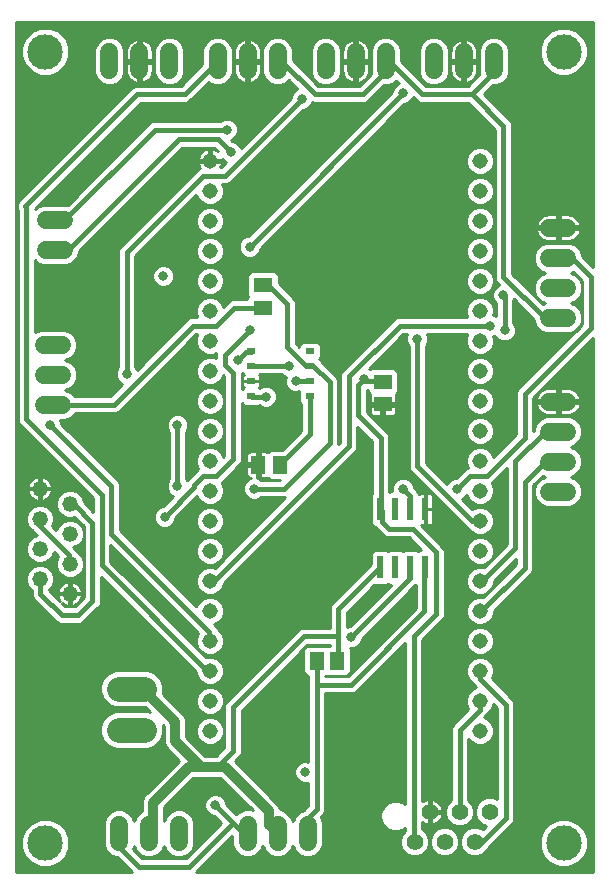
<source format=gbl>
G75*
%MOIN*%
%OFA0B0*%
%FSLAX24Y24*%
%IPPOS*%
%LPD*%
%AMOC8*
5,1,8,0,0,1.08239X$1,22.5*
%
%ADD10C,0.0515*%
%ADD11C,0.0520*%
%ADD12R,0.0300X0.0220*%
%ADD13R,0.0591X0.0512*%
%ADD14R,0.0512X0.0591*%
%ADD15R,0.0630X0.0512*%
%ADD16C,0.0594*%
%ADD17C,0.0600*%
%ADD18C,0.0840*%
%ADD19R,0.0220X0.0780*%
%ADD20C,0.0560*%
%ADD21C,0.0100*%
%ADD22C,0.0317*%
%ADD23C,0.0157*%
%ADD24C,0.0320*%
%ADD25C,0.0160*%
%ADD26C,0.1181*%
D10*
X007303Y007433D03*
X007303Y008433D03*
X007303Y009433D03*
X007303Y010433D03*
X007303Y011433D03*
X007303Y012433D03*
X007303Y013433D03*
X007303Y014433D03*
X007303Y015433D03*
X007303Y016433D03*
X007303Y017433D03*
X007303Y018433D03*
X007303Y019433D03*
X007303Y020433D03*
X007303Y021433D03*
X007303Y022433D03*
X007303Y023433D03*
X007303Y024433D03*
X007303Y025433D03*
X007303Y026433D03*
X016303Y026433D03*
X016303Y025433D03*
X016303Y024433D03*
X016303Y023433D03*
X016303Y022433D03*
X016303Y021433D03*
X016303Y020433D03*
X016303Y019433D03*
X016303Y018433D03*
X016303Y017433D03*
X016303Y016433D03*
X016303Y015433D03*
X016303Y014433D03*
X016303Y013433D03*
X016303Y012433D03*
X016303Y011433D03*
X016303Y010433D03*
X016303Y009433D03*
X016303Y008433D03*
X016303Y007433D03*
D11*
X002633Y012002D03*
X002633Y013002D03*
X002633Y014002D03*
X002633Y015002D03*
X001633Y014502D03*
X001633Y013502D03*
X001633Y012502D03*
X001633Y015502D03*
D12*
X008690Y018583D03*
X008690Y019083D03*
X008690Y019583D03*
X008690Y020083D03*
X010645Y020083D03*
X010645Y019583D03*
X010645Y019083D03*
X010645Y018583D03*
D13*
X013070Y018315D03*
X013070Y019063D03*
D14*
X009657Y016296D03*
X008909Y016296D03*
X010873Y009764D03*
X011543Y009764D03*
D15*
X009070Y021528D03*
X009070Y022276D03*
D16*
X009559Y029456D02*
X009559Y030049D01*
X008559Y030049D02*
X008559Y029456D01*
X007559Y029456D02*
X007559Y030049D01*
X005952Y030049D02*
X005952Y029456D01*
X004952Y029456D02*
X004952Y030049D01*
X003952Y030049D02*
X003952Y029456D01*
X002430Y024465D02*
X001836Y024465D01*
X001836Y023465D02*
X002430Y023465D01*
X011165Y029456D02*
X011165Y030049D01*
X012165Y030049D02*
X012165Y029456D01*
X013165Y029456D02*
X013165Y030049D01*
X014771Y030049D02*
X014771Y029456D01*
X015771Y029456D02*
X015771Y030049D01*
X016771Y030049D02*
X016771Y029456D01*
X010559Y004305D02*
X010559Y003711D01*
X009559Y003711D02*
X009559Y004305D01*
X008559Y004305D02*
X008559Y003711D01*
X006271Y003711D02*
X006271Y004305D01*
X005271Y004305D02*
X005271Y003711D01*
X004271Y003711D02*
X004271Y004305D01*
D17*
X002366Y018292D02*
X001766Y018292D01*
X001766Y019292D02*
X002366Y019292D01*
X002366Y020292D02*
X001766Y020292D01*
X018609Y021189D02*
X019209Y021189D01*
X019209Y022189D02*
X018609Y022189D01*
X018609Y023189D02*
X019209Y023189D01*
X019209Y024189D02*
X018609Y024189D01*
X018609Y018402D02*
X019209Y018402D01*
X019209Y017402D02*
X018609Y017402D01*
X018609Y016402D02*
X019209Y016402D01*
X019209Y015402D02*
X018609Y015402D01*
D18*
X005120Y008835D02*
X004280Y008835D01*
X004280Y007457D02*
X005120Y007457D01*
D19*
X012990Y012873D03*
X013490Y012873D03*
X013990Y012873D03*
X014490Y012873D03*
X014490Y014813D03*
X013990Y014813D03*
X013490Y014813D03*
X012990Y014813D03*
D20*
X014629Y004729D03*
X014129Y003729D03*
X015129Y003729D03*
X015629Y004729D03*
X016129Y003729D03*
X016629Y004729D03*
D21*
X000841Y002716D02*
X000841Y031041D01*
X020072Y031041D01*
X020072Y022884D01*
X019716Y023239D01*
X019716Y023290D01*
X019639Y023477D01*
X019496Y023620D01*
X019310Y023697D01*
X018508Y023697D01*
X018321Y023620D01*
X018179Y023477D01*
X018101Y023290D01*
X018101Y023088D01*
X018179Y022902D01*
X018321Y022759D01*
X018490Y022689D01*
X018321Y022620D01*
X018179Y022477D01*
X018101Y022290D01*
X018101Y022088D01*
X018179Y021902D01*
X018321Y021759D01*
X018490Y021689D01*
X018393Y021649D01*
X017376Y022666D01*
X017376Y027644D01*
X017333Y027749D01*
X016432Y028650D01*
X016733Y028951D01*
X016871Y028951D01*
X017057Y029028D01*
X017199Y029170D01*
X017275Y029355D01*
X017275Y030150D01*
X017199Y030335D01*
X017057Y030477D01*
X016871Y030554D01*
X016671Y030554D01*
X016485Y030477D01*
X016344Y030335D01*
X016267Y030150D01*
X016267Y029355D01*
X016285Y029312D01*
X015908Y028936D01*
X014492Y028936D01*
X013669Y029759D01*
X013669Y030150D01*
X013592Y030335D01*
X013451Y030477D01*
X013265Y030554D01*
X013065Y030554D01*
X012879Y030477D01*
X012737Y030335D01*
X012660Y030150D01*
X012660Y029355D01*
X012674Y029323D01*
X012286Y028936D01*
X010909Y028936D01*
X010063Y029783D01*
X010063Y030150D01*
X009986Y030335D01*
X009844Y030477D01*
X009659Y030554D01*
X009458Y030554D01*
X009273Y030477D01*
X009131Y030335D01*
X009054Y030150D01*
X009054Y029355D01*
X009131Y029170D01*
X009273Y029028D01*
X009458Y028951D01*
X009659Y028951D01*
X009844Y029028D01*
X009926Y029110D01*
X010209Y028827D01*
X010150Y028803D01*
X010047Y028700D01*
X009992Y028565D01*
X009992Y028531D01*
X008330Y026870D01*
X008306Y026928D01*
X008203Y027031D01*
X008068Y027087D01*
X008034Y027087D01*
X007999Y027123D01*
X008085Y027158D01*
X008188Y027261D01*
X008244Y027396D01*
X008244Y027542D01*
X008188Y027676D01*
X008085Y027779D01*
X007950Y027835D01*
X007805Y027835D01*
X007670Y027779D01*
X007646Y027755D01*
X005419Y027755D01*
X005314Y027712D01*
X002559Y024957D01*
X002531Y024969D01*
X001736Y024969D01*
X001551Y024893D01*
X001471Y024812D01*
X001471Y024831D01*
X005004Y028364D01*
X006517Y028364D01*
X006622Y028407D01*
X007258Y029043D01*
X007273Y029028D01*
X007458Y028951D01*
X007659Y028951D01*
X007844Y029028D01*
X007986Y029170D01*
X008063Y029355D01*
X008063Y030150D01*
X007986Y030335D01*
X007844Y030477D01*
X007659Y030554D01*
X007458Y030554D01*
X007273Y030477D01*
X007131Y030335D01*
X007054Y030150D01*
X007054Y029649D01*
X006342Y028936D01*
X004828Y028936D01*
X004723Y028893D01*
X004643Y028812D01*
X000983Y025153D01*
X000902Y025072D01*
X000859Y024967D01*
X000859Y024853D01*
X000898Y024758D01*
X000898Y017766D01*
X000942Y017661D01*
X001022Y017581D01*
X003418Y015185D01*
X003418Y014735D01*
X003101Y015052D01*
X003101Y015095D01*
X003030Y015267D01*
X002898Y015399D01*
X002726Y015470D01*
X002540Y015470D01*
X002369Y015399D01*
X002237Y015267D01*
X002166Y015095D01*
X002166Y014909D01*
X002237Y014738D01*
X002369Y014606D01*
X002540Y014535D01*
X002726Y014535D01*
X002784Y014559D01*
X003103Y014240D01*
X003103Y011879D01*
X002798Y011574D01*
X002484Y011574D01*
X002375Y011683D01*
X002418Y011652D01*
X002476Y011622D01*
X002537Y011602D01*
X002601Y011592D01*
X002603Y011592D01*
X002603Y011972D01*
X002663Y011972D01*
X002663Y011592D01*
X002666Y011592D01*
X002729Y011602D01*
X002791Y011622D01*
X002848Y011652D01*
X002900Y011690D01*
X002946Y011735D01*
X002984Y011787D01*
X003013Y011845D01*
X003033Y011906D01*
X003043Y011970D01*
X003043Y011972D01*
X002663Y011972D01*
X002663Y012032D01*
X002603Y012032D01*
X002603Y011972D01*
X002223Y011972D01*
X002223Y011970D01*
X002233Y011906D01*
X002253Y011845D01*
X002283Y011787D01*
X002314Y011744D01*
X001943Y012115D01*
X001943Y012151D01*
X002030Y012238D01*
X002101Y012409D01*
X002101Y012595D01*
X002030Y012767D01*
X001898Y012899D01*
X001726Y012970D01*
X001540Y012970D01*
X001369Y012899D01*
X001237Y012767D01*
X001166Y012595D01*
X001166Y012409D01*
X001237Y012238D01*
X001369Y012106D01*
X001371Y012105D01*
X001371Y011940D01*
X001414Y011834D01*
X002123Y011126D01*
X002123Y011126D01*
X002203Y011045D01*
X002309Y011002D01*
X002974Y011002D01*
X003079Y011045D01*
X003551Y011518D01*
X003632Y011598D01*
X003675Y011703D01*
X003675Y012565D01*
X006838Y009403D01*
X006838Y009341D01*
X006908Y009170D01*
X007039Y009039D01*
X007210Y008969D01*
X007395Y008969D01*
X007566Y009039D01*
X007697Y009170D01*
X007768Y009341D01*
X007768Y009526D01*
X007697Y009697D01*
X007566Y009828D01*
X007395Y009898D01*
X007210Y009898D01*
X007169Y009881D01*
X003990Y013060D01*
X003990Y013628D01*
X006915Y010704D01*
X006908Y010697D01*
X006838Y010526D01*
X006838Y010341D01*
X006908Y010170D01*
X007039Y010039D01*
X007210Y009969D01*
X007395Y009969D01*
X007566Y010039D01*
X007697Y010170D01*
X007768Y010341D01*
X007768Y010526D01*
X007697Y010697D01*
X007566Y010828D01*
X007558Y010831D01*
X007530Y010899D01*
X007441Y010987D01*
X007566Y011039D01*
X007697Y011170D01*
X007768Y011341D01*
X007768Y011526D01*
X007697Y011697D01*
X007566Y011828D01*
X007395Y011898D01*
X007210Y011898D01*
X007039Y011828D01*
X006908Y011697D01*
X006857Y011572D01*
X004305Y014123D01*
X004305Y015636D01*
X004262Y015741D01*
X002338Y017665D01*
X002338Y017699D01*
X002303Y017784D01*
X002467Y017784D01*
X002654Y017862D01*
X002797Y018004D01*
X002799Y018009D01*
X004155Y018009D01*
X004260Y018053D01*
X004341Y018134D01*
X006854Y020647D01*
X006888Y020647D01*
X006838Y020526D01*
X006838Y020341D01*
X006908Y020170D01*
X007039Y020039D01*
X007210Y019969D01*
X007395Y019969D01*
X007518Y020019D01*
X007512Y020006D01*
X007512Y019850D01*
X007395Y019898D01*
X007210Y019898D01*
X007039Y019828D01*
X006908Y019697D01*
X006838Y019526D01*
X006838Y019341D01*
X006908Y019170D01*
X007039Y019039D01*
X007210Y018969D01*
X007395Y018969D01*
X007566Y019039D01*
X007697Y019170D01*
X007744Y019284D01*
X007788Y019240D01*
X007788Y016603D01*
X007751Y016566D01*
X007697Y016697D01*
X007566Y016828D01*
X007395Y016898D01*
X007210Y016898D01*
X007039Y016828D01*
X006908Y016697D01*
X006838Y016526D01*
X006838Y016341D01*
X006908Y016170D01*
X006915Y016163D01*
X006847Y016096D01*
X006536Y015784D01*
X006534Y015787D01*
X006510Y015811D01*
X006510Y017395D01*
X006534Y017419D01*
X006590Y017554D01*
X006590Y017699D01*
X006534Y017834D01*
X006431Y017937D01*
X006297Y017993D01*
X006151Y017993D01*
X006016Y017937D01*
X005913Y017834D01*
X005858Y017699D01*
X005858Y017554D01*
X005913Y017419D01*
X005938Y017395D01*
X005938Y015811D01*
X005913Y015787D01*
X005858Y015652D01*
X005858Y015506D01*
X005913Y015372D01*
X006016Y015269D01*
X006075Y015244D01*
X005752Y014922D01*
X005718Y014922D01*
X005583Y014866D01*
X005480Y014763D01*
X005425Y014628D01*
X005425Y014483D01*
X005480Y014348D01*
X005583Y014245D01*
X005718Y014189D01*
X005864Y014189D01*
X005998Y014245D01*
X006101Y014348D01*
X006157Y014483D01*
X006157Y014517D01*
X006880Y015240D01*
X006908Y015170D01*
X007039Y015039D01*
X007210Y014969D01*
X007395Y014969D01*
X007566Y015039D01*
X007697Y015170D01*
X007768Y015341D01*
X007768Y015526D01*
X007697Y015697D01*
X007694Y015700D01*
X008236Y016242D01*
X008317Y016323D01*
X008360Y016428D01*
X008360Y018359D01*
X008454Y018266D01*
X008926Y018266D01*
X008945Y018285D01*
X008969Y018261D01*
X009104Y018205D01*
X009249Y018205D01*
X009384Y018261D01*
X009487Y018364D01*
X009543Y018498D01*
X009543Y018644D01*
X009487Y018779D01*
X009384Y018882D01*
X009249Y018938D01*
X009104Y018938D01*
X008969Y018882D01*
X008957Y018870D01*
X008953Y018874D01*
X008960Y018881D01*
X008980Y018915D01*
X008990Y018953D01*
X008990Y019078D01*
X008695Y019078D01*
X008695Y019088D01*
X008990Y019088D01*
X008990Y019213D01*
X008980Y019251D01*
X008960Y019285D01*
X008953Y019292D01*
X008969Y019309D01*
X009693Y019309D01*
X009717Y019284D01*
X009829Y019238D01*
X009795Y019156D01*
X009795Y019010D01*
X009850Y018876D01*
X009953Y018773D01*
X010088Y018717D01*
X010234Y018717D01*
X010288Y018739D01*
X010288Y018387D01*
X010347Y018328D01*
X010347Y017430D01*
X009716Y016798D01*
X009315Y016798D01*
X009238Y016722D01*
X009223Y016731D01*
X009185Y016741D01*
X008959Y016741D01*
X008959Y016346D01*
X008859Y016346D01*
X008859Y016741D01*
X008633Y016741D01*
X008595Y016731D01*
X008561Y016711D01*
X008533Y016683D01*
X008513Y016649D01*
X008503Y016611D01*
X008503Y016346D01*
X008859Y016346D01*
X008859Y016246D01*
X008503Y016246D01*
X008503Y015981D01*
X008513Y015943D01*
X008533Y015908D01*
X008561Y015880D01*
X008595Y015861D01*
X008633Y015850D01*
X008671Y015850D01*
X008575Y015811D01*
X008472Y015708D01*
X008417Y015573D01*
X008417Y015428D01*
X008472Y015293D01*
X008575Y015190D01*
X008710Y015134D01*
X008856Y015134D01*
X008990Y015190D01*
X009015Y015214D01*
X009824Y015214D01*
X009824Y015214D01*
X007475Y012865D01*
X007395Y012898D01*
X007210Y012898D01*
X007039Y012828D01*
X006908Y012697D01*
X006838Y012526D01*
X006838Y012341D01*
X006908Y012170D01*
X007039Y012039D01*
X007210Y011969D01*
X007395Y011969D01*
X007566Y012039D01*
X007697Y012170D01*
X007768Y012341D01*
X007768Y012348D01*
X012095Y016675D01*
X012175Y016756D01*
X012219Y016861D01*
X012219Y017565D01*
X012709Y017075D01*
X012709Y015326D01*
X012672Y015289D01*
X012672Y014337D01*
X012794Y014215D01*
X012813Y014215D01*
X012873Y014155D01*
X013109Y013919D01*
X013214Y013876D01*
X013940Y013876D01*
X014345Y013470D01*
X014294Y013470D01*
X014240Y013416D01*
X014186Y013470D01*
X013794Y013470D01*
X013740Y013416D01*
X013686Y013470D01*
X013294Y013470D01*
X013240Y013416D01*
X013186Y013470D01*
X012794Y013470D01*
X012672Y013349D01*
X012672Y012983D01*
X011336Y011647D01*
X011292Y011542D01*
X011292Y010865D01*
X010380Y010865D01*
X010274Y010822D01*
X007832Y008379D01*
X007788Y008274D01*
X007788Y007175D01*
X007787Y007172D01*
X007787Y006875D01*
X007512Y006600D01*
X007144Y006600D01*
X006509Y007235D01*
X006509Y007810D01*
X006453Y007945D01*
X006349Y008048D01*
X005730Y008668D01*
X005748Y008710D01*
X005748Y008960D01*
X005652Y009190D01*
X005476Y009367D01*
X005245Y009463D01*
X004155Y009463D01*
X003925Y009367D01*
X003748Y009190D01*
X003653Y008960D01*
X003653Y008710D01*
X003748Y008480D01*
X003925Y008303D01*
X004155Y008208D01*
X005151Y008208D01*
X005294Y008064D01*
X005245Y008085D01*
X004155Y008085D01*
X003925Y007989D01*
X003748Y007813D01*
X003653Y007582D01*
X003653Y007332D01*
X003748Y007102D01*
X003925Y006925D01*
X004155Y006830D01*
X005245Y006830D01*
X005476Y006925D01*
X005652Y007102D01*
X005748Y007332D01*
X005748Y007582D01*
X005728Y007631D01*
X005774Y007584D01*
X005774Y007010D01*
X005830Y006875D01*
X006275Y006430D01*
X005193Y005347D01*
X005090Y005244D01*
X005034Y005109D01*
X005034Y004753D01*
X004985Y004733D01*
X004844Y004591D01*
X004771Y004416D01*
X004699Y004591D01*
X004557Y004733D01*
X004371Y004809D01*
X004171Y004809D01*
X003985Y004733D01*
X003844Y004591D01*
X003767Y004405D01*
X003767Y003611D01*
X003844Y003426D01*
X003985Y003284D01*
X004171Y003207D01*
X004215Y003207D01*
X004682Y002740D01*
X004706Y002716D01*
X000841Y002716D01*
X000841Y002804D02*
X004618Y002804D01*
X004520Y002902D02*
X002000Y002902D01*
X001973Y002891D02*
X002266Y003013D01*
X002491Y003237D01*
X002612Y003531D01*
X002612Y003848D01*
X002491Y004141D01*
X002266Y004366D01*
X001973Y004487D01*
X001656Y004487D01*
X001362Y004366D01*
X001138Y004141D01*
X001016Y003848D01*
X001016Y003531D01*
X001138Y003237D01*
X001362Y003013D01*
X001656Y002891D01*
X001973Y002891D01*
X002237Y003001D02*
X004421Y003001D01*
X004323Y003099D02*
X002353Y003099D01*
X002451Y003198D02*
X004224Y003198D01*
X003973Y003296D02*
X002515Y003296D01*
X002556Y003395D02*
X003875Y003395D01*
X003816Y003493D02*
X002597Y003493D01*
X002612Y003592D02*
X003775Y003592D01*
X003767Y003690D02*
X002612Y003690D01*
X002612Y003789D02*
X003767Y003789D01*
X003767Y003887D02*
X002596Y003887D01*
X002555Y003986D02*
X003767Y003986D01*
X003767Y004084D02*
X002515Y004084D01*
X002450Y004183D02*
X003767Y004183D01*
X003767Y004281D02*
X002351Y004281D01*
X002233Y004380D02*
X003767Y004380D01*
X003797Y004478D02*
X001995Y004478D01*
X001634Y004478D02*
X000841Y004478D01*
X000841Y004380D02*
X001396Y004380D01*
X001278Y004281D02*
X000841Y004281D01*
X000841Y004183D02*
X001179Y004183D01*
X001114Y004084D02*
X000841Y004084D01*
X000841Y003986D02*
X001073Y003986D01*
X001033Y003887D02*
X000841Y003887D01*
X000841Y003789D02*
X001016Y003789D01*
X001016Y003690D02*
X000841Y003690D01*
X000841Y003592D02*
X001016Y003592D01*
X001032Y003493D02*
X000841Y003493D01*
X000841Y003395D02*
X001073Y003395D01*
X001113Y003296D02*
X000841Y003296D01*
X000841Y003198D02*
X001177Y003198D01*
X001276Y003099D02*
X000841Y003099D01*
X000841Y003001D02*
X001392Y003001D01*
X001629Y002902D02*
X000841Y002902D01*
X000841Y004577D02*
X003838Y004577D01*
X003928Y004675D02*
X000841Y004675D01*
X000841Y004774D02*
X004085Y004774D01*
X004458Y004774D02*
X005034Y004774D01*
X005034Y004872D02*
X000841Y004872D01*
X000841Y004971D02*
X005034Y004971D01*
X005034Y005069D02*
X000841Y005069D01*
X000841Y005168D02*
X005058Y005168D01*
X005112Y005266D02*
X000841Y005266D01*
X000841Y005365D02*
X005210Y005365D01*
X005309Y005463D02*
X000841Y005463D01*
X000841Y005562D02*
X005407Y005562D01*
X005506Y005660D02*
X000841Y005660D01*
X000841Y005759D02*
X005604Y005759D01*
X005703Y005857D02*
X000841Y005857D01*
X000841Y005956D02*
X005801Y005956D01*
X005900Y006054D02*
X000841Y006054D01*
X000841Y006153D02*
X005998Y006153D01*
X006097Y006251D02*
X000841Y006251D01*
X000841Y006350D02*
X006195Y006350D01*
X006256Y006448D02*
X000841Y006448D01*
X000841Y006547D02*
X006158Y006547D01*
X006059Y006645D02*
X000841Y006645D01*
X000841Y006744D02*
X005961Y006744D01*
X005862Y006842D02*
X005276Y006842D01*
X005491Y006941D02*
X005802Y006941D01*
X005774Y007039D02*
X005590Y007039D01*
X005667Y007138D02*
X005774Y007138D01*
X005774Y007236D02*
X005708Y007236D01*
X005748Y007335D02*
X005774Y007335D01*
X005774Y007433D02*
X005748Y007433D01*
X005748Y007532D02*
X005774Y007532D01*
X005728Y007630D02*
X005728Y007630D01*
X005235Y008123D02*
X000841Y008123D01*
X000841Y008221D02*
X004122Y008221D01*
X004010Y008024D02*
X000841Y008024D01*
X000841Y007926D02*
X003862Y007926D01*
X003763Y007827D02*
X000841Y007827D01*
X000841Y007729D02*
X003714Y007729D01*
X003673Y007630D02*
X000841Y007630D01*
X000841Y007532D02*
X003653Y007532D01*
X003653Y007433D02*
X000841Y007433D01*
X000841Y007335D02*
X003653Y007335D01*
X003693Y007236D02*
X000841Y007236D01*
X000841Y007138D02*
X003733Y007138D01*
X003811Y007039D02*
X000841Y007039D01*
X000841Y006941D02*
X003909Y006941D01*
X004125Y006842D02*
X000841Y006842D01*
X000841Y008320D02*
X003908Y008320D01*
X003810Y008418D02*
X000841Y008418D01*
X000841Y008517D02*
X003733Y008517D01*
X003692Y008615D02*
X000841Y008615D01*
X000841Y008714D02*
X003653Y008714D01*
X003653Y008812D02*
X000841Y008812D01*
X000841Y008911D02*
X003653Y008911D01*
X003673Y009009D02*
X000841Y009009D01*
X000841Y009108D02*
X003714Y009108D01*
X003764Y009206D02*
X000841Y009206D01*
X000841Y009305D02*
X003863Y009305D01*
X004012Y009403D02*
X000841Y009403D01*
X000841Y009502D02*
X006739Y009502D01*
X006640Y009600D02*
X000841Y009600D01*
X000841Y009699D02*
X006542Y009699D01*
X006443Y009797D02*
X000841Y009797D01*
X000841Y009896D02*
X006345Y009896D01*
X006246Y009994D02*
X000841Y009994D01*
X000841Y010093D02*
X006148Y010093D01*
X006049Y010191D02*
X000841Y010191D01*
X000841Y010290D02*
X005951Y010290D01*
X005852Y010388D02*
X000841Y010388D01*
X000841Y010487D02*
X005754Y010487D01*
X005655Y010585D02*
X000841Y010585D01*
X000841Y010684D02*
X005557Y010684D01*
X005458Y010782D02*
X000841Y010782D01*
X000841Y010881D02*
X005360Y010881D01*
X005261Y010979D02*
X000841Y010979D01*
X000841Y011078D02*
X002171Y011078D01*
X002072Y011176D02*
X000841Y011176D01*
X000841Y011275D02*
X001974Y011275D01*
X001875Y011373D02*
X000841Y011373D01*
X000841Y011472D02*
X001777Y011472D01*
X001678Y011570D02*
X000841Y011570D01*
X000841Y011669D02*
X001580Y011669D01*
X001481Y011767D02*
X000841Y011767D01*
X000841Y011866D02*
X001401Y011866D01*
X001371Y011964D02*
X000841Y011964D01*
X000841Y012063D02*
X001371Y012063D01*
X001313Y012161D02*
X000841Y012161D01*
X000841Y012260D02*
X001228Y012260D01*
X001187Y012358D02*
X000841Y012358D01*
X000841Y012457D02*
X001166Y012457D01*
X001166Y012555D02*
X000841Y012555D01*
X000841Y012654D02*
X001190Y012654D01*
X001231Y012752D02*
X000841Y012752D01*
X000841Y012851D02*
X001321Y012851D01*
X001491Y012949D02*
X000841Y012949D01*
X000841Y013048D02*
X001509Y013048D01*
X001540Y013035D02*
X001726Y013035D01*
X001898Y013106D01*
X002030Y013238D01*
X002096Y013397D01*
X002234Y013259D01*
X002166Y013095D01*
X002166Y012909D01*
X002237Y012738D01*
X002369Y012606D01*
X002540Y012535D01*
X002726Y012535D01*
X002898Y012606D01*
X003030Y012738D01*
X003101Y012909D01*
X003101Y013095D01*
X003030Y013267D01*
X002898Y013399D01*
X002863Y013413D01*
X002844Y013458D01*
X002755Y013547D01*
X002898Y013606D01*
X003030Y013738D01*
X003101Y013909D01*
X003101Y014095D01*
X003030Y014267D01*
X002898Y014399D01*
X002726Y014470D01*
X002540Y014470D01*
X002369Y014399D01*
X002237Y014267D01*
X002178Y014124D01*
X002040Y014262D01*
X002101Y014409D01*
X002101Y014595D01*
X002030Y014767D01*
X001898Y014899D01*
X001726Y014970D01*
X001540Y014970D01*
X001369Y014899D01*
X001237Y014767D01*
X001166Y014595D01*
X001166Y014409D01*
X001237Y014238D01*
X001369Y014106D01*
X001400Y014093D01*
X001455Y014037D01*
X001528Y013965D01*
X001369Y013899D01*
X001237Y013767D01*
X001166Y013595D01*
X001166Y013409D01*
X001237Y013238D01*
X001369Y013106D01*
X001540Y013035D01*
X001757Y013048D02*
X002166Y013048D01*
X002166Y012949D02*
X001776Y012949D01*
X001946Y012851D02*
X002190Y012851D01*
X002231Y012752D02*
X002036Y012752D01*
X002077Y012654D02*
X002321Y012654D01*
X002491Y012555D02*
X002101Y012555D01*
X002101Y012457D02*
X003103Y012457D01*
X003103Y012555D02*
X002776Y012555D01*
X002729Y012402D02*
X002666Y012412D01*
X002663Y012412D01*
X002663Y012032D01*
X003043Y012032D01*
X003043Y012035D01*
X003033Y012098D01*
X003013Y012160D01*
X002984Y012217D01*
X002946Y012269D01*
X002900Y012315D01*
X002848Y012353D01*
X002791Y012382D01*
X002729Y012402D01*
X002663Y012358D02*
X002603Y012358D01*
X002603Y012412D02*
X002601Y012412D01*
X002537Y012402D01*
X002476Y012382D01*
X002418Y012353D01*
X002366Y012315D01*
X002321Y012269D01*
X002283Y012217D01*
X002253Y012160D01*
X002233Y012098D01*
X002223Y012035D01*
X002223Y012032D01*
X002603Y012032D01*
X002603Y012412D01*
X002603Y012260D02*
X002663Y012260D01*
X002663Y012161D02*
X002603Y012161D01*
X002603Y012063D02*
X002663Y012063D01*
X002663Y011964D02*
X002603Y011964D01*
X002603Y011866D02*
X002663Y011866D01*
X002663Y011767D02*
X002603Y011767D01*
X002603Y011669D02*
X002663Y011669D01*
X002872Y011669D02*
X002893Y011669D01*
X002969Y011767D02*
X002992Y011767D01*
X003020Y011866D02*
X003090Y011866D01*
X003103Y011964D02*
X003042Y011964D01*
X003039Y012063D02*
X003103Y012063D01*
X003103Y012161D02*
X003013Y012161D01*
X002953Y012260D02*
X003103Y012260D01*
X003103Y012358D02*
X002838Y012358D01*
X002946Y012654D02*
X003103Y012654D01*
X003103Y012752D02*
X003036Y012752D01*
X003077Y012851D02*
X003103Y012851D01*
X003101Y012949D02*
X003103Y012949D01*
X003101Y013048D02*
X003103Y013048D01*
X003103Y013146D02*
X003080Y013146D01*
X003103Y013245D02*
X003039Y013245D01*
X003103Y013343D02*
X002954Y013343D01*
X002851Y013442D02*
X003103Y013442D01*
X003103Y013540D02*
X002762Y013540D01*
X002931Y013639D02*
X003103Y013639D01*
X003103Y013737D02*
X003029Y013737D01*
X003070Y013836D02*
X003103Y013836D01*
X003101Y013934D02*
X003103Y013934D01*
X003101Y014033D02*
X003103Y014033D01*
X003103Y014131D02*
X003086Y014131D01*
X003103Y014230D02*
X003045Y014230D01*
X003015Y014328D02*
X002969Y014328D01*
X002916Y014427D02*
X002830Y014427D01*
X002818Y014525D02*
X002101Y014525D01*
X002101Y014427D02*
X002436Y014427D01*
X002298Y014328D02*
X002067Y014328D01*
X002072Y014230D02*
X002222Y014230D01*
X002181Y014131D02*
X002171Y014131D01*
X002089Y014624D02*
X002351Y014624D01*
X002252Y014722D02*
X002048Y014722D01*
X001976Y014821D02*
X002203Y014821D01*
X002166Y014919D02*
X001848Y014919D01*
X001791Y015122D02*
X001848Y015152D01*
X001900Y015190D01*
X001946Y015235D01*
X001984Y015287D01*
X002013Y015345D01*
X002033Y015406D01*
X002043Y015470D01*
X002043Y015472D01*
X001663Y015472D01*
X001663Y015092D01*
X001666Y015092D01*
X001729Y015102D01*
X001791Y015122D01*
X001772Y015116D02*
X002175Y015116D01*
X002166Y015018D02*
X000841Y015018D01*
X000841Y015116D02*
X001495Y015116D01*
X001476Y015122D02*
X001537Y015102D01*
X001601Y015092D01*
X001603Y015092D01*
X001603Y015472D01*
X001663Y015472D01*
X001663Y015532D01*
X001603Y015532D01*
X001603Y015472D01*
X001223Y015472D01*
X001223Y015470D01*
X001233Y015406D01*
X001253Y015345D01*
X001283Y015287D01*
X001321Y015235D01*
X001366Y015190D01*
X001418Y015152D01*
X001476Y015122D01*
X001603Y015116D02*
X001663Y015116D01*
X001663Y015215D02*
X001603Y015215D01*
X001603Y015313D02*
X001663Y015313D01*
X001663Y015412D02*
X001603Y015412D01*
X001603Y015510D02*
X000841Y015510D01*
X000841Y015412D02*
X001233Y015412D01*
X001270Y015313D02*
X000841Y015313D01*
X000841Y015215D02*
X001341Y015215D01*
X001418Y014919D02*
X000841Y014919D01*
X000841Y014821D02*
X001291Y014821D01*
X001218Y014722D02*
X000841Y014722D01*
X000841Y014624D02*
X001178Y014624D01*
X001166Y014525D02*
X000841Y014525D01*
X000841Y014427D02*
X001166Y014427D01*
X001199Y014328D02*
X000841Y014328D01*
X000841Y014230D02*
X001245Y014230D01*
X001343Y014131D02*
X000841Y014131D01*
X000841Y014033D02*
X001460Y014033D01*
X001455Y013934D02*
X000841Y013934D01*
X000841Y013836D02*
X001306Y013836D01*
X001225Y013737D02*
X000841Y013737D01*
X000841Y013639D02*
X001184Y013639D01*
X001166Y013540D02*
X000841Y013540D01*
X000841Y013442D02*
X001166Y013442D01*
X001193Y013343D02*
X000841Y013343D01*
X000841Y013245D02*
X001234Y013245D01*
X001328Y013146D02*
X000841Y013146D01*
X001938Y013146D02*
X002187Y013146D01*
X002228Y013245D02*
X002033Y013245D01*
X002073Y013343D02*
X002149Y013343D01*
X002080Y012358D02*
X002429Y012358D01*
X002314Y012260D02*
X002039Y012260D01*
X001953Y012161D02*
X002254Y012161D01*
X002228Y012063D02*
X001995Y012063D01*
X002094Y011964D02*
X002224Y011964D01*
X002247Y011866D02*
X002192Y011866D01*
X002291Y011767D02*
X002297Y011767D01*
X002389Y011669D02*
X002395Y011669D01*
X003112Y011078D02*
X005163Y011078D01*
X005064Y011176D02*
X003210Y011176D01*
X003309Y011275D02*
X004966Y011275D01*
X004867Y011373D02*
X003407Y011373D01*
X003506Y011472D02*
X004769Y011472D01*
X004670Y011570D02*
X003604Y011570D01*
X003661Y011669D02*
X004572Y011669D01*
X004473Y011767D02*
X003675Y011767D01*
X003675Y011866D02*
X004375Y011866D01*
X004276Y011964D02*
X003675Y011964D01*
X003675Y012063D02*
X004178Y012063D01*
X004079Y012161D02*
X003675Y012161D01*
X003675Y012260D02*
X003981Y012260D01*
X003882Y012358D02*
X003675Y012358D01*
X003675Y012457D02*
X003784Y012457D01*
X003685Y012555D02*
X003675Y012555D01*
X004003Y013048D02*
X004571Y013048D01*
X004472Y013146D02*
X003990Y013146D01*
X003990Y013245D02*
X004374Y013245D01*
X004275Y013343D02*
X003990Y013343D01*
X003990Y013442D02*
X004177Y013442D01*
X004078Y013540D02*
X003990Y013540D01*
X004101Y012949D02*
X004669Y012949D01*
X004768Y012851D02*
X004200Y012851D01*
X004298Y012752D02*
X004866Y012752D01*
X004965Y012654D02*
X004397Y012654D01*
X004495Y012555D02*
X005063Y012555D01*
X005162Y012457D02*
X004594Y012457D01*
X004692Y012358D02*
X005260Y012358D01*
X005359Y012260D02*
X004791Y012260D01*
X004889Y012161D02*
X005457Y012161D01*
X005556Y012063D02*
X004988Y012063D01*
X005086Y011964D02*
X005654Y011964D01*
X005753Y011866D02*
X005185Y011866D01*
X005283Y011767D02*
X005851Y011767D01*
X005950Y011669D02*
X005382Y011669D01*
X005480Y011570D02*
X006048Y011570D01*
X006147Y011472D02*
X005579Y011472D01*
X005677Y011373D02*
X006245Y011373D01*
X006344Y011275D02*
X005776Y011275D01*
X005874Y011176D02*
X006442Y011176D01*
X006541Y011078D02*
X005973Y011078D01*
X006071Y010979D02*
X006639Y010979D01*
X006738Y010881D02*
X006170Y010881D01*
X006268Y010782D02*
X006836Y010782D01*
X006903Y010684D02*
X006367Y010684D01*
X006465Y010585D02*
X006862Y010585D01*
X006838Y010487D02*
X006564Y010487D01*
X006662Y010388D02*
X006838Y010388D01*
X006859Y010290D02*
X006761Y010290D01*
X006859Y010191D02*
X006900Y010191D01*
X006958Y010093D02*
X006986Y010093D01*
X007056Y009994D02*
X007148Y009994D01*
X007155Y009896D02*
X007204Y009896D01*
X007401Y009896D02*
X009348Y009896D01*
X009250Y009797D02*
X007596Y009797D01*
X007695Y009699D02*
X009151Y009699D01*
X009053Y009600D02*
X007737Y009600D01*
X007768Y009502D02*
X008954Y009502D01*
X008856Y009403D02*
X007768Y009403D01*
X007753Y009305D02*
X008757Y009305D01*
X008659Y009206D02*
X007712Y009206D01*
X007634Y009108D02*
X008560Y009108D01*
X008462Y009009D02*
X007494Y009009D01*
X007395Y008898D02*
X007210Y008898D01*
X007039Y008828D01*
X006908Y008697D01*
X006838Y008526D01*
X006838Y008341D01*
X006908Y008170D01*
X007039Y008039D01*
X007210Y007969D01*
X007395Y007969D01*
X007566Y008039D01*
X007697Y008170D01*
X007768Y008341D01*
X007768Y008526D01*
X007697Y008697D01*
X007566Y008828D01*
X007395Y008898D01*
X007581Y008812D02*
X008265Y008812D01*
X008166Y008714D02*
X007680Y008714D01*
X007731Y008615D02*
X008068Y008615D01*
X007969Y008517D02*
X007768Y008517D01*
X007768Y008418D02*
X007871Y008418D01*
X007807Y008320D02*
X007759Y008320D01*
X007788Y008221D02*
X007718Y008221D01*
X007649Y008123D02*
X007788Y008123D01*
X007788Y008024D02*
X007530Y008024D01*
X007395Y007898D02*
X007210Y007898D01*
X007039Y007828D01*
X006908Y007697D01*
X006838Y007526D01*
X006838Y007341D01*
X006908Y007170D01*
X007039Y007039D01*
X007210Y006969D01*
X007395Y006969D01*
X007566Y007039D01*
X007787Y007039D01*
X007787Y006941D02*
X006803Y006941D01*
X006705Y007039D02*
X007039Y007039D01*
X006941Y007138D02*
X006606Y007138D01*
X006509Y007236D02*
X006881Y007236D01*
X006840Y007335D02*
X006509Y007335D01*
X006509Y007433D02*
X006838Y007433D01*
X006840Y007532D02*
X006509Y007532D01*
X006509Y007630D02*
X006881Y007630D01*
X006940Y007729D02*
X006509Y007729D01*
X006501Y007827D02*
X007039Y007827D01*
X007075Y008024D02*
X006373Y008024D01*
X006349Y008048D02*
X006349Y008048D01*
X006275Y008123D02*
X006956Y008123D01*
X006887Y008221D02*
X006176Y008221D01*
X006078Y008320D02*
X006846Y008320D01*
X006838Y008418D02*
X005979Y008418D01*
X005881Y008517D02*
X006838Y008517D01*
X006875Y008615D02*
X005782Y008615D01*
X005748Y008714D02*
X006925Y008714D01*
X007024Y008812D02*
X005748Y008812D01*
X005748Y008911D02*
X008363Y008911D01*
X008582Y008320D02*
X010583Y008320D01*
X010583Y008418D02*
X008680Y008418D01*
X008779Y008517D02*
X010583Y008517D01*
X010583Y008615D02*
X008877Y008615D01*
X008976Y008714D02*
X010583Y008714D01*
X010583Y008812D02*
X009074Y008812D01*
X009173Y008911D02*
X010583Y008911D01*
X010583Y009009D02*
X009271Y009009D01*
X009370Y009108D02*
X010583Y009108D01*
X010583Y009206D02*
X009468Y009206D01*
X009567Y009305D02*
X010488Y009305D01*
X010532Y009261D02*
X010583Y009261D01*
X010583Y006403D01*
X010549Y006418D01*
X010403Y006418D01*
X010268Y006362D01*
X010165Y006259D01*
X010110Y006124D01*
X010110Y005979D01*
X010165Y005844D01*
X010268Y005741D01*
X010403Y005685D01*
X010549Y005685D01*
X010583Y005700D01*
X010583Y004950D01*
X010432Y004799D01*
X010273Y004733D01*
X010131Y004591D01*
X010059Y004416D01*
X009986Y004591D01*
X009844Y004733D01*
X009659Y004809D01*
X009643Y004809D01*
X009643Y004825D01*
X009587Y004961D01*
X009483Y005064D01*
X008136Y006411D01*
X008318Y006593D01*
X008362Y006699D01*
X008362Y007172D01*
X008360Y007175D01*
X008360Y008098D01*
X010555Y010293D01*
X011292Y010293D01*
X011292Y010267D01*
X010532Y010267D01*
X010410Y010145D01*
X010410Y009383D01*
X010532Y009261D01*
X010410Y009403D02*
X009665Y009403D01*
X009764Y009502D02*
X010410Y009502D01*
X010410Y009600D02*
X009862Y009600D01*
X009961Y009699D02*
X010410Y009699D01*
X010410Y009797D02*
X010059Y009797D01*
X010158Y009896D02*
X010410Y009896D01*
X010410Y009994D02*
X010256Y009994D01*
X010355Y010093D02*
X010410Y010093D01*
X010453Y010191D02*
X010456Y010191D01*
X010552Y010290D02*
X011292Y010290D01*
X011292Y010881D02*
X007537Y010881D01*
X007611Y010782D02*
X010235Y010782D01*
X010136Y010684D02*
X007702Y010684D01*
X007743Y010585D02*
X010038Y010585D01*
X009939Y010487D02*
X007768Y010487D01*
X007768Y010388D02*
X009841Y010388D01*
X009742Y010290D02*
X007746Y010290D01*
X007706Y010191D02*
X009644Y010191D01*
X009545Y010093D02*
X007619Y010093D01*
X007457Y009994D02*
X009447Y009994D01*
X008483Y008221D02*
X010583Y008221D01*
X010583Y008123D02*
X008385Y008123D01*
X008360Y008024D02*
X010583Y008024D01*
X010583Y007926D02*
X008360Y007926D01*
X008360Y007827D02*
X010583Y007827D01*
X010583Y007729D02*
X008360Y007729D01*
X008360Y007630D02*
X010583Y007630D01*
X010583Y007532D02*
X008360Y007532D01*
X008360Y007433D02*
X010583Y007433D01*
X010583Y007335D02*
X008360Y007335D01*
X008360Y007236D02*
X010583Y007236D01*
X010583Y007138D02*
X008362Y007138D01*
X008362Y007039D02*
X010583Y007039D01*
X010583Y006941D02*
X008362Y006941D01*
X008362Y006842D02*
X010583Y006842D01*
X010583Y006744D02*
X008362Y006744D01*
X008339Y006645D02*
X010583Y006645D01*
X010583Y006547D02*
X008271Y006547D01*
X008173Y006448D02*
X010583Y006448D01*
X010256Y006350D02*
X008197Y006350D01*
X008296Y006251D02*
X010162Y006251D01*
X010121Y006153D02*
X008394Y006153D01*
X008493Y006054D02*
X010110Y006054D01*
X010119Y005956D02*
X008591Y005956D01*
X008690Y005857D02*
X010160Y005857D01*
X010251Y005759D02*
X008788Y005759D01*
X008887Y005660D02*
X010583Y005660D01*
X010583Y005562D02*
X008985Y005562D01*
X009084Y005463D02*
X010583Y005463D01*
X010583Y005365D02*
X009182Y005365D01*
X009281Y005266D02*
X010583Y005266D01*
X010583Y005168D02*
X009379Y005168D01*
X009478Y005069D02*
X010583Y005069D01*
X010583Y004971D02*
X009576Y004971D01*
X009623Y004872D02*
X010506Y004872D01*
X010372Y004774D02*
X009745Y004774D01*
X009902Y004675D02*
X010215Y004675D01*
X010125Y004577D02*
X009992Y004577D01*
X010033Y004478D02*
X010084Y004478D01*
X010059Y003601D02*
X010131Y003426D01*
X010273Y003284D01*
X010458Y003207D01*
X010659Y003207D01*
X010844Y003284D01*
X010986Y003426D01*
X011063Y003611D01*
X011063Y004405D01*
X011000Y004557D01*
X011112Y004669D01*
X011156Y004774D01*
X011156Y008679D01*
X012068Y008679D01*
X012173Y008722D01*
X013812Y010361D01*
X013812Y004976D01*
X013776Y005011D01*
X013592Y005088D01*
X013392Y005088D01*
X013207Y005011D01*
X013065Y004870D01*
X012989Y004685D01*
X012989Y004485D01*
X013065Y004300D01*
X013207Y004159D01*
X013392Y004082D01*
X013592Y004082D01*
X013776Y004159D01*
X013812Y004194D01*
X013812Y004100D01*
X013716Y004005D01*
X013642Y003826D01*
X013642Y003632D01*
X013716Y003453D01*
X013853Y003315D01*
X014032Y003241D01*
X014226Y003241D01*
X014406Y003315D01*
X014543Y003453D01*
X014617Y003632D01*
X014617Y003826D01*
X014543Y004005D01*
X014406Y004142D01*
X014384Y004151D01*
X014384Y004375D01*
X014404Y004361D01*
X014464Y004330D01*
X014529Y004309D01*
X014596Y004299D01*
X014601Y004299D01*
X014601Y004700D01*
X014658Y004700D01*
X014658Y004299D01*
X014663Y004299D01*
X014730Y004309D01*
X014794Y004330D01*
X014855Y004361D01*
X014910Y004401D01*
X014957Y004449D01*
X014997Y004503D01*
X015028Y004564D01*
X015049Y004628D01*
X015059Y004695D01*
X015059Y004700D01*
X014658Y004700D01*
X014658Y004758D01*
X014601Y004758D01*
X014601Y005159D01*
X014596Y005159D01*
X014529Y005148D01*
X014464Y005127D01*
X014404Y005097D01*
X014384Y005082D01*
X014384Y010461D01*
X015008Y011085D01*
X015089Y011165D01*
X015132Y011270D01*
X015132Y013431D01*
X015089Y013537D01*
X014349Y014276D01*
X014360Y014273D01*
X014485Y014273D01*
X014485Y014808D01*
X014495Y014808D01*
X014495Y014818D01*
X014750Y014818D01*
X014750Y015223D01*
X014739Y015261D01*
X014720Y015295D01*
X014692Y015323D01*
X014658Y015343D01*
X014619Y015353D01*
X014495Y015353D01*
X014495Y014818D01*
X014485Y014818D01*
X014485Y015353D01*
X014360Y015353D01*
X014322Y015343D01*
X014288Y015323D01*
X014280Y015316D01*
X014260Y015336D01*
X014222Y015426D01*
X014110Y015539D01*
X014110Y015573D01*
X014054Y015708D01*
X013951Y015811D01*
X013816Y015867D01*
X013671Y015867D01*
X013536Y015811D01*
X013433Y015708D01*
X013377Y015573D01*
X013377Y015428D01*
X013384Y015410D01*
X013294Y015410D01*
X013282Y015398D01*
X013282Y017250D01*
X013238Y017355D01*
X012534Y018060D01*
X012534Y018797D01*
X012568Y018797D01*
X012568Y018722D01*
X012644Y018645D01*
X012635Y018629D01*
X012625Y018591D01*
X012625Y018365D01*
X013020Y018365D01*
X013020Y018265D01*
X013120Y018265D01*
X013120Y017909D01*
X013385Y017909D01*
X013424Y017920D01*
X013458Y017939D01*
X013486Y017967D01*
X013505Y018002D01*
X013516Y018040D01*
X013516Y018265D01*
X013120Y018265D01*
X013120Y018365D01*
X013516Y018365D01*
X013516Y018591D01*
X013505Y018629D01*
X013496Y018645D01*
X013573Y018722D01*
X013573Y019405D01*
X013452Y019527D01*
X012689Y019527D01*
X012640Y019477D01*
X012593Y019497D01*
X013744Y020647D01*
X013880Y020647D01*
X013850Y020573D01*
X013850Y020428D01*
X013906Y020293D01*
X013930Y020269D01*
X013930Y016192D01*
X013973Y016086D01*
X014054Y016006D01*
X015865Y014195D01*
X015905Y014178D01*
X015908Y014170D01*
X016039Y014039D01*
X016210Y013969D01*
X016395Y013969D01*
X016566Y014039D01*
X016697Y014170D01*
X016768Y014341D01*
X016768Y014526D01*
X016697Y014697D01*
X016566Y014828D01*
X016395Y014898D01*
X016210Y014898D01*
X016041Y014828D01*
X015704Y015166D01*
X015762Y015190D01*
X015860Y015288D01*
X015908Y015170D01*
X016039Y015039D01*
X016210Y014969D01*
X016395Y014969D01*
X016566Y015039D01*
X016697Y015170D01*
X016768Y015341D01*
X016768Y015526D01*
X016700Y015690D01*
X016701Y015691D01*
X017198Y016187D01*
X017198Y013650D01*
X016431Y012884D01*
X016395Y012898D01*
X016210Y012898D01*
X016039Y012828D01*
X015908Y012697D01*
X015838Y012526D01*
X015838Y012341D01*
X015908Y012170D01*
X016039Y012039D01*
X016210Y011969D01*
X016395Y011969D01*
X016566Y012039D01*
X016697Y012170D01*
X016768Y012341D01*
X016768Y012411D01*
X017512Y013156D01*
X017512Y012981D01*
X016420Y011888D01*
X016395Y011898D01*
X016210Y011898D01*
X016039Y011828D01*
X015908Y011697D01*
X015838Y011526D01*
X015838Y011341D01*
X015908Y011170D01*
X016039Y011039D01*
X016210Y010969D01*
X016395Y010969D01*
X016566Y011039D01*
X016697Y011170D01*
X016768Y011341D01*
X016768Y011427D01*
X017961Y012620D01*
X018041Y012700D01*
X018085Y012806D01*
X018085Y015618D01*
X018404Y015937D01*
X018490Y015902D01*
X018321Y015832D01*
X018179Y015689D01*
X018101Y015503D01*
X018101Y015301D01*
X018179Y015115D01*
X018321Y014972D01*
X018508Y014895D01*
X019310Y014895D01*
X019496Y014972D01*
X019639Y015115D01*
X019716Y015301D01*
X019716Y015503D01*
X019639Y015689D01*
X019496Y015832D01*
X019328Y015902D01*
X019496Y015972D01*
X019639Y016115D01*
X019716Y016301D01*
X019716Y016503D01*
X019639Y016689D01*
X019496Y016832D01*
X019328Y016902D01*
X019496Y016972D01*
X019639Y017115D01*
X019716Y017301D01*
X019716Y017503D01*
X019639Y017689D01*
X019496Y017832D01*
X019310Y017909D01*
X018508Y017909D01*
X018321Y017832D01*
X018179Y017689D01*
X018101Y017503D01*
X018101Y017428D01*
X018085Y017412D01*
X018085Y018531D01*
X020072Y020518D01*
X020072Y002716D01*
X006836Y002716D01*
X008054Y003934D01*
X008054Y003611D01*
X008131Y003426D01*
X008273Y003284D01*
X008458Y003207D01*
X008659Y003207D01*
X008844Y003284D01*
X008986Y003426D01*
X009059Y003601D01*
X009131Y003426D01*
X009273Y003284D01*
X009458Y003207D01*
X009659Y003207D01*
X009844Y003284D01*
X009986Y003426D01*
X010059Y003601D01*
X010055Y003592D02*
X010062Y003592D01*
X010103Y003493D02*
X010014Y003493D01*
X009955Y003395D02*
X010162Y003395D01*
X010260Y003296D02*
X009857Y003296D01*
X009260Y003296D02*
X008857Y003296D01*
X008955Y003395D02*
X009162Y003395D01*
X009103Y003493D02*
X009014Y003493D01*
X009055Y003592D02*
X009062Y003592D01*
X008726Y004782D02*
X008659Y004809D01*
X008458Y004809D01*
X008273Y004733D01*
X008189Y004649D01*
X007850Y004988D01*
X007850Y005022D01*
X007794Y005157D01*
X007691Y005260D01*
X007557Y005315D01*
X007411Y005315D01*
X007276Y005260D01*
X007173Y005157D01*
X007118Y005022D01*
X007118Y004876D01*
X007173Y004742D01*
X007276Y004639D01*
X007411Y004583D01*
X007445Y004583D01*
X007670Y004359D01*
X006499Y003188D01*
X005043Y003188D01*
X004730Y003501D01*
X004771Y003601D01*
X004844Y003426D01*
X004985Y003284D01*
X005171Y003207D01*
X005371Y003207D01*
X005557Y003284D01*
X005699Y003426D01*
X005771Y003601D01*
X005844Y003426D01*
X005985Y003284D01*
X006171Y003207D01*
X006371Y003207D01*
X006557Y003284D01*
X006699Y003426D01*
X006775Y003611D01*
X006775Y004405D01*
X006699Y004591D01*
X006557Y004733D01*
X006371Y004809D01*
X006171Y004809D01*
X005985Y004733D01*
X005844Y004591D01*
X005771Y004416D01*
X005769Y004422D01*
X005769Y004884D01*
X006750Y005865D01*
X007643Y005865D01*
X008726Y004782D01*
X008635Y004872D02*
X007965Y004872D01*
X007867Y004971D02*
X008537Y004971D01*
X008438Y005069D02*
X007830Y005069D01*
X007783Y005168D02*
X008340Y005168D01*
X008241Y005266D02*
X007675Y005266D01*
X007946Y005562D02*
X006447Y005562D01*
X006545Y005660D02*
X007847Y005660D01*
X007749Y005759D02*
X006644Y005759D01*
X006742Y005857D02*
X007650Y005857D01*
X008044Y005463D02*
X006348Y005463D01*
X006250Y005365D02*
X008143Y005365D01*
X008064Y004774D02*
X008372Y004774D01*
X008215Y004675D02*
X008162Y004675D01*
X007648Y004380D02*
X006775Y004380D01*
X006775Y004281D02*
X007592Y004281D01*
X007494Y004183D02*
X006775Y004183D01*
X006775Y004084D02*
X007395Y004084D01*
X007297Y003986D02*
X006775Y003986D01*
X006775Y003887D02*
X007198Y003887D01*
X007100Y003789D02*
X006775Y003789D01*
X006775Y003690D02*
X007001Y003690D01*
X006903Y003592D02*
X006767Y003592D01*
X006804Y003493D02*
X006727Y003493D01*
X006706Y003395D02*
X006668Y003395D01*
X006607Y003296D02*
X006569Y003296D01*
X006509Y003198D02*
X005034Y003198D01*
X004973Y003296D02*
X004935Y003296D01*
X004875Y003395D02*
X004837Y003395D01*
X004816Y003493D02*
X004738Y003493D01*
X004767Y003592D02*
X004775Y003592D01*
X004745Y004478D02*
X004797Y004478D01*
X004838Y004577D02*
X004704Y004577D01*
X004614Y004675D02*
X004928Y004675D01*
X005769Y004675D02*
X005928Y004675D01*
X005838Y004577D02*
X005769Y004577D01*
X005769Y004478D02*
X005797Y004478D01*
X005769Y004774D02*
X006085Y004774D01*
X005856Y004971D02*
X007118Y004971D01*
X007119Y004872D02*
X005769Y004872D01*
X005954Y005069D02*
X007137Y005069D01*
X007184Y005168D02*
X006053Y005168D01*
X006151Y005266D02*
X007292Y005266D01*
X007160Y004774D02*
X006458Y004774D01*
X006614Y004675D02*
X007240Y004675D01*
X007451Y004577D02*
X006704Y004577D01*
X006745Y004478D02*
X007550Y004478D01*
X008008Y003887D02*
X008054Y003887D01*
X008054Y003789D02*
X007909Y003789D01*
X007811Y003690D02*
X008054Y003690D01*
X008062Y003592D02*
X007712Y003592D01*
X007614Y003493D02*
X008103Y003493D01*
X008162Y003395D02*
X007515Y003395D01*
X007417Y003296D02*
X008260Y003296D01*
X007318Y003198D02*
X018461Y003198D01*
X018421Y003237D02*
X018300Y003531D01*
X018300Y003848D01*
X018421Y004141D01*
X018646Y004366D01*
X018939Y004487D01*
X019257Y004487D01*
X019550Y004366D01*
X019774Y004141D01*
X019896Y003848D01*
X019896Y003531D01*
X019774Y003237D01*
X019550Y003013D01*
X019257Y002891D01*
X018939Y002891D01*
X018646Y003013D01*
X018421Y003237D01*
X018397Y003296D02*
X016359Y003296D01*
X016406Y003315D02*
X016226Y003241D01*
X016032Y003241D01*
X015853Y003315D01*
X015716Y003453D01*
X015642Y003632D01*
X015642Y003826D01*
X015716Y004005D01*
X015853Y004142D01*
X016032Y004216D01*
X016226Y004216D01*
X016394Y004147D01*
X016502Y004254D01*
X016353Y004315D01*
X016216Y004453D01*
X016142Y004632D01*
X016142Y004826D01*
X016216Y005005D01*
X016353Y005142D01*
X016532Y005216D01*
X016726Y005216D01*
X016883Y005152D01*
X016883Y008177D01*
X016753Y008306D01*
X016697Y008170D01*
X016575Y008049D01*
X016545Y007976D01*
X016446Y007877D01*
X016566Y007828D01*
X016697Y007697D01*
X016768Y007526D01*
X016768Y007341D01*
X016697Y007170D01*
X016566Y007039D01*
X016883Y007039D01*
X016883Y006941D02*
X015920Y006941D01*
X015920Y007039D02*
X016039Y007039D01*
X016210Y006969D01*
X016395Y006969D01*
X016566Y007039D01*
X016664Y007138D02*
X016883Y007138D01*
X016883Y007236D02*
X016724Y007236D01*
X016765Y007335D02*
X016883Y007335D01*
X016883Y007433D02*
X016768Y007433D01*
X016765Y007532D02*
X016883Y007532D01*
X016883Y007630D02*
X016724Y007630D01*
X016665Y007729D02*
X016883Y007729D01*
X016883Y007827D02*
X016566Y007827D01*
X016495Y007926D02*
X016883Y007926D01*
X016883Y008024D02*
X016565Y008024D01*
X016649Y008123D02*
X016883Y008123D01*
X016838Y008221D02*
X016718Y008221D01*
X017155Y008714D02*
X020072Y008714D01*
X020072Y008812D02*
X017057Y008812D01*
X016958Y008911D02*
X020072Y008911D01*
X020072Y009009D02*
X016860Y009009D01*
X016761Y009108D02*
X020072Y009108D01*
X020072Y009206D02*
X016712Y009206D01*
X016697Y009172D02*
X016768Y009341D01*
X016768Y009526D01*
X016697Y009697D01*
X016566Y009828D01*
X016395Y009898D01*
X016210Y009898D01*
X016039Y009828D01*
X015908Y009697D01*
X015838Y009526D01*
X015838Y009341D01*
X015908Y009170D01*
X016039Y009039D01*
X016044Y009037D01*
X016060Y009000D01*
X016176Y008884D01*
X016039Y008828D01*
X015908Y008697D01*
X015838Y008526D01*
X015838Y008341D01*
X015908Y008170D01*
X015919Y008159D01*
X015471Y007712D01*
X015391Y007631D01*
X015347Y007526D01*
X015347Y005136D01*
X015216Y005005D01*
X015142Y004826D01*
X015142Y004632D01*
X015216Y004453D01*
X015353Y004315D01*
X015532Y004241D01*
X015726Y004241D01*
X015906Y004315D01*
X016043Y004453D01*
X016117Y004632D01*
X016117Y004826D01*
X016043Y005005D01*
X015920Y005128D01*
X015920Y007159D01*
X016039Y007039D01*
X015941Y007138D02*
X015920Y007138D01*
X015920Y006842D02*
X016883Y006842D01*
X016883Y006744D02*
X015920Y006744D01*
X015920Y006645D02*
X016883Y006645D01*
X016883Y006547D02*
X015920Y006547D01*
X015920Y006448D02*
X016883Y006448D01*
X016883Y006350D02*
X015920Y006350D01*
X015920Y006251D02*
X016883Y006251D01*
X016883Y006153D02*
X015920Y006153D01*
X015920Y006054D02*
X016883Y006054D01*
X016883Y005956D02*
X015920Y005956D01*
X015920Y005857D02*
X016883Y005857D01*
X016883Y005759D02*
X015920Y005759D01*
X015920Y005660D02*
X016883Y005660D01*
X016883Y005562D02*
X015920Y005562D01*
X015920Y005463D02*
X016883Y005463D01*
X016883Y005365D02*
X015920Y005365D01*
X015920Y005266D02*
X016883Y005266D01*
X016883Y005168D02*
X016843Y005168D01*
X016415Y005168D02*
X015920Y005168D01*
X015978Y005069D02*
X016281Y005069D01*
X016202Y004971D02*
X016057Y004971D01*
X016098Y004872D02*
X016161Y004872D01*
X016142Y004774D02*
X016117Y004774D01*
X016117Y004675D02*
X016142Y004675D01*
X016165Y004577D02*
X016094Y004577D01*
X016053Y004478D02*
X016205Y004478D01*
X016289Y004380D02*
X015970Y004380D01*
X015823Y004281D02*
X016436Y004281D01*
X016431Y004183D02*
X016307Y004183D01*
X015952Y004183D02*
X015307Y004183D01*
X015226Y004216D02*
X015032Y004216D01*
X014853Y004142D01*
X014716Y004005D01*
X014642Y003826D01*
X014642Y003632D01*
X014716Y003453D01*
X014853Y003315D01*
X015032Y003241D01*
X015226Y003241D01*
X015406Y003315D01*
X015543Y003453D01*
X015617Y003632D01*
X015617Y003826D01*
X015543Y004005D01*
X015406Y004142D01*
X015226Y004216D01*
X015289Y004380D02*
X014881Y004380D01*
X014979Y004478D02*
X015205Y004478D01*
X015165Y004577D02*
X015032Y004577D01*
X015056Y004675D02*
X015142Y004675D01*
X015142Y004774D02*
X015058Y004774D01*
X015059Y004763D02*
X015049Y004829D01*
X015028Y004894D01*
X014997Y004954D01*
X014957Y005009D01*
X014910Y005057D01*
X014855Y005097D01*
X014794Y005127D01*
X014730Y005148D01*
X014663Y005159D01*
X014658Y005159D01*
X014658Y004758D01*
X015059Y004758D01*
X015059Y004763D01*
X015035Y004872D02*
X015161Y004872D01*
X015202Y004971D02*
X014985Y004971D01*
X014892Y005069D02*
X015281Y005069D01*
X015347Y005168D02*
X014384Y005168D01*
X014384Y005266D02*
X015347Y005266D01*
X015347Y005365D02*
X014384Y005365D01*
X014384Y005463D02*
X015347Y005463D01*
X015347Y005562D02*
X014384Y005562D01*
X014384Y005660D02*
X015347Y005660D01*
X015347Y005759D02*
X014384Y005759D01*
X014384Y005857D02*
X015347Y005857D01*
X015347Y005956D02*
X014384Y005956D01*
X014384Y006054D02*
X015347Y006054D01*
X015347Y006153D02*
X014384Y006153D01*
X014384Y006251D02*
X015347Y006251D01*
X015347Y006350D02*
X014384Y006350D01*
X014384Y006448D02*
X015347Y006448D01*
X015347Y006547D02*
X014384Y006547D01*
X014384Y006645D02*
X015347Y006645D01*
X015347Y006744D02*
X014384Y006744D01*
X014384Y006842D02*
X015347Y006842D01*
X015347Y006941D02*
X014384Y006941D01*
X014384Y007039D02*
X015347Y007039D01*
X015347Y007138D02*
X014384Y007138D01*
X014384Y007236D02*
X015347Y007236D01*
X015347Y007335D02*
X014384Y007335D01*
X014384Y007433D02*
X015347Y007433D01*
X015350Y007532D02*
X014384Y007532D01*
X014384Y007630D02*
X015390Y007630D01*
X015488Y007729D02*
X014384Y007729D01*
X014384Y007827D02*
X015587Y007827D01*
X015685Y007926D02*
X014384Y007926D01*
X014384Y008024D02*
X015784Y008024D01*
X015882Y008123D02*
X014384Y008123D01*
X014384Y008221D02*
X015887Y008221D01*
X015846Y008320D02*
X014384Y008320D01*
X014384Y008418D02*
X015838Y008418D01*
X015838Y008517D02*
X014384Y008517D01*
X014384Y008615D02*
X015875Y008615D01*
X015925Y008714D02*
X014384Y008714D01*
X014384Y008812D02*
X016024Y008812D01*
X016149Y008911D02*
X014384Y008911D01*
X014384Y009009D02*
X016056Y009009D01*
X015971Y009108D02*
X014384Y009108D01*
X014384Y009206D02*
X015893Y009206D01*
X015853Y009305D02*
X014384Y009305D01*
X014384Y009403D02*
X015838Y009403D01*
X015838Y009502D02*
X014384Y009502D01*
X014384Y009600D02*
X015868Y009600D01*
X015910Y009699D02*
X014384Y009699D01*
X014384Y009797D02*
X016009Y009797D01*
X016204Y009896D02*
X014384Y009896D01*
X014384Y009994D02*
X016148Y009994D01*
X016210Y009969D02*
X016039Y010039D01*
X015908Y010170D01*
X015838Y010341D01*
X015838Y010526D01*
X015908Y010697D01*
X016039Y010828D01*
X016210Y010898D01*
X016395Y010898D01*
X016566Y010828D01*
X016697Y010697D01*
X016768Y010526D01*
X016768Y010341D01*
X016697Y010170D01*
X016566Y010039D01*
X016395Y009969D01*
X016210Y009969D01*
X016401Y009896D02*
X020072Y009896D01*
X020072Y009994D02*
X016457Y009994D01*
X016619Y010093D02*
X020072Y010093D01*
X020072Y010191D02*
X016706Y010191D01*
X016746Y010290D02*
X020072Y010290D01*
X020072Y010388D02*
X016768Y010388D01*
X016768Y010487D02*
X020072Y010487D01*
X020072Y010585D02*
X016743Y010585D01*
X016702Y010684D02*
X020072Y010684D01*
X020072Y010782D02*
X016611Y010782D01*
X016438Y010881D02*
X020072Y010881D01*
X020072Y010979D02*
X016421Y010979D01*
X016605Y011078D02*
X020072Y011078D01*
X020072Y011176D02*
X016699Y011176D01*
X016740Y011275D02*
X020072Y011275D01*
X020072Y011373D02*
X016768Y011373D01*
X016813Y011472D02*
X020072Y011472D01*
X020072Y011570D02*
X016911Y011570D01*
X017010Y011669D02*
X020072Y011669D01*
X020072Y011767D02*
X017108Y011767D01*
X017207Y011866D02*
X020072Y011866D01*
X020072Y011964D02*
X017305Y011964D01*
X017404Y012063D02*
X020072Y012063D01*
X020072Y012161D02*
X017502Y012161D01*
X017601Y012260D02*
X020072Y012260D01*
X020072Y012358D02*
X017699Y012358D01*
X017798Y012457D02*
X020072Y012457D01*
X020072Y012555D02*
X017896Y012555D01*
X017995Y012654D02*
X020072Y012654D01*
X020072Y012752D02*
X018063Y012752D01*
X018085Y012851D02*
X020072Y012851D01*
X020072Y012949D02*
X018085Y012949D01*
X018085Y013048D02*
X020072Y013048D01*
X020072Y013146D02*
X018085Y013146D01*
X018085Y013245D02*
X020072Y013245D01*
X020072Y013343D02*
X018085Y013343D01*
X018085Y013442D02*
X020072Y013442D01*
X020072Y013540D02*
X018085Y013540D01*
X018085Y013639D02*
X020072Y013639D01*
X020072Y013737D02*
X018085Y013737D01*
X018085Y013836D02*
X020072Y013836D01*
X020072Y013934D02*
X018085Y013934D01*
X018085Y014033D02*
X020072Y014033D01*
X020072Y014131D02*
X018085Y014131D01*
X018085Y014230D02*
X020072Y014230D01*
X020072Y014328D02*
X018085Y014328D01*
X018085Y014427D02*
X020072Y014427D01*
X020072Y014525D02*
X018085Y014525D01*
X018085Y014624D02*
X020072Y014624D01*
X020072Y014722D02*
X018085Y014722D01*
X018085Y014821D02*
X020072Y014821D01*
X020072Y014919D02*
X019370Y014919D01*
X019542Y015018D02*
X020072Y015018D01*
X020072Y015116D02*
X019640Y015116D01*
X019681Y015215D02*
X020072Y015215D01*
X020072Y015313D02*
X019716Y015313D01*
X019716Y015412D02*
X020072Y015412D01*
X020072Y015510D02*
X019713Y015510D01*
X019673Y015609D02*
X020072Y015609D01*
X020072Y015707D02*
X019621Y015707D01*
X019523Y015806D02*
X020072Y015806D01*
X020072Y015904D02*
X019334Y015904D01*
X019527Y016003D02*
X020072Y016003D01*
X020072Y016101D02*
X019626Y016101D01*
X019674Y016200D02*
X020072Y016200D01*
X020072Y016298D02*
X019715Y016298D01*
X019716Y016397D02*
X020072Y016397D01*
X020072Y016495D02*
X019716Y016495D01*
X019679Y016594D02*
X020072Y016594D01*
X020072Y016692D02*
X019636Y016692D01*
X019538Y016791D02*
X020072Y016791D01*
X020072Y016889D02*
X019358Y016889D01*
X019512Y016988D02*
X020072Y016988D01*
X020072Y017086D02*
X019611Y017086D01*
X019668Y017185D02*
X020072Y017185D01*
X020072Y017283D02*
X019709Y017283D01*
X019716Y017382D02*
X020072Y017382D01*
X020072Y017480D02*
X019716Y017480D01*
X019685Y017579D02*
X020072Y017579D01*
X020072Y017677D02*
X019644Y017677D01*
X019553Y017776D02*
X020072Y017776D01*
X020072Y017874D02*
X019395Y017874D01*
X019344Y017973D02*
X020072Y017973D01*
X020072Y018071D02*
X019515Y018071D01*
X019502Y018059D02*
X019552Y018109D01*
X019594Y018166D01*
X019626Y018229D01*
X019648Y018297D01*
X019657Y018352D01*
X018959Y018352D01*
X018959Y018452D01*
X019657Y018452D01*
X019648Y018507D01*
X019626Y018575D01*
X019594Y018638D01*
X019552Y018695D01*
X019502Y018745D01*
X019445Y018787D01*
X019382Y018819D01*
X019314Y018841D01*
X019244Y018852D01*
X018959Y018852D01*
X018959Y018452D01*
X018859Y018452D01*
X018859Y018852D01*
X018574Y018852D01*
X018504Y018841D01*
X018436Y018819D01*
X018373Y018787D01*
X018316Y018745D01*
X018266Y018695D01*
X018224Y018638D01*
X018192Y018575D01*
X018170Y018507D01*
X018161Y018452D01*
X018859Y018452D01*
X018859Y018352D01*
X018959Y018352D01*
X018959Y017952D01*
X019244Y017952D01*
X019314Y017963D01*
X019382Y017985D01*
X019445Y018017D01*
X019502Y018059D01*
X019596Y018170D02*
X020072Y018170D01*
X020072Y018268D02*
X019639Y018268D01*
X019654Y018465D02*
X020072Y018465D01*
X020072Y018367D02*
X018959Y018367D01*
X018959Y018465D02*
X018859Y018465D01*
X018859Y018367D02*
X018085Y018367D01*
X018161Y018352D02*
X018170Y018297D01*
X018192Y018229D01*
X018224Y018166D01*
X018266Y018109D01*
X018316Y018059D01*
X018373Y018017D01*
X018436Y017985D01*
X018504Y017963D01*
X018574Y017952D01*
X018859Y017952D01*
X018859Y018352D01*
X018161Y018352D01*
X018179Y018268D02*
X018085Y018268D01*
X018085Y018170D02*
X018222Y018170D01*
X018303Y018071D02*
X018085Y018071D01*
X018085Y017973D02*
X018474Y017973D01*
X018423Y017874D02*
X018085Y017874D01*
X018085Y017776D02*
X018265Y017776D01*
X018174Y017677D02*
X018085Y017677D01*
X018085Y017579D02*
X018133Y017579D01*
X018101Y017480D02*
X018085Y017480D01*
X017512Y017480D02*
X016768Y017480D01*
X016768Y017526D02*
X016697Y017697D01*
X016566Y017828D01*
X016395Y017898D01*
X016210Y017898D01*
X016039Y017828D01*
X015908Y017697D01*
X015838Y017526D01*
X015838Y017341D01*
X015908Y017170D01*
X016039Y017039D01*
X016210Y016969D01*
X016395Y016969D01*
X016566Y017039D01*
X016697Y017170D01*
X016768Y017341D01*
X016768Y017526D01*
X016746Y017579D02*
X017512Y017579D01*
X017512Y017677D02*
X016705Y017677D01*
X016618Y017776D02*
X017512Y017776D01*
X017512Y017874D02*
X016453Y017874D01*
X016405Y017973D02*
X017512Y017973D01*
X017512Y018071D02*
X016598Y018071D01*
X016566Y018039D02*
X016697Y018170D01*
X016768Y018341D01*
X016768Y018526D01*
X016697Y018697D01*
X016566Y018828D01*
X016395Y018898D01*
X016210Y018898D01*
X016039Y018828D01*
X015908Y018697D01*
X015838Y018526D01*
X015838Y018341D01*
X015908Y018170D01*
X016039Y018039D01*
X016210Y017969D01*
X016395Y017969D01*
X016566Y018039D01*
X016697Y018170D02*
X017512Y018170D01*
X017512Y018268D02*
X016737Y018268D01*
X016768Y018367D02*
X017512Y018367D01*
X017512Y018465D02*
X016768Y018465D01*
X016752Y018564D02*
X017512Y018564D01*
X017512Y018662D02*
X016711Y018662D01*
X016633Y018761D02*
X017535Y018761D01*
X017556Y018812D02*
X017512Y018707D01*
X017512Y017312D01*
X016756Y016555D01*
X016697Y016697D01*
X016566Y016828D01*
X016395Y016898D01*
X016210Y016898D01*
X016039Y016828D01*
X015908Y016697D01*
X015838Y016526D01*
X015838Y016341D01*
X015894Y016205D01*
X015826Y016176D01*
X015745Y016096D01*
X015516Y015867D01*
X015482Y015867D01*
X015347Y015811D01*
X015244Y015708D01*
X015220Y015649D01*
X014502Y016367D01*
X014502Y020269D01*
X014526Y020293D01*
X014582Y020428D01*
X014582Y020573D01*
X014552Y020647D01*
X015888Y020647D01*
X015838Y020526D01*
X015838Y020341D01*
X015908Y020170D01*
X016039Y020039D01*
X016210Y019969D01*
X016395Y019969D01*
X016566Y020039D01*
X016697Y020170D01*
X016768Y020341D01*
X016768Y020526D01*
X016747Y020575D01*
X016806Y020599D01*
X016819Y020569D01*
X016922Y020466D01*
X017057Y020410D01*
X017202Y020410D01*
X017337Y020466D01*
X017440Y020569D01*
X017496Y020703D01*
X017496Y020849D01*
X017440Y020983D01*
X017416Y021008D01*
X017416Y021786D01*
X017425Y021808D01*
X018101Y021131D01*
X018101Y021088D01*
X018179Y020902D01*
X018321Y020759D01*
X018508Y020682D01*
X019310Y020682D01*
X019496Y020759D01*
X019639Y020902D01*
X019716Y021088D01*
X019716Y021290D01*
X019639Y021477D01*
X019496Y021620D01*
X019328Y021689D01*
X019496Y021759D01*
X019639Y021902D01*
X019716Y022088D01*
X019716Y022290D01*
X019639Y022477D01*
X019496Y022620D01*
X019328Y022689D01*
X019419Y022727D01*
X019717Y022429D01*
X019717Y020973D01*
X017556Y018812D01*
X017603Y018859D02*
X016490Y018859D01*
X016395Y018969D02*
X016566Y019039D01*
X016697Y019170D01*
X016768Y019341D01*
X016768Y019526D01*
X016697Y019697D01*
X016566Y019828D01*
X016395Y019898D01*
X016210Y019898D01*
X016039Y019828D01*
X015908Y019697D01*
X015838Y019526D01*
X015838Y019341D01*
X015908Y019170D01*
X016039Y019039D01*
X016210Y018969D01*
X016395Y018969D01*
X016583Y019056D02*
X017800Y019056D01*
X017702Y018958D02*
X014502Y018958D01*
X014502Y019056D02*
X016022Y019056D01*
X015924Y019155D02*
X014502Y019155D01*
X014502Y019253D02*
X015874Y019253D01*
X015838Y019352D02*
X014502Y019352D01*
X014502Y019450D02*
X015838Y019450D01*
X015847Y019549D02*
X014502Y019549D01*
X014502Y019647D02*
X015888Y019647D01*
X015957Y019746D02*
X014502Y019746D01*
X014502Y019844D02*
X016079Y019844D01*
X016037Y020041D02*
X014502Y020041D01*
X014502Y019943D02*
X018687Y019943D01*
X018785Y020041D02*
X016568Y020041D01*
X016667Y020140D02*
X018884Y020140D01*
X018982Y020238D02*
X016725Y020238D01*
X016766Y020337D02*
X019081Y020337D01*
X019179Y020435D02*
X017264Y020435D01*
X017405Y020534D02*
X019278Y020534D01*
X019376Y020632D02*
X017466Y020632D01*
X017496Y020731D02*
X018390Y020731D01*
X018251Y020829D02*
X017496Y020829D01*
X017463Y020928D02*
X018168Y020928D01*
X018127Y021026D02*
X017416Y021026D01*
X017416Y021125D02*
X018101Y021125D01*
X018010Y021223D02*
X017416Y021223D01*
X017416Y021322D02*
X017911Y021322D01*
X017813Y021420D02*
X017416Y021420D01*
X017416Y021519D02*
X017714Y021519D01*
X017616Y021617D02*
X017416Y021617D01*
X017416Y021716D02*
X017517Y021716D01*
X017736Y022307D02*
X018108Y022307D01*
X018101Y022208D02*
X017834Y022208D01*
X017933Y022110D02*
X018101Y022110D01*
X018133Y022011D02*
X018031Y022011D01*
X018130Y021913D02*
X018174Y021913D01*
X018228Y021814D02*
X018266Y021814D01*
X018327Y021716D02*
X018426Y021716D01*
X018149Y022405D02*
X017637Y022405D01*
X017539Y022504D02*
X018206Y022504D01*
X018304Y022602D02*
X017440Y022602D01*
X017376Y022701D02*
X018462Y022701D01*
X018281Y022799D02*
X017376Y022799D01*
X017376Y022898D02*
X018183Y022898D01*
X018140Y022996D02*
X017376Y022996D01*
X017376Y023095D02*
X018101Y023095D01*
X018101Y023193D02*
X017376Y023193D01*
X017376Y023292D02*
X018102Y023292D01*
X018143Y023390D02*
X017376Y023390D01*
X017376Y023489D02*
X018191Y023489D01*
X018289Y023587D02*
X017376Y023587D01*
X017376Y023686D02*
X018481Y023686D01*
X018504Y023750D02*
X018574Y023739D01*
X018859Y023739D01*
X018859Y024139D01*
X018959Y024139D01*
X018959Y023739D01*
X019244Y023739D01*
X019314Y023750D01*
X019382Y023772D01*
X019445Y023805D01*
X019502Y023846D01*
X019552Y023896D01*
X019594Y023954D01*
X019626Y024017D01*
X019648Y024084D01*
X019657Y024139D01*
X018959Y024139D01*
X018959Y024239D01*
X019657Y024239D01*
X019648Y024295D01*
X019626Y024362D01*
X019594Y024425D01*
X019552Y024483D01*
X019502Y024533D01*
X019445Y024574D01*
X019382Y024606D01*
X019314Y024628D01*
X019244Y024639D01*
X018959Y024639D01*
X018959Y024239D01*
X018859Y024239D01*
X018859Y024139D01*
X018161Y024139D01*
X018170Y024084D01*
X018192Y024017D01*
X018224Y023954D01*
X018266Y023896D01*
X018316Y023846D01*
X018373Y023805D01*
X018436Y023772D01*
X018504Y023750D01*
X018413Y023784D02*
X017376Y023784D01*
X017376Y023883D02*
X018279Y023883D01*
X018210Y023981D02*
X017376Y023981D01*
X017376Y024080D02*
X018171Y024080D01*
X018161Y024239D02*
X018859Y024239D01*
X018859Y024639D01*
X018574Y024639D01*
X018504Y024628D01*
X018436Y024606D01*
X018373Y024574D01*
X018316Y024533D01*
X018266Y024483D01*
X018224Y024425D01*
X018192Y024362D01*
X018170Y024295D01*
X018161Y024239D01*
X018167Y024277D02*
X017376Y024277D01*
X017376Y024375D02*
X018199Y024375D01*
X018259Y024474D02*
X017376Y024474D01*
X017376Y024572D02*
X018370Y024572D01*
X018859Y024572D02*
X018959Y024572D01*
X018959Y024474D02*
X018859Y024474D01*
X018859Y024375D02*
X018959Y024375D01*
X018959Y024277D02*
X018859Y024277D01*
X018859Y024178D02*
X017376Y024178D01*
X017376Y024671D02*
X020072Y024671D01*
X020072Y024769D02*
X017376Y024769D01*
X017376Y024868D02*
X020072Y024868D01*
X020072Y024966D02*
X017376Y024966D01*
X017376Y025065D02*
X020072Y025065D01*
X020072Y025163D02*
X017376Y025163D01*
X017376Y025262D02*
X020072Y025262D01*
X020072Y025360D02*
X017376Y025360D01*
X017376Y025459D02*
X020072Y025459D01*
X020072Y025557D02*
X017376Y025557D01*
X017376Y025656D02*
X020072Y025656D01*
X020072Y025754D02*
X017376Y025754D01*
X017376Y025853D02*
X020072Y025853D01*
X020072Y025951D02*
X017376Y025951D01*
X017376Y026050D02*
X020072Y026050D01*
X020072Y026148D02*
X017376Y026148D01*
X017376Y026247D02*
X020072Y026247D01*
X020072Y026345D02*
X017376Y026345D01*
X017376Y026444D02*
X020072Y026444D01*
X020072Y026542D02*
X017376Y026542D01*
X017376Y026641D02*
X020072Y026641D01*
X020072Y026739D02*
X017376Y026739D01*
X017376Y026838D02*
X020072Y026838D01*
X020072Y026936D02*
X017376Y026936D01*
X017376Y027035D02*
X020072Y027035D01*
X020072Y027133D02*
X017376Y027133D01*
X017376Y027232D02*
X020072Y027232D01*
X020072Y027330D02*
X017376Y027330D01*
X017376Y027429D02*
X020072Y027429D01*
X020072Y027527D02*
X017376Y027527D01*
X017376Y027626D02*
X020072Y027626D01*
X020072Y027724D02*
X017343Y027724D01*
X017259Y027823D02*
X020072Y027823D01*
X020072Y027921D02*
X017160Y027921D01*
X017062Y028020D02*
X020072Y028020D01*
X020072Y028118D02*
X016963Y028118D01*
X016865Y028217D02*
X020072Y028217D01*
X020072Y028315D02*
X016766Y028315D01*
X016668Y028414D02*
X020072Y028414D01*
X020072Y028512D02*
X016569Y028512D01*
X016471Y028611D02*
X020072Y028611D01*
X020072Y028709D02*
X016491Y028709D01*
X016590Y028808D02*
X020072Y028808D01*
X020072Y028906D02*
X016688Y028906D01*
X017001Y029005D02*
X020072Y029005D01*
X020072Y029103D02*
X017132Y029103D01*
X017212Y029202D02*
X020072Y029202D01*
X020072Y029300D02*
X019332Y029300D01*
X019257Y029269D02*
X019550Y029391D01*
X019774Y029615D01*
X019896Y029909D01*
X019896Y030226D01*
X019774Y030519D01*
X019550Y030744D01*
X019257Y030865D01*
X018939Y030865D01*
X018646Y030744D01*
X018421Y030519D01*
X018300Y030226D01*
X018300Y029909D01*
X018421Y029615D01*
X018646Y029391D01*
X018939Y029269D01*
X019257Y029269D01*
X019558Y029399D02*
X020072Y029399D01*
X020072Y029497D02*
X019656Y029497D01*
X019755Y029596D02*
X020072Y029596D01*
X020072Y029694D02*
X019807Y029694D01*
X019848Y029793D02*
X020072Y029793D01*
X020072Y029891D02*
X019889Y029891D01*
X019896Y029990D02*
X020072Y029990D01*
X020072Y030088D02*
X019896Y030088D01*
X019896Y030187D02*
X020072Y030187D01*
X020072Y030285D02*
X019871Y030285D01*
X019831Y030384D02*
X020072Y030384D01*
X020072Y030482D02*
X019790Y030482D01*
X019713Y030581D02*
X020072Y030581D01*
X020072Y030679D02*
X019614Y030679D01*
X019468Y030778D02*
X020072Y030778D01*
X020072Y030876D02*
X000841Y030876D01*
X000841Y030778D02*
X001444Y030778D01*
X001362Y030744D02*
X001138Y030519D01*
X001016Y030226D01*
X001016Y029909D01*
X001138Y029615D01*
X001362Y029391D01*
X001656Y029269D01*
X001973Y029269D01*
X002266Y029391D01*
X002491Y029615D01*
X002612Y029909D01*
X002612Y030226D01*
X002491Y030519D01*
X002266Y030744D01*
X001973Y030865D01*
X001656Y030865D01*
X001362Y030744D01*
X001298Y030679D02*
X000841Y030679D01*
X000841Y030581D02*
X001199Y030581D01*
X001123Y030482D02*
X000841Y030482D01*
X000841Y030384D02*
X001082Y030384D01*
X001041Y030285D02*
X000841Y030285D01*
X000841Y030187D02*
X001016Y030187D01*
X001016Y030088D02*
X000841Y030088D01*
X000841Y029990D02*
X001016Y029990D01*
X001024Y029891D02*
X000841Y029891D01*
X000841Y029793D02*
X001064Y029793D01*
X001105Y029694D02*
X000841Y029694D01*
X000841Y029596D02*
X001157Y029596D01*
X001256Y029497D02*
X000841Y029497D01*
X000841Y029399D02*
X001354Y029399D01*
X001581Y029300D02*
X000841Y029300D01*
X000841Y029202D02*
X003511Y029202D01*
X003525Y029170D02*
X003667Y029028D01*
X003852Y028951D01*
X004053Y028951D01*
X004238Y029028D01*
X004380Y029170D01*
X004457Y029355D01*
X004457Y030150D01*
X004380Y030335D01*
X004238Y030477D01*
X004053Y030554D01*
X003852Y030554D01*
X003667Y030477D01*
X003525Y030335D01*
X003448Y030150D01*
X003448Y029355D01*
X003525Y029170D01*
X003591Y029103D02*
X000841Y029103D01*
X000841Y029005D02*
X003722Y029005D01*
X003471Y029300D02*
X002048Y029300D01*
X002275Y029399D02*
X003448Y029399D01*
X003448Y029497D02*
X002373Y029497D01*
X002472Y029596D02*
X003448Y029596D01*
X003448Y029694D02*
X002524Y029694D01*
X002565Y029793D02*
X003448Y029793D01*
X003448Y029891D02*
X002605Y029891D01*
X002612Y029990D02*
X003448Y029990D01*
X003448Y030088D02*
X002612Y030088D01*
X002612Y030187D02*
X003463Y030187D01*
X003504Y030285D02*
X002588Y030285D01*
X002547Y030384D02*
X003574Y030384D01*
X003680Y030482D02*
X002506Y030482D01*
X002430Y030581D02*
X018483Y030581D01*
X018406Y030482D02*
X017043Y030482D01*
X017150Y030384D02*
X018365Y030384D01*
X018324Y030285D02*
X017219Y030285D01*
X017260Y030187D02*
X018300Y030187D01*
X018300Y030088D02*
X017275Y030088D01*
X017275Y029990D02*
X018300Y029990D01*
X018307Y029891D02*
X017275Y029891D01*
X017275Y029793D02*
X018348Y029793D01*
X018389Y029694D02*
X017275Y029694D01*
X017275Y029596D02*
X018441Y029596D01*
X018539Y029497D02*
X017275Y029497D01*
X017275Y029399D02*
X018638Y029399D01*
X018864Y029300D02*
X017253Y029300D01*
X016393Y030384D02*
X016068Y030384D01*
X016062Y030390D02*
X016005Y030431D01*
X015943Y030463D01*
X015876Y030485D01*
X015820Y030494D01*
X015820Y029801D01*
X016218Y029801D01*
X016218Y030084D01*
X016207Y030154D01*
X016185Y030221D01*
X016153Y030283D01*
X016112Y030340D01*
X016062Y030390D01*
X016152Y030285D02*
X016323Y030285D01*
X016282Y030187D02*
X016196Y030187D01*
X016217Y030088D02*
X016267Y030088D01*
X016267Y029990D02*
X016218Y029990D01*
X016218Y029891D02*
X016267Y029891D01*
X016267Y029793D02*
X015820Y029793D01*
X015820Y029801D02*
X015820Y029704D01*
X016218Y029704D01*
X016218Y029420D01*
X016207Y029351D01*
X016185Y029284D01*
X016153Y029221D01*
X016112Y029164D01*
X016062Y029115D01*
X016005Y029073D01*
X015943Y029041D01*
X015876Y029020D01*
X015820Y029011D01*
X015820Y029704D01*
X015723Y029704D01*
X015723Y029011D01*
X015666Y029020D01*
X015600Y029041D01*
X015537Y029073D01*
X015480Y029115D01*
X015430Y029164D01*
X015389Y029221D01*
X015357Y029284D01*
X015335Y029351D01*
X015324Y029420D01*
X015324Y029704D01*
X015723Y029704D01*
X015723Y029801D01*
X015723Y030494D01*
X015666Y030485D01*
X015600Y030463D01*
X015537Y030431D01*
X015480Y030390D01*
X015430Y030340D01*
X015389Y030283D01*
X015357Y030221D01*
X015335Y030154D01*
X015324Y030084D01*
X015324Y029801D01*
X015723Y029801D01*
X015820Y029801D01*
X015820Y029891D02*
X015723Y029891D01*
X015723Y029793D02*
X015275Y029793D01*
X015275Y029891D02*
X015324Y029891D01*
X015324Y029990D02*
X015275Y029990D01*
X015275Y030088D02*
X015325Y030088D01*
X015275Y030150D02*
X015199Y030335D01*
X015057Y030477D01*
X014871Y030554D01*
X014671Y030554D01*
X014485Y030477D01*
X014344Y030335D01*
X014267Y030150D01*
X014267Y029355D01*
X014344Y029170D01*
X014485Y029028D01*
X014671Y028951D01*
X014871Y028951D01*
X015057Y029028D01*
X015199Y029170D01*
X015275Y029355D01*
X015275Y030150D01*
X015260Y030187D02*
X015346Y030187D01*
X015390Y030285D02*
X015219Y030285D01*
X015150Y030384D02*
X015474Y030384D01*
X015658Y030482D02*
X015043Y030482D01*
X015275Y029694D02*
X015324Y029694D01*
X015324Y029596D02*
X015275Y029596D01*
X015275Y029497D02*
X015324Y029497D01*
X015328Y029399D02*
X015275Y029399D01*
X015253Y029300D02*
X015352Y029300D01*
X015403Y029202D02*
X015212Y029202D01*
X015132Y029103D02*
X015496Y029103D01*
X015723Y029103D02*
X015820Y029103D01*
X015820Y029202D02*
X015723Y029202D01*
X015723Y029300D02*
X015820Y029300D01*
X015820Y029399D02*
X015723Y029399D01*
X015723Y029497D02*
X015820Y029497D01*
X015820Y029596D02*
X015723Y029596D01*
X015723Y029694D02*
X015820Y029694D01*
X015820Y029990D02*
X015723Y029990D01*
X015723Y030088D02*
X015820Y030088D01*
X015820Y030187D02*
X015723Y030187D01*
X015723Y030285D02*
X015820Y030285D01*
X015820Y030384D02*
X015723Y030384D01*
X015723Y030482D02*
X015820Y030482D01*
X015884Y030482D02*
X016499Y030482D01*
X016267Y029694D02*
X016218Y029694D01*
X016218Y029596D02*
X016267Y029596D01*
X016267Y029497D02*
X016218Y029497D01*
X016215Y029399D02*
X016267Y029399D01*
X016273Y029300D02*
X016191Y029300D01*
X016174Y029202D02*
X016139Y029202D01*
X016076Y029103D02*
X016047Y029103D01*
X015977Y029005D02*
X015001Y029005D01*
X014541Y029005D02*
X014423Y029005D01*
X014410Y029103D02*
X014325Y029103D01*
X014330Y029202D02*
X014226Y029202D01*
X014290Y029300D02*
X014128Y029300D01*
X014029Y029399D02*
X014267Y029399D01*
X014267Y029497D02*
X013931Y029497D01*
X013832Y029596D02*
X014267Y029596D01*
X014267Y029694D02*
X013734Y029694D01*
X013669Y029793D02*
X014267Y029793D01*
X014267Y029891D02*
X013669Y029891D01*
X013669Y029990D02*
X014267Y029990D01*
X014267Y030088D02*
X013669Y030088D01*
X013654Y030187D02*
X014282Y030187D01*
X014323Y030285D02*
X013613Y030285D01*
X013543Y030384D02*
X014393Y030384D01*
X014499Y030482D02*
X013437Y030482D01*
X012893Y030482D02*
X012278Y030482D01*
X012269Y030485D02*
X012336Y030463D01*
X012399Y030431D01*
X012456Y030390D01*
X012506Y030340D01*
X012547Y030283D01*
X012579Y030221D01*
X012601Y030154D01*
X012612Y030084D01*
X012612Y029801D01*
X012213Y029801D01*
X012116Y029801D01*
X012116Y029704D01*
X011718Y029704D01*
X011718Y029420D01*
X011729Y029351D01*
X011751Y029284D01*
X011783Y029221D01*
X011824Y029164D01*
X011874Y029115D01*
X011931Y029073D01*
X011993Y029041D01*
X012060Y029020D01*
X012116Y029011D01*
X012116Y029704D01*
X012213Y029704D01*
X012213Y029011D01*
X012269Y029020D01*
X012336Y029041D01*
X012399Y029073D01*
X012456Y029115D01*
X012506Y029164D01*
X012547Y029221D01*
X012579Y029284D01*
X012601Y029351D01*
X012612Y029420D01*
X012612Y029704D01*
X012213Y029704D01*
X012213Y029801D01*
X012213Y030494D01*
X012269Y030485D01*
X012213Y030482D02*
X012116Y030482D01*
X012116Y030494D02*
X012060Y030485D01*
X011993Y030463D01*
X011931Y030431D01*
X011874Y030390D01*
X011824Y030340D01*
X011783Y030283D01*
X011751Y030221D01*
X011729Y030154D01*
X011718Y030084D01*
X011718Y029801D01*
X012116Y029801D01*
X012116Y030494D01*
X012052Y030482D02*
X011437Y030482D01*
X011451Y030477D02*
X011265Y030554D01*
X011065Y030554D01*
X010879Y030477D01*
X010737Y030335D01*
X010660Y030150D01*
X010660Y029355D01*
X010737Y029170D01*
X010879Y029028D01*
X011065Y028951D01*
X011265Y028951D01*
X011451Y029028D01*
X011592Y029170D01*
X011669Y029355D01*
X011669Y030150D01*
X011592Y030335D01*
X011451Y030477D01*
X011543Y030384D02*
X011868Y030384D01*
X011784Y030285D02*
X011613Y030285D01*
X011654Y030187D02*
X011740Y030187D01*
X011719Y030088D02*
X011669Y030088D01*
X011669Y029990D02*
X011718Y029990D01*
X011718Y029891D02*
X011669Y029891D01*
X011669Y029793D02*
X012116Y029793D01*
X012213Y029793D02*
X012660Y029793D01*
X012660Y029891D02*
X012612Y029891D01*
X012612Y029990D02*
X012660Y029990D01*
X012660Y030088D02*
X012611Y030088D01*
X012590Y030187D02*
X012676Y030187D01*
X012717Y030285D02*
X012546Y030285D01*
X012462Y030384D02*
X012786Y030384D01*
X012660Y029694D02*
X012612Y029694D01*
X012612Y029596D02*
X012660Y029596D01*
X012660Y029497D02*
X012612Y029497D01*
X012608Y029399D02*
X012660Y029399D01*
X012651Y029300D02*
X012584Y029300D01*
X012552Y029202D02*
X012533Y029202D01*
X012454Y029103D02*
X012440Y029103D01*
X012355Y029005D02*
X011395Y029005D01*
X011526Y029103D02*
X011889Y029103D01*
X011797Y029202D02*
X011606Y029202D01*
X011646Y029300D02*
X011745Y029300D01*
X011721Y029399D02*
X011669Y029399D01*
X011669Y029497D02*
X011718Y029497D01*
X011718Y029596D02*
X011669Y029596D01*
X011669Y029694D02*
X011718Y029694D01*
X012116Y029694D02*
X012213Y029694D01*
X012213Y029596D02*
X012116Y029596D01*
X012116Y029497D02*
X012213Y029497D01*
X012213Y029399D02*
X012116Y029399D01*
X012116Y029300D02*
X012213Y029300D01*
X012213Y029202D02*
X012116Y029202D01*
X012116Y029103D02*
X012213Y029103D01*
X012672Y028512D02*
X013162Y028512D01*
X013063Y028414D02*
X012574Y028414D01*
X012567Y028407D02*
X012648Y028488D01*
X013111Y028951D01*
X013265Y028951D01*
X013451Y029028D01*
X013521Y029098D01*
X013595Y029024D01*
X013536Y029000D01*
X013433Y028897D01*
X013377Y028762D01*
X013377Y028728D01*
X008587Y023938D01*
X008553Y023938D01*
X008418Y023882D01*
X008315Y023779D01*
X008259Y023644D01*
X008259Y023498D01*
X008315Y023364D01*
X008418Y023261D01*
X008553Y023205D01*
X008698Y023205D01*
X008833Y023261D01*
X008936Y023364D01*
X008992Y023498D01*
X008992Y023533D01*
X013782Y028323D01*
X013816Y028323D01*
X013951Y028379D01*
X014054Y028482D01*
X014078Y028540D01*
X014211Y028407D01*
X014317Y028364D01*
X015908Y028364D01*
X016804Y027468D01*
X016804Y022491D01*
X016847Y022386D01*
X016928Y022305D01*
X016941Y022292D01*
X016883Y022268D01*
X016780Y022165D01*
X016724Y022030D01*
X016724Y021884D01*
X016780Y021750D01*
X016843Y021686D01*
X016843Y021253D01*
X016747Y021292D01*
X016768Y021341D01*
X016768Y021526D01*
X016697Y021697D01*
X016566Y021828D01*
X016395Y021898D01*
X016210Y021898D01*
X016039Y021828D01*
X015908Y021697D01*
X015838Y021526D01*
X015838Y021341D01*
X015888Y021220D01*
X013569Y021220D01*
X013463Y021176D01*
X013383Y021096D01*
X011690Y019403D01*
X011646Y019298D01*
X011646Y017036D01*
X011589Y016979D01*
X011589Y019101D01*
X011545Y019206D01*
X011003Y019748D01*
X011003Y019779D01*
X010949Y019833D01*
X011003Y019887D01*
X011003Y020279D01*
X010881Y020401D01*
X010409Y020401D01*
X010288Y020279D01*
X010288Y020227D01*
X010172Y020343D01*
X010172Y021699D01*
X010128Y021804D01*
X009593Y022339D01*
X009593Y022618D01*
X009471Y022739D01*
X008669Y022739D01*
X008548Y022618D01*
X008548Y021934D01*
X008580Y021902D01*
X008548Y021870D01*
X008548Y021810D01*
X008057Y021810D01*
X007952Y021767D01*
X007751Y021566D01*
X007697Y021697D01*
X007566Y021828D01*
X007395Y021898D01*
X007210Y021898D01*
X007039Y021828D01*
X006908Y021697D01*
X006838Y021526D01*
X006838Y021341D01*
X006888Y021220D01*
X006679Y021220D01*
X006574Y021176D01*
X004866Y019468D01*
X004841Y019527D01*
X004817Y019551D01*
X004817Y023256D01*
X006857Y025295D01*
X006908Y025170D01*
X007039Y025039D01*
X007210Y024969D01*
X007395Y024969D01*
X007566Y025039D01*
X007697Y025170D01*
X007768Y025341D01*
X007768Y025526D01*
X007717Y025647D01*
X007856Y025647D01*
X007961Y025691D01*
X010396Y028126D01*
X010431Y028126D01*
X010565Y028182D01*
X010668Y028285D01*
X010706Y028375D01*
X010734Y028364D01*
X012462Y028364D01*
X012567Y028407D01*
X012771Y028611D02*
X013260Y028611D01*
X013359Y028709D02*
X012869Y028709D01*
X012968Y028808D02*
X013396Y028808D01*
X013443Y028906D02*
X013066Y028906D01*
X013395Y029005D02*
X013548Y029005D01*
X014067Y028512D02*
X014106Y028512D01*
X014205Y028414D02*
X013986Y028414D01*
X013774Y028315D02*
X015957Y028315D01*
X016055Y028217D02*
X013676Y028217D01*
X013577Y028118D02*
X016154Y028118D01*
X016252Y028020D02*
X013479Y028020D01*
X013380Y027921D02*
X016351Y027921D01*
X016449Y027823D02*
X013282Y027823D01*
X013183Y027724D02*
X016548Y027724D01*
X016646Y027626D02*
X013085Y027626D01*
X012986Y027527D02*
X016745Y027527D01*
X016804Y027429D02*
X012888Y027429D01*
X012789Y027330D02*
X016804Y027330D01*
X016804Y027232D02*
X012691Y027232D01*
X012592Y027133D02*
X016804Y027133D01*
X016804Y027035D02*
X012494Y027035D01*
X012395Y026936D02*
X016804Y026936D01*
X016804Y026838D02*
X016541Y026838D01*
X016566Y026828D02*
X016395Y026898D01*
X016210Y026898D01*
X016039Y026828D01*
X015908Y026697D01*
X015838Y026526D01*
X015838Y026341D01*
X015908Y026170D01*
X016039Y026039D01*
X016210Y025969D01*
X016395Y025969D01*
X016566Y026039D01*
X016697Y026170D01*
X016768Y026341D01*
X016768Y026526D01*
X016697Y026697D01*
X016566Y026828D01*
X016654Y026739D02*
X016804Y026739D01*
X016804Y026641D02*
X016720Y026641D01*
X016761Y026542D02*
X016804Y026542D01*
X016804Y026444D02*
X016768Y026444D01*
X016768Y026345D02*
X016804Y026345D01*
X016804Y026247D02*
X016729Y026247D01*
X016675Y026148D02*
X016804Y026148D01*
X016804Y026050D02*
X016577Y026050D01*
X016505Y025853D02*
X016804Y025853D01*
X016804Y025951D02*
X011410Y025951D01*
X011312Y025853D02*
X016100Y025853D01*
X016039Y025828D02*
X015908Y025697D01*
X015838Y025526D01*
X015838Y025341D01*
X015908Y025170D01*
X016039Y025039D01*
X016210Y024969D01*
X016395Y024969D01*
X016566Y025039D01*
X016697Y025170D01*
X016768Y025341D01*
X016768Y025526D01*
X016697Y025697D01*
X016566Y025828D01*
X016395Y025898D01*
X016210Y025898D01*
X016039Y025828D01*
X015966Y025754D02*
X011213Y025754D01*
X011115Y025656D02*
X015891Y025656D01*
X015851Y025557D02*
X011016Y025557D01*
X010918Y025459D02*
X015838Y025459D01*
X015838Y025360D02*
X010819Y025360D01*
X010721Y025262D02*
X015870Y025262D01*
X015915Y025163D02*
X010622Y025163D01*
X010524Y025065D02*
X016014Y025065D01*
X016136Y024868D02*
X010327Y024868D01*
X010425Y024966D02*
X016804Y024966D01*
X016804Y024868D02*
X016469Y024868D01*
X016395Y024898D02*
X016566Y024828D01*
X016697Y024697D01*
X016768Y024526D01*
X016768Y024341D01*
X016697Y024170D01*
X016566Y024039D01*
X016395Y023969D01*
X016210Y023969D01*
X016039Y024039D01*
X015908Y024170D01*
X015838Y024341D01*
X015838Y024526D01*
X015908Y024697D01*
X016039Y024828D01*
X016210Y024898D01*
X016395Y024898D01*
X016592Y025065D02*
X016804Y025065D01*
X016804Y025163D02*
X016690Y025163D01*
X016735Y025262D02*
X016804Y025262D01*
X016804Y025360D02*
X016768Y025360D01*
X016768Y025459D02*
X016804Y025459D01*
X016804Y025557D02*
X016755Y025557D01*
X016714Y025656D02*
X016804Y025656D01*
X016804Y025754D02*
X016639Y025754D01*
X016029Y026050D02*
X011509Y026050D01*
X011607Y026148D02*
X015930Y026148D01*
X015877Y026247D02*
X011706Y026247D01*
X011804Y026345D02*
X015838Y026345D01*
X015838Y026444D02*
X011903Y026444D01*
X012001Y026542D02*
X015844Y026542D01*
X015885Y026641D02*
X012100Y026641D01*
X012198Y026739D02*
X015951Y026739D01*
X016064Y026838D02*
X012297Y026838D01*
X011881Y027232D02*
X009502Y027232D01*
X009600Y027330D02*
X011980Y027330D01*
X012078Y027429D02*
X009699Y027429D01*
X009797Y027527D02*
X012177Y027527D01*
X012275Y027626D02*
X009896Y027626D01*
X009994Y027724D02*
X012374Y027724D01*
X012472Y027823D02*
X010093Y027823D01*
X010191Y027921D02*
X012571Y027921D01*
X012669Y028020D02*
X010290Y028020D01*
X010388Y028118D02*
X012768Y028118D01*
X012866Y028217D02*
X010600Y028217D01*
X010681Y028315D02*
X012965Y028315D01*
X012213Y029891D02*
X012116Y029891D01*
X012116Y029990D02*
X012213Y029990D01*
X012213Y030088D02*
X012116Y030088D01*
X012116Y030187D02*
X012213Y030187D01*
X012213Y030285D02*
X012116Y030285D01*
X012116Y030384D02*
X012213Y030384D01*
X010893Y030482D02*
X009831Y030482D01*
X009937Y030384D02*
X010786Y030384D01*
X010717Y030285D02*
X010007Y030285D01*
X010047Y030187D02*
X010676Y030187D01*
X010660Y030088D02*
X010063Y030088D01*
X010063Y029990D02*
X010660Y029990D01*
X010660Y029891D02*
X010063Y029891D01*
X010063Y029793D02*
X010660Y029793D01*
X010660Y029694D02*
X010151Y029694D01*
X010250Y029596D02*
X010660Y029596D01*
X010660Y029497D02*
X010348Y029497D01*
X010447Y029399D02*
X010660Y029399D01*
X010683Y029300D02*
X010545Y029300D01*
X010644Y029202D02*
X010724Y029202D01*
X010742Y029103D02*
X010804Y029103D01*
X010841Y029005D02*
X010935Y029005D01*
X010162Y028808D02*
X007023Y028808D01*
X007121Y028906D02*
X010130Y028906D01*
X010031Y029005D02*
X009788Y029005D01*
X009920Y029103D02*
X009933Y029103D01*
X010057Y028709D02*
X006924Y028709D01*
X006826Y028611D02*
X010010Y028611D01*
X009973Y028512D02*
X006727Y028512D01*
X006629Y028414D02*
X009874Y028414D01*
X009776Y028315D02*
X004955Y028315D01*
X004857Y028217D02*
X009677Y028217D01*
X009579Y028118D02*
X004758Y028118D01*
X004660Y028020D02*
X009480Y028020D01*
X009382Y027921D02*
X004561Y027921D01*
X004463Y027823D02*
X007775Y027823D01*
X007980Y027823D02*
X009283Y027823D01*
X009185Y027724D02*
X008140Y027724D01*
X008209Y027626D02*
X009086Y027626D01*
X008988Y027527D02*
X008244Y027527D01*
X008244Y027429D02*
X008889Y027429D01*
X008791Y027330D02*
X008216Y027330D01*
X008158Y027232D02*
X008692Y027232D01*
X008594Y027133D02*
X008024Y027133D01*
X008195Y027035D02*
X008495Y027035D01*
X008397Y026936D02*
X008298Y026936D01*
X008714Y026444D02*
X011093Y026444D01*
X010995Y026345D02*
X008615Y026345D01*
X008517Y026247D02*
X010896Y026247D01*
X010798Y026148D02*
X008418Y026148D01*
X008320Y026050D02*
X010699Y026050D01*
X010601Y025951D02*
X008221Y025951D01*
X008123Y025853D02*
X010502Y025853D01*
X010404Y025754D02*
X008024Y025754D01*
X007876Y025656D02*
X010305Y025656D01*
X010207Y025557D02*
X007755Y025557D01*
X007768Y025459D02*
X010108Y025459D01*
X010010Y025360D02*
X007768Y025360D01*
X007735Y025262D02*
X009911Y025262D01*
X009813Y025163D02*
X007690Y025163D01*
X007592Y025065D02*
X009714Y025065D01*
X009616Y024966D02*
X006528Y024966D01*
X006429Y024868D02*
X007136Y024868D01*
X007210Y024898D02*
X007039Y024828D01*
X006908Y024697D01*
X006838Y024526D01*
X006838Y024341D01*
X006908Y024170D01*
X007039Y024039D01*
X007210Y023969D01*
X007395Y023969D01*
X007566Y024039D01*
X007697Y024170D01*
X007768Y024341D01*
X007768Y024526D01*
X007697Y024697D01*
X007566Y024828D01*
X007395Y024898D01*
X007210Y024898D01*
X007014Y025065D02*
X006626Y025065D01*
X006725Y025163D02*
X006915Y025163D01*
X006870Y025262D02*
X006823Y025262D01*
X006981Y024769D02*
X006331Y024769D01*
X006232Y024671D02*
X006898Y024671D01*
X006857Y024572D02*
X006134Y024572D01*
X006035Y024474D02*
X006838Y024474D01*
X006838Y024375D02*
X005937Y024375D01*
X005838Y024277D02*
X006864Y024277D01*
X006905Y024178D02*
X005740Y024178D01*
X005641Y024080D02*
X006999Y024080D01*
X007179Y023981D02*
X005543Y023981D01*
X005444Y023883D02*
X007172Y023883D01*
X007210Y023898D02*
X007039Y023828D01*
X006908Y023697D01*
X006838Y023526D01*
X006838Y023341D01*
X006908Y023170D01*
X007039Y023039D01*
X007210Y022969D01*
X007395Y022969D01*
X007566Y023039D01*
X007697Y023170D01*
X007768Y023341D01*
X007768Y023526D01*
X007697Y023697D01*
X007566Y023828D01*
X007395Y023898D01*
X007210Y023898D01*
X007433Y023883D02*
X008421Y023883D01*
X008321Y023784D02*
X007609Y023784D01*
X007701Y023686D02*
X008277Y023686D01*
X008259Y023587D02*
X007742Y023587D01*
X007768Y023489D02*
X008263Y023489D01*
X008304Y023390D02*
X007768Y023390D01*
X007747Y023292D02*
X008387Y023292D01*
X008631Y022701D02*
X007693Y022701D01*
X007697Y022697D02*
X007566Y022828D01*
X007395Y022898D01*
X007210Y022898D01*
X007039Y022828D01*
X006908Y022697D01*
X006838Y022526D01*
X006838Y022341D01*
X006908Y022170D01*
X007039Y022039D01*
X007210Y021969D01*
X007395Y021969D01*
X007566Y022039D01*
X007697Y022170D01*
X007768Y022341D01*
X007768Y022526D01*
X007697Y022697D01*
X007736Y022602D02*
X008548Y022602D01*
X008548Y022504D02*
X007768Y022504D01*
X007768Y022405D02*
X008548Y022405D01*
X008548Y022307D02*
X007753Y022307D01*
X007713Y022208D02*
X008548Y022208D01*
X008548Y022110D02*
X007637Y022110D01*
X007498Y022011D02*
X008548Y022011D01*
X008569Y021913D02*
X004817Y021913D01*
X004817Y022011D02*
X007107Y022011D01*
X006969Y022110D02*
X004817Y022110D01*
X004817Y022208D02*
X006893Y022208D01*
X006852Y022307D02*
X005989Y022307D01*
X005959Y022277D02*
X006062Y022380D01*
X006118Y022514D01*
X006118Y022660D01*
X006062Y022794D01*
X005959Y022897D01*
X005824Y022953D01*
X005679Y022953D01*
X005544Y022897D01*
X005441Y022794D01*
X005385Y022660D01*
X005385Y022514D01*
X005441Y022380D01*
X005544Y022277D01*
X005679Y022221D01*
X005824Y022221D01*
X005959Y022277D01*
X006073Y022405D02*
X006838Y022405D01*
X006838Y022504D02*
X006113Y022504D01*
X006118Y022602D02*
X006869Y022602D01*
X006912Y022701D02*
X006101Y022701D01*
X006057Y022799D02*
X007011Y022799D01*
X007209Y022898D02*
X005958Y022898D01*
X005545Y022898D02*
X004817Y022898D01*
X004817Y022996D02*
X007143Y022996D01*
X006984Y023095D02*
X004817Y023095D01*
X004817Y023193D02*
X006899Y023193D01*
X006858Y023292D02*
X004853Y023292D01*
X004952Y023390D02*
X006838Y023390D01*
X006838Y023489D02*
X005050Y023489D01*
X005149Y023587D02*
X006863Y023587D01*
X006904Y023686D02*
X005247Y023686D01*
X005346Y023784D02*
X006996Y023784D01*
X007426Y023981D02*
X008631Y023981D01*
X008729Y024080D02*
X007607Y024080D01*
X007700Y024178D02*
X008828Y024178D01*
X008926Y024277D02*
X007741Y024277D01*
X007768Y024375D02*
X009025Y024375D01*
X009123Y024474D02*
X007768Y024474D01*
X007748Y024572D02*
X009222Y024572D01*
X009320Y024671D02*
X007708Y024671D01*
X007624Y024769D02*
X009419Y024769D01*
X009517Y024868D02*
X007469Y024868D01*
X006605Y025853D02*
X005367Y025853D01*
X005465Y025951D02*
X006703Y025951D01*
X006802Y026050D02*
X005564Y026050D01*
X005662Y026148D02*
X006900Y026148D01*
X006928Y026176D02*
X006847Y026096D01*
X004288Y023537D01*
X004245Y023431D01*
X004245Y019551D01*
X004221Y019527D01*
X004165Y019392D01*
X004165Y019246D01*
X004221Y019112D01*
X004324Y019009D01*
X004382Y018985D01*
X003979Y018582D01*
X002794Y018582D01*
X002654Y018722D01*
X002485Y018792D01*
X002654Y018862D01*
X002797Y019004D01*
X002874Y019191D01*
X002874Y019393D01*
X002797Y019579D01*
X002654Y019722D01*
X002485Y019792D01*
X002654Y019862D01*
X002797Y020004D01*
X002874Y020191D01*
X002874Y020393D01*
X002797Y020579D01*
X002654Y020722D01*
X002467Y020799D01*
X001665Y020799D01*
X001479Y020722D01*
X001471Y020714D01*
X001471Y023118D01*
X001551Y023037D01*
X001736Y022961D01*
X002531Y022961D01*
X002716Y023037D01*
X002858Y023179D01*
X002935Y023365D01*
X002935Y023420D01*
X006382Y026868D01*
X007444Y026868D01*
X007565Y026746D01*
X007516Y026782D01*
X007459Y026811D01*
X007398Y026831D01*
X007335Y026841D01*
X007331Y026841D01*
X007331Y026462D01*
X007274Y026462D01*
X007274Y026405D01*
X006895Y026405D01*
X006895Y026401D01*
X006905Y026338D01*
X006925Y026277D01*
X006954Y026220D01*
X006973Y026195D01*
X006928Y026176D01*
X006940Y026247D02*
X005761Y026247D01*
X005859Y026345D02*
X006904Y026345D01*
X006895Y026462D02*
X007274Y026462D01*
X007274Y026841D01*
X007271Y026841D01*
X007207Y026831D01*
X007146Y026811D01*
X007089Y026782D01*
X007037Y026744D01*
X006992Y026699D01*
X006954Y026647D01*
X006925Y026590D01*
X006905Y026529D01*
X006895Y026466D01*
X006895Y026462D01*
X006910Y026542D02*
X006056Y026542D01*
X005958Y026444D02*
X007274Y026444D01*
X007331Y026444D02*
X007755Y026444D01*
X007788Y026410D02*
X007706Y026493D01*
X007710Y026466D01*
X007710Y026462D01*
X007331Y026462D01*
X007331Y026405D01*
X007710Y026405D01*
X007710Y026401D01*
X007700Y026338D01*
X007680Y026277D01*
X007651Y026220D01*
X007651Y026220D01*
X007680Y026220D01*
X007847Y026386D01*
X007788Y026410D01*
X007806Y026345D02*
X007701Y026345D01*
X007707Y026247D02*
X007665Y026247D01*
X007331Y026542D02*
X007274Y026542D01*
X007274Y026641D02*
X007331Y026641D01*
X007331Y026739D02*
X007274Y026739D01*
X007274Y026838D02*
X007331Y026838D01*
X007354Y026838D02*
X007474Y026838D01*
X007251Y026838D02*
X006352Y026838D01*
X006253Y026739D02*
X007032Y026739D01*
X006951Y026641D02*
X006155Y026641D01*
X006506Y025754D02*
X005268Y025754D01*
X005170Y025656D02*
X006408Y025656D01*
X006309Y025557D02*
X005071Y025557D01*
X004973Y025459D02*
X006211Y025459D01*
X006112Y025360D02*
X004874Y025360D01*
X004776Y025262D02*
X006014Y025262D01*
X005915Y025163D02*
X004677Y025163D01*
X004579Y025065D02*
X005817Y025065D01*
X005718Y024966D02*
X004480Y024966D01*
X004382Y024868D02*
X005620Y024868D01*
X005521Y024769D02*
X004283Y024769D01*
X004185Y024671D02*
X005423Y024671D01*
X005324Y024572D02*
X004086Y024572D01*
X003988Y024474D02*
X005226Y024474D01*
X005127Y024375D02*
X003889Y024375D01*
X003791Y024277D02*
X005029Y024277D01*
X004930Y024178D02*
X003692Y024178D01*
X003594Y024080D02*
X004832Y024080D01*
X004733Y023981D02*
X003495Y023981D01*
X003397Y023883D02*
X004635Y023883D01*
X004536Y023784D02*
X003298Y023784D01*
X003200Y023686D02*
X004438Y023686D01*
X004339Y023587D02*
X003101Y023587D01*
X003003Y023489D02*
X004269Y023489D01*
X004245Y023390D02*
X002935Y023390D01*
X002904Y023292D02*
X004245Y023292D01*
X004245Y023193D02*
X002864Y023193D01*
X002773Y023095D02*
X004245Y023095D01*
X004245Y022996D02*
X002617Y022996D01*
X001650Y022996D02*
X001471Y022996D01*
X001471Y022898D02*
X004245Y022898D01*
X004245Y022799D02*
X001471Y022799D01*
X001471Y022701D02*
X004245Y022701D01*
X004245Y022602D02*
X001471Y022602D01*
X001471Y022504D02*
X004245Y022504D01*
X004245Y022405D02*
X001471Y022405D01*
X001471Y022307D02*
X004245Y022307D01*
X004245Y022208D02*
X001471Y022208D01*
X001471Y022110D02*
X004245Y022110D01*
X004245Y022011D02*
X001471Y022011D01*
X001471Y021913D02*
X004245Y021913D01*
X004245Y021814D02*
X001471Y021814D01*
X001471Y021716D02*
X004245Y021716D01*
X004245Y021617D02*
X001471Y021617D01*
X001471Y021519D02*
X004245Y021519D01*
X004245Y021420D02*
X001471Y021420D01*
X001471Y021322D02*
X004245Y021322D01*
X004245Y021223D02*
X001471Y021223D01*
X001471Y021125D02*
X004245Y021125D01*
X004245Y021026D02*
X001471Y021026D01*
X001471Y020928D02*
X004245Y020928D01*
X004245Y020829D02*
X001471Y020829D01*
X001471Y020731D02*
X001500Y020731D01*
X000898Y020731D02*
X000841Y020731D01*
X000841Y020829D02*
X000898Y020829D01*
X000898Y020928D02*
X000841Y020928D01*
X000841Y021026D02*
X000898Y021026D01*
X000898Y021125D02*
X000841Y021125D01*
X000841Y021223D02*
X000898Y021223D01*
X000898Y021322D02*
X000841Y021322D01*
X000841Y021420D02*
X000898Y021420D01*
X000898Y021519D02*
X000841Y021519D01*
X000841Y021617D02*
X000898Y021617D01*
X000898Y021716D02*
X000841Y021716D01*
X000841Y021814D02*
X000898Y021814D01*
X000898Y021913D02*
X000841Y021913D01*
X000841Y022011D02*
X000898Y022011D01*
X000898Y022110D02*
X000841Y022110D01*
X000841Y022208D02*
X000898Y022208D01*
X000898Y022307D02*
X000841Y022307D01*
X000841Y022405D02*
X000898Y022405D01*
X000898Y022504D02*
X000841Y022504D01*
X000841Y022602D02*
X000898Y022602D01*
X000898Y022701D02*
X000841Y022701D01*
X000841Y022799D02*
X000898Y022799D01*
X000898Y022898D02*
X000841Y022898D01*
X000841Y022996D02*
X000898Y022996D01*
X000898Y023095D02*
X000841Y023095D01*
X000841Y023193D02*
X000898Y023193D01*
X000898Y023292D02*
X000841Y023292D01*
X000841Y023390D02*
X000898Y023390D01*
X000898Y023489D02*
X000841Y023489D01*
X000841Y023587D02*
X000898Y023587D01*
X000898Y023686D02*
X000841Y023686D01*
X000841Y023784D02*
X000898Y023784D01*
X000898Y023883D02*
X000841Y023883D01*
X000841Y023981D02*
X000898Y023981D01*
X000898Y024080D02*
X000841Y024080D01*
X000841Y024178D02*
X000898Y024178D01*
X000898Y024277D02*
X000841Y024277D01*
X000841Y024375D02*
X000898Y024375D01*
X000898Y024474D02*
X000841Y024474D01*
X000841Y024572D02*
X000898Y024572D01*
X000898Y024671D02*
X000841Y024671D01*
X000841Y024769D02*
X000894Y024769D01*
X000859Y024868D02*
X000841Y024868D01*
X000841Y024966D02*
X000859Y024966D01*
X000841Y025065D02*
X000900Y025065D01*
X000841Y025163D02*
X000994Y025163D01*
X000983Y025153D02*
X000983Y025153D01*
X001092Y025262D02*
X000841Y025262D01*
X000841Y025360D02*
X001191Y025360D01*
X001289Y025459D02*
X000841Y025459D01*
X000841Y025557D02*
X001388Y025557D01*
X001486Y025656D02*
X000841Y025656D01*
X000841Y025754D02*
X001585Y025754D01*
X001683Y025853D02*
X000841Y025853D01*
X000841Y025951D02*
X001782Y025951D01*
X001880Y026050D02*
X000841Y026050D01*
X000841Y026148D02*
X001979Y026148D01*
X002077Y026247D02*
X000841Y026247D01*
X000841Y026345D02*
X002176Y026345D01*
X002274Y026444D02*
X000841Y026444D01*
X000841Y026542D02*
X002373Y026542D01*
X002471Y026641D02*
X000841Y026641D01*
X000841Y026739D02*
X002570Y026739D01*
X002668Y026838D02*
X000841Y026838D01*
X000841Y026936D02*
X002767Y026936D01*
X002865Y027035D02*
X000841Y027035D01*
X000841Y027133D02*
X002964Y027133D01*
X003062Y027232D02*
X000841Y027232D01*
X000841Y027330D02*
X003161Y027330D01*
X003259Y027429D02*
X000841Y027429D01*
X000841Y027527D02*
X003358Y027527D01*
X003456Y027626D02*
X000841Y027626D01*
X000841Y027724D02*
X003555Y027724D01*
X003653Y027823D02*
X000841Y027823D01*
X000841Y027921D02*
X003752Y027921D01*
X003850Y028020D02*
X000841Y028020D01*
X000841Y028118D02*
X003949Y028118D01*
X004047Y028217D02*
X000841Y028217D01*
X000841Y028315D02*
X004146Y028315D01*
X004244Y028414D02*
X000841Y028414D01*
X000841Y028512D02*
X004343Y028512D01*
X004441Y028611D02*
X000841Y028611D01*
X000841Y028709D02*
X004540Y028709D01*
X004638Y028808D02*
X000841Y028808D01*
X000841Y028906D02*
X004756Y028906D01*
X004781Y029041D02*
X004848Y029020D01*
X004904Y029011D01*
X004904Y029704D01*
X005001Y029704D01*
X005001Y029801D01*
X005399Y029801D01*
X005399Y030084D01*
X005388Y030154D01*
X005366Y030221D01*
X005334Y030283D01*
X005293Y030340D01*
X005243Y030390D01*
X005186Y030431D01*
X005124Y030463D01*
X005057Y030485D01*
X005001Y030494D01*
X005001Y029801D01*
X004904Y029801D01*
X004904Y030494D01*
X004848Y030485D01*
X004781Y030463D01*
X004718Y030431D01*
X004661Y030390D01*
X004611Y030340D01*
X004570Y030283D01*
X004538Y030221D01*
X004516Y030154D01*
X004505Y030084D01*
X004505Y029801D01*
X004904Y029801D01*
X004904Y029704D01*
X004505Y029704D01*
X004505Y029420D01*
X004516Y029351D01*
X004538Y029284D01*
X004570Y029221D01*
X004611Y029164D01*
X004661Y029115D01*
X004718Y029073D01*
X004781Y029041D01*
X004677Y029103D02*
X004313Y029103D01*
X004393Y029202D02*
X004584Y029202D01*
X004533Y029300D02*
X004434Y029300D01*
X004457Y029399D02*
X004509Y029399D01*
X004505Y029497D02*
X004457Y029497D01*
X004457Y029596D02*
X004505Y029596D01*
X004505Y029694D02*
X004457Y029694D01*
X004457Y029793D02*
X004904Y029793D01*
X005001Y029793D02*
X005448Y029793D01*
X005448Y029891D02*
X005399Y029891D01*
X005399Y029990D02*
X005448Y029990D01*
X005448Y030088D02*
X005398Y030088D01*
X005448Y030150D02*
X005525Y030335D01*
X005667Y030477D01*
X005852Y030554D01*
X006053Y030554D01*
X006238Y030477D01*
X006380Y030335D01*
X006457Y030150D01*
X006457Y029355D01*
X006380Y029170D01*
X006238Y029028D01*
X006053Y028951D01*
X005852Y028951D01*
X005667Y029028D01*
X005525Y029170D01*
X005448Y029355D01*
X005448Y030150D01*
X005463Y030187D02*
X005377Y030187D01*
X005333Y030285D02*
X005504Y030285D01*
X005574Y030384D02*
X005250Y030384D01*
X005065Y030482D02*
X005680Y030482D01*
X005448Y029694D02*
X005399Y029694D01*
X005399Y029704D02*
X005001Y029704D01*
X005001Y029011D01*
X005057Y029020D01*
X005124Y029041D01*
X005186Y029073D01*
X005243Y029115D01*
X005293Y029164D01*
X005334Y029221D01*
X005366Y029284D01*
X005388Y029351D01*
X005399Y029420D01*
X005399Y029704D01*
X005399Y029596D02*
X005448Y029596D01*
X005448Y029497D02*
X005399Y029497D01*
X005396Y029399D02*
X005448Y029399D01*
X005471Y029300D02*
X005372Y029300D01*
X005320Y029202D02*
X005511Y029202D01*
X005591Y029103D02*
X005228Y029103D01*
X005001Y029103D02*
X004904Y029103D01*
X004904Y029202D02*
X005001Y029202D01*
X005001Y029300D02*
X004904Y029300D01*
X004904Y029399D02*
X005001Y029399D01*
X005001Y029497D02*
X004904Y029497D01*
X004904Y029596D02*
X005001Y029596D01*
X005001Y029694D02*
X004904Y029694D01*
X004904Y029891D02*
X005001Y029891D01*
X005001Y029990D02*
X004904Y029990D01*
X004904Y030088D02*
X005001Y030088D01*
X005001Y030187D02*
X004904Y030187D01*
X004904Y030285D02*
X005001Y030285D01*
X005001Y030384D02*
X004904Y030384D01*
X004904Y030482D02*
X005001Y030482D01*
X004839Y030482D02*
X004224Y030482D01*
X004331Y030384D02*
X004655Y030384D01*
X004571Y030285D02*
X004400Y030285D01*
X004441Y030187D02*
X004527Y030187D01*
X004506Y030088D02*
X004457Y030088D01*
X004457Y029990D02*
X004505Y029990D01*
X004505Y029891D02*
X004457Y029891D01*
X004182Y029005D02*
X005722Y029005D01*
X006182Y029005D02*
X006410Y029005D01*
X006313Y029103D02*
X006509Y029103D01*
X006607Y029202D02*
X006393Y029202D01*
X006434Y029300D02*
X006706Y029300D01*
X006804Y029399D02*
X006457Y029399D01*
X006457Y029497D02*
X006903Y029497D01*
X007001Y029596D02*
X006457Y029596D01*
X006457Y029694D02*
X007054Y029694D01*
X007054Y029793D02*
X006457Y029793D01*
X006457Y029891D02*
X007054Y029891D01*
X007054Y029990D02*
X006457Y029990D01*
X006457Y030088D02*
X007054Y030088D01*
X007070Y030187D02*
X006441Y030187D01*
X006400Y030285D02*
X007110Y030285D01*
X007180Y030384D02*
X006331Y030384D01*
X006224Y030482D02*
X007286Y030482D01*
X007831Y030482D02*
X008446Y030482D01*
X008454Y030485D02*
X008387Y030463D01*
X008324Y030431D01*
X008267Y030390D01*
X008218Y030340D01*
X008176Y030283D01*
X008144Y030221D01*
X008123Y030154D01*
X008112Y030084D01*
X008112Y029801D01*
X008510Y029801D01*
X008510Y030494D01*
X008454Y030485D01*
X008510Y030482D02*
X008607Y030482D01*
X008607Y030494D02*
X008607Y029801D01*
X008510Y029801D01*
X008510Y029704D01*
X008112Y029704D01*
X008112Y029420D01*
X008123Y029351D01*
X008144Y029284D01*
X008176Y029221D01*
X008218Y029164D01*
X008267Y029115D01*
X008324Y029073D01*
X008387Y029041D01*
X008454Y029020D01*
X008510Y029011D01*
X008510Y029704D01*
X008607Y029704D01*
X008607Y029801D01*
X009005Y029801D01*
X009005Y030084D01*
X008994Y030154D01*
X008973Y030221D01*
X008941Y030283D01*
X008899Y030340D01*
X008850Y030390D01*
X008793Y030431D01*
X008730Y030463D01*
X008663Y030485D01*
X008607Y030494D01*
X008672Y030482D02*
X009286Y030482D01*
X009180Y030384D02*
X008856Y030384D01*
X008939Y030285D02*
X009110Y030285D01*
X009070Y030187D02*
X008984Y030187D01*
X009005Y030088D02*
X009054Y030088D01*
X009054Y029990D02*
X009005Y029990D01*
X009005Y029891D02*
X009054Y029891D01*
X009054Y029793D02*
X008607Y029793D01*
X008607Y029704D02*
X009005Y029704D01*
X009005Y029420D01*
X008994Y029351D01*
X008973Y029284D01*
X008941Y029221D01*
X008899Y029164D01*
X008850Y029115D01*
X008793Y029073D01*
X008730Y029041D01*
X008663Y029020D01*
X008607Y029011D01*
X008607Y029704D01*
X008607Y029694D02*
X008510Y029694D01*
X008510Y029596D02*
X008607Y029596D01*
X008607Y029497D02*
X008510Y029497D01*
X008510Y029399D02*
X008607Y029399D01*
X008607Y029300D02*
X008510Y029300D01*
X008510Y029202D02*
X008607Y029202D01*
X008607Y029103D02*
X008510Y029103D01*
X008283Y029103D02*
X007920Y029103D01*
X007999Y029202D02*
X008190Y029202D01*
X008139Y029300D02*
X008040Y029300D01*
X008063Y029399D02*
X008115Y029399D01*
X008112Y029497D02*
X008063Y029497D01*
X008063Y029596D02*
X008112Y029596D01*
X008112Y029694D02*
X008063Y029694D01*
X008063Y029793D02*
X008510Y029793D01*
X008510Y029891D02*
X008607Y029891D01*
X008607Y029990D02*
X008510Y029990D01*
X008510Y030088D02*
X008607Y030088D01*
X008607Y030187D02*
X008510Y030187D01*
X008510Y030285D02*
X008607Y030285D01*
X008607Y030384D02*
X008510Y030384D01*
X008261Y030384D02*
X007937Y030384D01*
X008007Y030285D02*
X008178Y030285D01*
X008133Y030187D02*
X008047Y030187D01*
X008063Y030088D02*
X008112Y030088D01*
X008112Y029990D02*
X008063Y029990D01*
X008063Y029891D02*
X008112Y029891D01*
X007788Y029005D02*
X009329Y029005D01*
X009197Y029103D02*
X008834Y029103D01*
X008927Y029202D02*
X009118Y029202D01*
X009077Y029300D02*
X008978Y029300D01*
X009002Y029399D02*
X009054Y029399D01*
X009054Y029497D02*
X009005Y029497D01*
X009005Y029596D02*
X009054Y029596D01*
X009054Y029694D02*
X009005Y029694D01*
X007329Y029005D02*
X007220Y029005D01*
X008911Y026641D02*
X011290Y026641D01*
X011192Y026542D02*
X008812Y026542D01*
X009009Y026739D02*
X011389Y026739D01*
X011487Y026838D02*
X009108Y026838D01*
X009206Y026936D02*
X011586Y026936D01*
X011684Y027035D02*
X009305Y027035D01*
X009403Y027133D02*
X011783Y027133D01*
X010228Y024769D02*
X015981Y024769D01*
X015898Y024671D02*
X010130Y024671D01*
X010031Y024572D02*
X015857Y024572D01*
X015838Y024474D02*
X009933Y024474D01*
X009834Y024375D02*
X015838Y024375D01*
X015864Y024277D02*
X009736Y024277D01*
X009637Y024178D02*
X015905Y024178D01*
X015999Y024080D02*
X009539Y024080D01*
X009440Y023981D02*
X016179Y023981D01*
X016210Y023898D02*
X016039Y023828D01*
X015908Y023697D01*
X015838Y023526D01*
X015838Y023341D01*
X015908Y023170D01*
X016039Y023039D01*
X016210Y022969D01*
X016395Y022969D01*
X016566Y023039D01*
X016697Y023170D01*
X016768Y023341D01*
X016768Y023526D01*
X016697Y023697D01*
X016566Y023828D01*
X016395Y023898D01*
X016210Y023898D01*
X016172Y023883D02*
X009342Y023883D01*
X009243Y023784D02*
X015996Y023784D01*
X015904Y023686D02*
X009145Y023686D01*
X009046Y023587D02*
X015863Y023587D01*
X015838Y023489D02*
X008988Y023489D01*
X008947Y023390D02*
X015838Y023390D01*
X015858Y023292D02*
X008864Y023292D01*
X009510Y022701D02*
X015912Y022701D01*
X015908Y022697D02*
X015838Y022526D01*
X015838Y022341D01*
X015908Y022170D01*
X016039Y022039D01*
X016210Y021969D01*
X016395Y021969D01*
X016566Y022039D01*
X016697Y022170D01*
X016768Y022341D01*
X016768Y022526D01*
X016697Y022697D01*
X016566Y022828D01*
X016395Y022898D01*
X016210Y022898D01*
X016039Y022828D01*
X015908Y022697D01*
X015869Y022602D02*
X009593Y022602D01*
X009593Y022504D02*
X015838Y022504D01*
X015838Y022405D02*
X009593Y022405D01*
X009625Y022307D02*
X015852Y022307D01*
X015893Y022208D02*
X009724Y022208D01*
X009822Y022110D02*
X015969Y022110D01*
X016107Y022011D02*
X009921Y022011D01*
X010019Y021913D02*
X016724Y021913D01*
X016724Y022011D02*
X016498Y022011D01*
X016637Y022110D02*
X016757Y022110D01*
X016713Y022208D02*
X016823Y022208D01*
X016753Y022307D02*
X016926Y022307D01*
X016839Y022405D02*
X016768Y022405D01*
X016768Y022504D02*
X016804Y022504D01*
X016804Y022602D02*
X016736Y022602D01*
X016693Y022701D02*
X016804Y022701D01*
X016804Y022799D02*
X016594Y022799D01*
X016397Y022898D02*
X016804Y022898D01*
X016804Y022996D02*
X016462Y022996D01*
X016622Y023095D02*
X016804Y023095D01*
X016804Y023193D02*
X016706Y023193D01*
X016747Y023292D02*
X016804Y023292D01*
X016804Y023390D02*
X016768Y023390D01*
X016768Y023489D02*
X016804Y023489D01*
X016804Y023587D02*
X016742Y023587D01*
X016701Y023686D02*
X016804Y023686D01*
X016804Y023784D02*
X016609Y023784D01*
X016433Y023883D02*
X016804Y023883D01*
X016804Y023981D02*
X016426Y023981D01*
X016607Y024080D02*
X016804Y024080D01*
X016804Y024178D02*
X016700Y024178D01*
X016741Y024277D02*
X016804Y024277D01*
X016804Y024375D02*
X016768Y024375D01*
X016768Y024474D02*
X016804Y024474D01*
X016804Y024572D02*
X016748Y024572D01*
X016708Y024671D02*
X016804Y024671D01*
X016804Y024769D02*
X016624Y024769D01*
X015899Y023193D02*
X007706Y023193D01*
X007622Y023095D02*
X015984Y023095D01*
X016143Y022996D02*
X007462Y022996D01*
X007397Y022898D02*
X016209Y022898D01*
X016011Y022799D02*
X007594Y022799D01*
X007579Y021814D02*
X008548Y021814D01*
X007901Y021716D02*
X007678Y021716D01*
X007730Y021617D02*
X007802Y021617D01*
X007026Y021814D02*
X004817Y021814D01*
X004817Y021716D02*
X006927Y021716D01*
X006876Y021617D02*
X004817Y021617D01*
X004817Y021519D02*
X006838Y021519D01*
X006838Y021420D02*
X004817Y021420D01*
X004817Y021322D02*
X006846Y021322D01*
X006886Y021223D02*
X004817Y021223D01*
X004817Y021125D02*
X006522Y021125D01*
X006424Y021026D02*
X004817Y021026D01*
X004817Y020928D02*
X006325Y020928D01*
X006227Y020829D02*
X004817Y020829D01*
X004817Y020731D02*
X006128Y020731D01*
X006030Y020632D02*
X004817Y020632D01*
X004817Y020534D02*
X005931Y020534D01*
X005833Y020435D02*
X004817Y020435D01*
X004817Y020337D02*
X005734Y020337D01*
X005636Y020238D02*
X004817Y020238D01*
X004817Y020140D02*
X005537Y020140D01*
X005439Y020041D02*
X004817Y020041D01*
X004817Y019943D02*
X005340Y019943D01*
X005242Y019844D02*
X004817Y019844D01*
X004817Y019746D02*
X005143Y019746D01*
X005045Y019647D02*
X004817Y019647D01*
X004819Y019549D02*
X004946Y019549D01*
X005362Y019155D02*
X006924Y019155D01*
X006874Y019253D02*
X005460Y019253D01*
X005559Y019352D02*
X006838Y019352D01*
X006838Y019450D02*
X005657Y019450D01*
X005756Y019549D02*
X006847Y019549D01*
X006888Y019647D02*
X005854Y019647D01*
X005953Y019746D02*
X006957Y019746D01*
X007079Y019844D02*
X006051Y019844D01*
X006150Y019943D02*
X007512Y019943D01*
X007037Y020041D02*
X006248Y020041D01*
X006347Y020140D02*
X006939Y020140D01*
X006880Y020238D02*
X006445Y020238D01*
X006544Y020337D02*
X006839Y020337D01*
X006838Y020435D02*
X006642Y020435D01*
X006741Y020534D02*
X006841Y020534D01*
X006839Y020632D02*
X006882Y020632D01*
X007731Y019253D02*
X007775Y019253D01*
X007788Y019155D02*
X007682Y019155D01*
X007583Y019056D02*
X007788Y019056D01*
X007788Y018958D02*
X005165Y018958D01*
X005263Y019056D02*
X007022Y019056D01*
X007116Y018859D02*
X005066Y018859D01*
X004968Y018761D02*
X006972Y018761D01*
X006908Y018697D02*
X007039Y018828D01*
X007210Y018898D01*
X007395Y018898D01*
X007566Y018828D01*
X007697Y018697D01*
X007768Y018526D01*
X007768Y018341D01*
X007697Y018170D01*
X007566Y018039D01*
X007395Y017969D01*
X007210Y017969D01*
X007039Y018039D01*
X006908Y018170D01*
X006838Y018341D01*
X006838Y018526D01*
X006908Y018697D01*
X006894Y018662D02*
X004869Y018662D01*
X004771Y018564D02*
X006853Y018564D01*
X006838Y018465D02*
X004672Y018465D01*
X004574Y018367D02*
X006838Y018367D01*
X006868Y018268D02*
X004475Y018268D01*
X004377Y018170D02*
X006909Y018170D01*
X007007Y018071D02*
X004278Y018071D01*
X004341Y018134D02*
X004341Y018134D01*
X004060Y018662D02*
X002714Y018662D01*
X002560Y018761D02*
X004158Y018761D01*
X004257Y018859D02*
X002649Y018859D01*
X002750Y018958D02*
X004355Y018958D01*
X004276Y019056D02*
X002818Y019056D01*
X002859Y019155D02*
X004203Y019155D01*
X004165Y019253D02*
X002874Y019253D01*
X002874Y019352D02*
X004165Y019352D01*
X004189Y019450D02*
X002850Y019450D01*
X002809Y019549D02*
X004243Y019549D01*
X004245Y019647D02*
X002729Y019647D01*
X002596Y019746D02*
X004245Y019746D01*
X004245Y019844D02*
X002612Y019844D01*
X002735Y019943D02*
X004245Y019943D01*
X004245Y020041D02*
X002812Y020041D01*
X002853Y020140D02*
X004245Y020140D01*
X004245Y020238D02*
X002874Y020238D01*
X002874Y020337D02*
X004245Y020337D01*
X004245Y020435D02*
X002856Y020435D01*
X002815Y020534D02*
X004245Y020534D01*
X004245Y020632D02*
X002744Y020632D01*
X002632Y020731D02*
X004245Y020731D01*
X004817Y022307D02*
X005514Y022307D01*
X005430Y022405D02*
X004817Y022405D01*
X004817Y022504D02*
X005390Y022504D01*
X005385Y022602D02*
X004817Y022602D01*
X004817Y022701D02*
X005402Y022701D01*
X005446Y022799D02*
X004817Y022799D01*
X002963Y025360D02*
X002000Y025360D01*
X001902Y025262D02*
X002864Y025262D01*
X002766Y025163D02*
X001803Y025163D01*
X001705Y025065D02*
X002667Y025065D01*
X002569Y024966D02*
X002538Y024966D01*
X002099Y025459D02*
X003061Y025459D01*
X003160Y025557D02*
X002197Y025557D01*
X002296Y025656D02*
X003258Y025656D01*
X003357Y025754D02*
X002394Y025754D01*
X002493Y025853D02*
X003455Y025853D01*
X003554Y025951D02*
X002591Y025951D01*
X002690Y026050D02*
X003652Y026050D01*
X003751Y026148D02*
X002788Y026148D01*
X002887Y026247D02*
X003849Y026247D01*
X003948Y026345D02*
X002985Y026345D01*
X003084Y026444D02*
X004046Y026444D01*
X004145Y026542D02*
X003182Y026542D01*
X003281Y026641D02*
X004243Y026641D01*
X004342Y026739D02*
X003379Y026739D01*
X003478Y026838D02*
X004440Y026838D01*
X004539Y026936D02*
X003576Y026936D01*
X003675Y027035D02*
X004637Y027035D01*
X004736Y027133D02*
X003773Y027133D01*
X003872Y027232D02*
X004834Y027232D01*
X004933Y027330D02*
X003970Y027330D01*
X004069Y027429D02*
X005031Y027429D01*
X005130Y027527D02*
X004167Y027527D01*
X004266Y027626D02*
X005228Y027626D01*
X005345Y027724D02*
X004364Y027724D01*
X002331Y030679D02*
X018581Y030679D01*
X018728Y030778D02*
X002184Y030778D01*
X000841Y030975D02*
X020072Y030975D01*
X020072Y024572D02*
X019447Y024572D01*
X019558Y024474D02*
X020072Y024474D01*
X020072Y024375D02*
X019619Y024375D01*
X019651Y024277D02*
X020072Y024277D01*
X020072Y024178D02*
X018959Y024178D01*
X018959Y024080D02*
X018859Y024080D01*
X018859Y023981D02*
X018959Y023981D01*
X018959Y023883D02*
X018859Y023883D01*
X018859Y023784D02*
X018959Y023784D01*
X019336Y023686D02*
X020072Y023686D01*
X020072Y023784D02*
X019405Y023784D01*
X019539Y023883D02*
X020072Y023883D01*
X020072Y023981D02*
X019608Y023981D01*
X019646Y024080D02*
X020072Y024080D01*
X020072Y023587D02*
X019529Y023587D01*
X019627Y023489D02*
X020072Y023489D01*
X020072Y023390D02*
X019675Y023390D01*
X019716Y023292D02*
X020072Y023292D01*
X020072Y023193D02*
X019763Y023193D01*
X019861Y023095D02*
X020072Y023095D01*
X020072Y022996D02*
X019960Y022996D01*
X020058Y022898D02*
X020072Y022898D01*
X019717Y022405D02*
X019669Y022405D01*
X019642Y022504D02*
X019612Y022504D01*
X019544Y022602D02*
X019514Y022602D01*
X019445Y022701D02*
X019356Y022701D01*
X019710Y022307D02*
X019717Y022307D01*
X019716Y022208D02*
X019717Y022208D01*
X019716Y022110D02*
X019717Y022110D01*
X019717Y022011D02*
X019684Y022011D01*
X019717Y021913D02*
X019644Y021913D01*
X019717Y021814D02*
X019552Y021814D01*
X019392Y021716D02*
X019717Y021716D01*
X019717Y021617D02*
X019499Y021617D01*
X019597Y021519D02*
X019717Y021519D01*
X019717Y021420D02*
X019663Y021420D01*
X019703Y021322D02*
X019717Y021322D01*
X019716Y021223D02*
X019717Y021223D01*
X019716Y021125D02*
X019717Y021125D01*
X019717Y021026D02*
X019691Y021026D01*
X019672Y020928D02*
X019650Y020928D01*
X019573Y020829D02*
X019567Y020829D01*
X019475Y020731D02*
X019428Y020731D01*
X019792Y020238D02*
X020072Y020238D01*
X020072Y020140D02*
X019693Y020140D01*
X019595Y020041D02*
X020072Y020041D01*
X020072Y019943D02*
X019496Y019943D01*
X019398Y019844D02*
X020072Y019844D01*
X020072Y019746D02*
X019299Y019746D01*
X019201Y019647D02*
X020072Y019647D01*
X020072Y019549D02*
X019102Y019549D01*
X019004Y019450D02*
X020072Y019450D01*
X020072Y019352D02*
X018905Y019352D01*
X018807Y019253D02*
X020072Y019253D01*
X020072Y019155D02*
X018708Y019155D01*
X018610Y019056D02*
X020072Y019056D01*
X020072Y018958D02*
X018511Y018958D01*
X018413Y018859D02*
X020072Y018859D01*
X020072Y018761D02*
X019481Y018761D01*
X019576Y018662D02*
X020072Y018662D01*
X020072Y018564D02*
X019629Y018564D01*
X018959Y018564D02*
X018859Y018564D01*
X018859Y018662D02*
X018959Y018662D01*
X018959Y018761D02*
X018859Y018761D01*
X018859Y018268D02*
X018959Y018268D01*
X018959Y018170D02*
X018859Y018170D01*
X018859Y018071D02*
X018959Y018071D01*
X018959Y017973D02*
X018859Y017973D01*
X018242Y018662D02*
X018216Y018662D01*
X018188Y018564D02*
X018117Y018564D01*
X018085Y018465D02*
X018163Y018465D01*
X018314Y018761D02*
X018337Y018761D01*
X017899Y019155D02*
X016682Y019155D01*
X016731Y019253D02*
X017997Y019253D01*
X018096Y019352D02*
X016768Y019352D01*
X016768Y019450D02*
X018194Y019450D01*
X018293Y019549D02*
X016758Y019549D01*
X016717Y019647D02*
X018391Y019647D01*
X018490Y019746D02*
X016648Y019746D01*
X016526Y019844D02*
X018588Y019844D01*
X019890Y020337D02*
X020072Y020337D01*
X020072Y020435D02*
X019989Y020435D01*
X017512Y017382D02*
X016768Y017382D01*
X016744Y017283D02*
X017484Y017283D01*
X017385Y017185D02*
X016703Y017185D01*
X016613Y017086D02*
X017287Y017086D01*
X017188Y016988D02*
X016442Y016988D01*
X016417Y016889D02*
X017090Y016889D01*
X016991Y016791D02*
X016603Y016791D01*
X016699Y016692D02*
X016893Y016692D01*
X016794Y016594D02*
X016739Y016594D01*
X017111Y016101D02*
X017198Y016101D01*
X017198Y016003D02*
X017013Y016003D01*
X016914Y015904D02*
X017198Y015904D01*
X017198Y015806D02*
X016816Y015806D01*
X016717Y015707D02*
X017198Y015707D01*
X017198Y015609D02*
X016733Y015609D01*
X016768Y015510D02*
X017198Y015510D01*
X017198Y015412D02*
X016768Y015412D01*
X016756Y015313D02*
X017198Y015313D01*
X017198Y015215D02*
X016715Y015215D01*
X016643Y015116D02*
X017198Y015116D01*
X017198Y015018D02*
X016514Y015018D01*
X016573Y014821D02*
X017198Y014821D01*
X017198Y014919D02*
X015950Y014919D01*
X015851Y015018D02*
X016091Y015018D01*
X015962Y015116D02*
X015753Y015116D01*
X015787Y015215D02*
X015890Y015215D01*
X015436Y014624D02*
X014750Y014624D01*
X014750Y014722D02*
X015337Y014722D01*
X015239Y014821D02*
X014750Y014821D01*
X014750Y014808D02*
X014495Y014808D01*
X014495Y014273D01*
X014619Y014273D01*
X014658Y014283D01*
X014692Y014303D01*
X014720Y014331D01*
X014739Y014365D01*
X014750Y014403D01*
X014750Y014808D01*
X014750Y014919D02*
X015140Y014919D01*
X015042Y015018D02*
X014750Y015018D01*
X014750Y015116D02*
X014943Y015116D01*
X014845Y015215D02*
X014750Y015215D01*
X014746Y015313D02*
X014701Y015313D01*
X014648Y015412D02*
X014228Y015412D01*
X014138Y015510D02*
X014549Y015510D01*
X014451Y015609D02*
X014095Y015609D01*
X014054Y015707D02*
X014352Y015707D01*
X014254Y015806D02*
X013956Y015806D01*
X014057Y016003D02*
X013282Y016003D01*
X013282Y016101D02*
X013967Y016101D01*
X013930Y016200D02*
X013282Y016200D01*
X013282Y016298D02*
X013930Y016298D01*
X013930Y016397D02*
X013282Y016397D01*
X013282Y016495D02*
X013930Y016495D01*
X013930Y016594D02*
X013282Y016594D01*
X013282Y016692D02*
X013930Y016692D01*
X013930Y016791D02*
X013282Y016791D01*
X013282Y016889D02*
X013930Y016889D01*
X013930Y016988D02*
X013282Y016988D01*
X013282Y017086D02*
X013930Y017086D01*
X013930Y017185D02*
X013282Y017185D01*
X013268Y017283D02*
X013930Y017283D01*
X013930Y017382D02*
X013212Y017382D01*
X013113Y017480D02*
X013930Y017480D01*
X013930Y017579D02*
X013015Y017579D01*
X012916Y017677D02*
X013930Y017677D01*
X013930Y017776D02*
X012818Y017776D01*
X012719Y017874D02*
X013930Y017874D01*
X013930Y017973D02*
X013489Y017973D01*
X013516Y018071D02*
X013930Y018071D01*
X013930Y018170D02*
X013516Y018170D01*
X013516Y018367D02*
X013930Y018367D01*
X013930Y018465D02*
X013516Y018465D01*
X013516Y018564D02*
X013930Y018564D01*
X013930Y018662D02*
X013514Y018662D01*
X013573Y018761D02*
X013930Y018761D01*
X013930Y018859D02*
X013573Y018859D01*
X013573Y018958D02*
X013930Y018958D01*
X013930Y019056D02*
X013573Y019056D01*
X013573Y019155D02*
X013930Y019155D01*
X013930Y019253D02*
X013573Y019253D01*
X013573Y019352D02*
X013930Y019352D01*
X013930Y019450D02*
X013528Y019450D01*
X013930Y019549D02*
X012646Y019549D01*
X012744Y019647D02*
X013930Y019647D01*
X013930Y019746D02*
X012843Y019746D01*
X012941Y019844D02*
X013930Y019844D01*
X013930Y019943D02*
X013040Y019943D01*
X013138Y020041D02*
X013930Y020041D01*
X013930Y020140D02*
X013237Y020140D01*
X013335Y020238D02*
X013930Y020238D01*
X013887Y020337D02*
X013434Y020337D01*
X013532Y020435D02*
X013850Y020435D01*
X013850Y020534D02*
X013631Y020534D01*
X013729Y020632D02*
X013874Y020632D01*
X013412Y021125D02*
X010172Y021125D01*
X010172Y021223D02*
X015886Y021223D01*
X015846Y021322D02*
X010172Y021322D01*
X010172Y021420D02*
X015838Y021420D01*
X015838Y021519D02*
X010172Y021519D01*
X010172Y021617D02*
X015876Y021617D01*
X015927Y021716D02*
X010165Y021716D01*
X010118Y021814D02*
X016026Y021814D01*
X016579Y021814D02*
X016753Y021814D01*
X016813Y021716D02*
X016678Y021716D01*
X016730Y021617D02*
X016843Y021617D01*
X016843Y021519D02*
X016768Y021519D01*
X016768Y021420D02*
X016843Y021420D01*
X016843Y021322D02*
X016760Y021322D01*
X016764Y020534D02*
X016854Y020534D01*
X016768Y020435D02*
X016995Y020435D01*
X016116Y018859D02*
X014502Y018859D01*
X014502Y018761D02*
X015972Y018761D01*
X015894Y018662D02*
X014502Y018662D01*
X014502Y018564D02*
X015853Y018564D01*
X015838Y018465D02*
X014502Y018465D01*
X014502Y018367D02*
X015838Y018367D01*
X015868Y018268D02*
X014502Y018268D01*
X014502Y018170D02*
X015909Y018170D01*
X016007Y018071D02*
X014502Y018071D01*
X014502Y017973D02*
X016200Y017973D01*
X016152Y017874D02*
X014502Y017874D01*
X014502Y017776D02*
X015987Y017776D01*
X015900Y017677D02*
X014502Y017677D01*
X014502Y017579D02*
X015860Y017579D01*
X015838Y017480D02*
X014502Y017480D01*
X014502Y017382D02*
X015838Y017382D01*
X015862Y017283D02*
X014502Y017283D01*
X014502Y017185D02*
X015902Y017185D01*
X015992Y017086D02*
X014502Y017086D01*
X014502Y016988D02*
X016164Y016988D01*
X016188Y016889D02*
X014502Y016889D01*
X014502Y016791D02*
X016002Y016791D01*
X015907Y016692D02*
X014502Y016692D01*
X014502Y016594D02*
X015866Y016594D01*
X015838Y016495D02*
X014502Y016495D01*
X014502Y016397D02*
X015838Y016397D01*
X015855Y016298D02*
X014571Y016298D01*
X014669Y016200D02*
X015883Y016200D01*
X015751Y016101D02*
X014768Y016101D01*
X014866Y016003D02*
X015652Y016003D01*
X015554Y015904D02*
X014965Y015904D01*
X015063Y015806D02*
X015342Y015806D01*
X015244Y015707D02*
X015162Y015707D01*
X014495Y015313D02*
X014485Y015313D01*
X014485Y015215D02*
X014495Y015215D01*
X014485Y015116D02*
X014495Y015116D01*
X014485Y015018D02*
X014495Y015018D01*
X014485Y014919D02*
X014495Y014919D01*
X014485Y014821D02*
X014495Y014821D01*
X014485Y014722D02*
X014495Y014722D01*
X014485Y014624D02*
X014495Y014624D01*
X014485Y014525D02*
X014495Y014525D01*
X014485Y014427D02*
X014495Y014427D01*
X014485Y014328D02*
X014495Y014328D01*
X014395Y014230D02*
X015830Y014230D01*
X015731Y014328D02*
X014717Y014328D01*
X014750Y014427D02*
X015633Y014427D01*
X015534Y014525D02*
X014750Y014525D01*
X014592Y014033D02*
X016055Y014033D01*
X015947Y014131D02*
X014494Y014131D01*
X014691Y013934D02*
X017198Y013934D01*
X017198Y013836D02*
X016546Y013836D01*
X016566Y013828D02*
X016395Y013898D01*
X016210Y013898D01*
X016039Y013828D01*
X015908Y013697D01*
X015838Y013526D01*
X015838Y013341D01*
X015908Y013170D01*
X016039Y013039D01*
X016210Y012969D01*
X016395Y012969D01*
X016566Y013039D01*
X016697Y013170D01*
X016768Y013341D01*
X016768Y013526D01*
X016697Y013697D01*
X016566Y013828D01*
X016656Y013737D02*
X017198Y013737D01*
X017186Y013639D02*
X016721Y013639D01*
X016762Y013540D02*
X017087Y013540D01*
X016989Y013442D02*
X016768Y013442D01*
X016768Y013343D02*
X016890Y013343D01*
X016792Y013245D02*
X016728Y013245D01*
X016693Y013146D02*
X016673Y013146D01*
X016595Y013048D02*
X016575Y013048D01*
X016496Y012949D02*
X015132Y012949D01*
X015132Y012851D02*
X016095Y012851D01*
X015964Y012752D02*
X015132Y012752D01*
X015132Y012654D02*
X015891Y012654D01*
X015850Y012555D02*
X015132Y012555D01*
X015132Y012457D02*
X015838Y012457D01*
X015838Y012358D02*
X015132Y012358D01*
X015132Y012260D02*
X015871Y012260D01*
X015917Y012161D02*
X015132Y012161D01*
X015132Y012063D02*
X016016Y012063D01*
X016131Y011866D02*
X015132Y011866D01*
X015132Y011964D02*
X016496Y011964D01*
X016590Y012063D02*
X016594Y012063D01*
X016688Y012161D02*
X016693Y012161D01*
X016734Y012260D02*
X016791Y012260D01*
X016768Y012358D02*
X016890Y012358D01*
X016813Y012457D02*
X016988Y012457D01*
X016912Y012555D02*
X017087Y012555D01*
X017010Y012654D02*
X017185Y012654D01*
X017109Y012752D02*
X017284Y012752D01*
X017207Y012851D02*
X017382Y012851D01*
X017306Y012949D02*
X017481Y012949D01*
X017512Y013048D02*
X017404Y013048D01*
X017503Y013146D02*
X017512Y013146D01*
X017198Y014033D02*
X016550Y014033D01*
X016658Y014131D02*
X017198Y014131D01*
X017198Y014230D02*
X016722Y014230D01*
X016762Y014328D02*
X017198Y014328D01*
X017198Y014427D02*
X016768Y014427D01*
X016768Y014525D02*
X017198Y014525D01*
X017198Y014624D02*
X016727Y014624D01*
X016671Y014722D02*
X017198Y014722D01*
X018085Y014919D02*
X018448Y014919D01*
X018275Y015018D02*
X018085Y015018D01*
X018085Y015116D02*
X018178Y015116D01*
X018137Y015215D02*
X018085Y015215D01*
X018085Y015313D02*
X018101Y015313D01*
X018101Y015412D02*
X018085Y015412D01*
X018085Y015510D02*
X018105Y015510D01*
X018085Y015609D02*
X018145Y015609D01*
X018174Y015707D02*
X018197Y015707D01*
X018273Y015806D02*
X018295Y015806D01*
X018371Y015904D02*
X018484Y015904D01*
X016059Y013836D02*
X014789Y013836D01*
X014888Y013737D02*
X015949Y013737D01*
X015884Y013639D02*
X014986Y013639D01*
X015085Y013540D02*
X015844Y013540D01*
X015838Y013442D02*
X015128Y013442D01*
X015132Y013343D02*
X015838Y013343D01*
X015878Y013245D02*
X015132Y013245D01*
X015132Y013146D02*
X015932Y013146D01*
X016031Y013048D02*
X015132Y013048D01*
X014265Y013442D02*
X014214Y013442D01*
X014275Y013540D02*
X008960Y013540D01*
X008861Y013442D02*
X012765Y013442D01*
X012672Y013343D02*
X008763Y013343D01*
X008664Y013245D02*
X012672Y013245D01*
X012672Y013146D02*
X008566Y013146D01*
X008467Y013048D02*
X012672Y013048D01*
X012638Y012949D02*
X008369Y012949D01*
X008270Y012851D02*
X012540Y012851D01*
X012441Y012752D02*
X008172Y012752D01*
X008073Y012654D02*
X012343Y012654D01*
X012244Y012555D02*
X007975Y012555D01*
X007876Y012457D02*
X012146Y012457D01*
X012047Y012358D02*
X007778Y012358D01*
X007734Y012260D02*
X011949Y012260D01*
X011850Y012161D02*
X007688Y012161D01*
X007590Y012063D02*
X011752Y012063D01*
X011653Y011964D02*
X006464Y011964D01*
X006562Y011866D02*
X007131Y011866D01*
X006979Y011767D02*
X006661Y011767D01*
X006759Y011669D02*
X006897Y011669D01*
X007016Y012063D02*
X006365Y012063D01*
X006267Y012161D02*
X006917Y012161D01*
X006871Y012260D02*
X006168Y012260D01*
X006070Y012358D02*
X006838Y012358D01*
X006838Y012457D02*
X005971Y012457D01*
X005873Y012555D02*
X006850Y012555D01*
X006891Y012654D02*
X005774Y012654D01*
X005676Y012752D02*
X006964Y012752D01*
X007095Y012851D02*
X005577Y012851D01*
X005479Y012949D02*
X007559Y012949D01*
X007566Y013039D02*
X007697Y013170D01*
X007768Y013341D01*
X007768Y013526D01*
X007697Y013697D01*
X007566Y013828D01*
X007395Y013898D01*
X007210Y013898D01*
X007039Y013828D01*
X006908Y013697D01*
X006838Y013526D01*
X006838Y013341D01*
X006908Y013170D01*
X007039Y013039D01*
X007210Y012969D01*
X007395Y012969D01*
X007566Y013039D01*
X007575Y013048D02*
X007658Y013048D01*
X007673Y013146D02*
X007756Y013146D01*
X007728Y013245D02*
X007855Y013245D01*
X007768Y013343D02*
X007953Y013343D01*
X008052Y013442D02*
X007768Y013442D01*
X007762Y013540D02*
X008150Y013540D01*
X008249Y013639D02*
X007721Y013639D01*
X007656Y013737D02*
X008347Y013737D01*
X008446Y013836D02*
X007546Y013836D01*
X007550Y014033D02*
X008643Y014033D01*
X008741Y014131D02*
X007658Y014131D01*
X007697Y014170D02*
X007768Y014341D01*
X007768Y014526D01*
X007697Y014697D01*
X007566Y014828D01*
X007395Y014898D01*
X007210Y014898D01*
X007039Y014828D01*
X006908Y014697D01*
X006838Y014526D01*
X006838Y014341D01*
X006908Y014170D01*
X007039Y014039D01*
X007210Y013969D01*
X007395Y013969D01*
X007566Y014039D01*
X007697Y014170D01*
X007722Y014230D02*
X008840Y014230D01*
X008938Y014328D02*
X007762Y014328D01*
X007768Y014427D02*
X009037Y014427D01*
X009135Y014525D02*
X007768Y014525D01*
X007727Y014624D02*
X009234Y014624D01*
X009332Y014722D02*
X007671Y014722D01*
X007573Y014821D02*
X009431Y014821D01*
X009529Y014919D02*
X006559Y014919D01*
X006461Y014821D02*
X007032Y014821D01*
X006934Y014722D02*
X006362Y014722D01*
X006264Y014624D02*
X006878Y014624D01*
X006838Y014525D02*
X006165Y014525D01*
X006134Y014427D02*
X006838Y014427D01*
X006843Y014328D02*
X006082Y014328D01*
X005961Y014230D02*
X006884Y014230D01*
X006947Y014131D02*
X004305Y014131D01*
X004305Y014230D02*
X005620Y014230D01*
X005500Y014328D02*
X004305Y014328D01*
X004305Y014427D02*
X005448Y014427D01*
X005425Y014525D02*
X004305Y014525D01*
X004305Y014624D02*
X005425Y014624D01*
X005464Y014722D02*
X004305Y014722D01*
X004305Y014821D02*
X005538Y014821D01*
X005712Y014919D02*
X004305Y014919D01*
X004305Y015018D02*
X005848Y015018D01*
X005947Y015116D02*
X004305Y015116D01*
X004305Y015215D02*
X006045Y015215D01*
X005972Y015313D02*
X004305Y015313D01*
X004305Y015412D02*
X005897Y015412D01*
X005858Y015510D02*
X004305Y015510D01*
X004305Y015609D02*
X005858Y015609D01*
X005881Y015707D02*
X004276Y015707D01*
X004197Y015806D02*
X005933Y015806D01*
X005938Y015904D02*
X004099Y015904D01*
X004000Y016003D02*
X005938Y016003D01*
X005938Y016101D02*
X003902Y016101D01*
X003803Y016200D02*
X005938Y016200D01*
X005938Y016298D02*
X003705Y016298D01*
X003606Y016397D02*
X005938Y016397D01*
X005938Y016495D02*
X003508Y016495D01*
X003409Y016594D02*
X005938Y016594D01*
X005938Y016692D02*
X003311Y016692D01*
X003212Y016791D02*
X005938Y016791D01*
X005938Y016889D02*
X003114Y016889D01*
X003015Y016988D02*
X005938Y016988D01*
X005938Y017086D02*
X002917Y017086D01*
X002818Y017185D02*
X005938Y017185D01*
X005938Y017283D02*
X002720Y017283D01*
X002621Y017382D02*
X005938Y017382D01*
X005888Y017480D02*
X002523Y017480D01*
X002424Y017579D02*
X005858Y017579D01*
X005858Y017677D02*
X002338Y017677D01*
X002306Y017776D02*
X005889Y017776D01*
X005954Y017874D02*
X002667Y017874D01*
X002765Y017973D02*
X006103Y017973D01*
X006345Y017973D02*
X007200Y017973D01*
X007210Y017898D02*
X007039Y017828D01*
X006908Y017697D01*
X006838Y017526D01*
X006838Y017341D01*
X006908Y017170D01*
X007039Y017039D01*
X007210Y016969D01*
X007395Y016969D01*
X007566Y017039D01*
X007697Y017170D01*
X007768Y017341D01*
X007768Y017526D01*
X007697Y017697D01*
X007566Y017828D01*
X007395Y017898D01*
X007210Y017898D01*
X007152Y017874D02*
X006494Y017874D01*
X006558Y017776D02*
X006987Y017776D01*
X006900Y017677D02*
X006590Y017677D01*
X006590Y017579D02*
X006860Y017579D01*
X006838Y017480D02*
X006560Y017480D01*
X006510Y017382D02*
X006838Y017382D01*
X006862Y017283D02*
X006510Y017283D01*
X006510Y017185D02*
X006902Y017185D01*
X006992Y017086D02*
X006510Y017086D01*
X006510Y016988D02*
X007164Y016988D01*
X007188Y016889D02*
X006510Y016889D01*
X006510Y016791D02*
X007002Y016791D01*
X006907Y016692D02*
X006510Y016692D01*
X006510Y016594D02*
X006866Y016594D01*
X006838Y016495D02*
X006510Y016495D01*
X006510Y016397D02*
X006838Y016397D01*
X006855Y016298D02*
X006510Y016298D01*
X006510Y016200D02*
X006896Y016200D01*
X006853Y016101D02*
X006510Y016101D01*
X006510Y016003D02*
X006755Y016003D01*
X006656Y015904D02*
X006510Y015904D01*
X006515Y015806D02*
X006558Y015806D01*
X006855Y015215D02*
X006890Y015215D01*
X006962Y015116D02*
X006756Y015116D01*
X006658Y015018D02*
X007091Y015018D01*
X007514Y015018D02*
X009628Y015018D01*
X009726Y015116D02*
X007643Y015116D01*
X007715Y015215D02*
X008551Y015215D01*
X008464Y015313D02*
X007756Y015313D01*
X007768Y015412D02*
X008423Y015412D01*
X008417Y015510D02*
X007768Y015510D01*
X007733Y015609D02*
X008431Y015609D01*
X008472Y015707D02*
X007702Y015707D01*
X007800Y015806D02*
X008570Y015806D01*
X008537Y015904D02*
X007899Y015904D01*
X007997Y016003D02*
X008503Y016003D01*
X008503Y016101D02*
X008096Y016101D01*
X008194Y016200D02*
X008503Y016200D01*
X008503Y016397D02*
X008348Y016397D01*
X008360Y016495D02*
X008503Y016495D01*
X008503Y016594D02*
X008360Y016594D01*
X008360Y016692D02*
X008542Y016692D01*
X008360Y016791D02*
X009307Y016791D01*
X008959Y016692D02*
X008859Y016692D01*
X008859Y016594D02*
X008959Y016594D01*
X008959Y016495D02*
X008859Y016495D01*
X008859Y016397D02*
X008959Y016397D01*
X008859Y016298D02*
X008293Y016298D01*
X008360Y016889D02*
X009806Y016889D01*
X009905Y016988D02*
X008360Y016988D01*
X008360Y017086D02*
X010003Y017086D01*
X010102Y017185D02*
X008360Y017185D01*
X008360Y017283D02*
X010200Y017283D01*
X010299Y017382D02*
X008360Y017382D01*
X008360Y017480D02*
X010347Y017480D01*
X010347Y017579D02*
X008360Y017579D01*
X008360Y017677D02*
X010347Y017677D01*
X010347Y017776D02*
X008360Y017776D01*
X008360Y017874D02*
X010347Y017874D01*
X010347Y017973D02*
X008360Y017973D01*
X008360Y018071D02*
X010347Y018071D01*
X010347Y018170D02*
X008360Y018170D01*
X008360Y018268D02*
X008451Y018268D01*
X008360Y018807D02*
X008360Y019359D01*
X008427Y019292D01*
X008420Y019285D01*
X008400Y019251D01*
X008390Y019213D01*
X008390Y019088D01*
X008685Y019088D01*
X008685Y019078D01*
X008390Y019078D01*
X008390Y018953D01*
X008400Y018915D01*
X008420Y018881D01*
X008427Y018874D01*
X008360Y018807D01*
X008360Y018859D02*
X008413Y018859D01*
X008390Y018958D02*
X008360Y018958D01*
X008360Y019056D02*
X008390Y019056D01*
X008390Y019155D02*
X008360Y019155D01*
X008360Y019253D02*
X008402Y019253D01*
X008368Y019352D02*
X008360Y019352D01*
X007788Y018859D02*
X007490Y018859D01*
X007633Y018761D02*
X007788Y018761D01*
X007788Y018662D02*
X007711Y018662D01*
X007752Y018564D02*
X007788Y018564D01*
X007788Y018465D02*
X007768Y018465D01*
X007768Y018367D02*
X007788Y018367D01*
X007788Y018268D02*
X007737Y018268D01*
X007697Y018170D02*
X007788Y018170D01*
X007788Y018071D02*
X007598Y018071D01*
X007788Y017973D02*
X007405Y017973D01*
X007453Y017874D02*
X007788Y017874D01*
X007788Y017776D02*
X007618Y017776D01*
X007705Y017677D02*
X007788Y017677D01*
X007788Y017579D02*
X007746Y017579D01*
X007768Y017480D02*
X007788Y017480D01*
X007788Y017382D02*
X007768Y017382D01*
X007744Y017283D02*
X007788Y017283D01*
X007788Y017185D02*
X007703Y017185D01*
X007788Y017086D02*
X007613Y017086D01*
X007442Y016988D02*
X007788Y016988D01*
X007788Y016889D02*
X007417Y016889D01*
X007603Y016791D02*
X007788Y016791D01*
X007788Y016692D02*
X007699Y016692D01*
X007739Y016594D02*
X007779Y016594D01*
X008859Y016246D02*
X008859Y015865D01*
X008990Y015811D01*
X009015Y015787D01*
X009649Y015787D01*
X009655Y015793D01*
X009315Y015793D01*
X009238Y015870D01*
X009223Y015861D01*
X009185Y015850D01*
X008959Y015850D01*
X008959Y016246D01*
X008859Y016246D01*
X008859Y016200D02*
X008959Y016200D01*
X008959Y016101D02*
X008859Y016101D01*
X008859Y016003D02*
X008959Y016003D01*
X008959Y015904D02*
X008859Y015904D01*
X008995Y015806D02*
X009302Y015806D01*
X010142Y014722D02*
X012672Y014722D01*
X012672Y014624D02*
X010043Y014624D01*
X009945Y014525D02*
X012672Y014525D01*
X012672Y014427D02*
X009846Y014427D01*
X009748Y014328D02*
X012681Y014328D01*
X012779Y014230D02*
X009649Y014230D01*
X009551Y014131D02*
X012897Y014131D01*
X012995Y014033D02*
X009452Y014033D01*
X009354Y013934D02*
X013094Y013934D01*
X013214Y013442D02*
X013265Y013442D01*
X013714Y013442D02*
X013765Y013442D01*
X014078Y013737D02*
X009157Y013737D01*
X009058Y013639D02*
X014177Y013639D01*
X013980Y013836D02*
X009255Y013836D01*
X008544Y013934D02*
X004494Y013934D01*
X004592Y013836D02*
X007059Y013836D01*
X006949Y013737D02*
X004691Y013737D01*
X004789Y013639D02*
X006884Y013639D01*
X006844Y013540D02*
X004888Y013540D01*
X004986Y013442D02*
X006838Y013442D01*
X006838Y013343D02*
X005085Y013343D01*
X005183Y013245D02*
X006878Y013245D01*
X006932Y013146D02*
X005282Y013146D01*
X005380Y013048D02*
X007031Y013048D01*
X007474Y011866D02*
X011555Y011866D01*
X011456Y011767D02*
X007626Y011767D01*
X007708Y011669D02*
X011358Y011669D01*
X011304Y011570D02*
X007749Y011570D01*
X007768Y011472D02*
X011292Y011472D01*
X011292Y011373D02*
X007768Y011373D01*
X007740Y011275D02*
X011292Y011275D01*
X011292Y011176D02*
X007699Y011176D01*
X007605Y011078D02*
X011292Y011078D01*
X011292Y010979D02*
X007449Y010979D01*
X006837Y009403D02*
X005388Y009403D01*
X005538Y009305D02*
X006853Y009305D01*
X006893Y009206D02*
X005636Y009206D01*
X005686Y009108D02*
X006971Y009108D01*
X007112Y009009D02*
X005727Y009009D01*
X006461Y007926D02*
X007788Y007926D01*
X007788Y007827D02*
X007566Y007827D01*
X007566Y007828D02*
X007395Y007898D01*
X007566Y007828D02*
X007697Y007697D01*
X007768Y007526D01*
X007768Y007341D01*
X007697Y007170D01*
X007566Y007039D01*
X007664Y007138D02*
X007787Y007138D01*
X007788Y007236D02*
X007724Y007236D01*
X007765Y007335D02*
X007788Y007335D01*
X007788Y007433D02*
X007768Y007433D01*
X007765Y007532D02*
X007788Y007532D01*
X007788Y007630D02*
X007724Y007630D01*
X007665Y007729D02*
X007788Y007729D01*
X007754Y006842D02*
X006902Y006842D01*
X007000Y006744D02*
X007655Y006744D01*
X007557Y006645D02*
X007099Y006645D01*
X005775Y003592D02*
X005767Y003592D01*
X005727Y003493D02*
X005816Y003493D01*
X005875Y003395D02*
X005668Y003395D01*
X005569Y003296D02*
X005973Y003296D01*
X006924Y002804D02*
X020072Y002804D01*
X020072Y002902D02*
X019283Y002902D01*
X019521Y003001D02*
X020072Y003001D01*
X020072Y003099D02*
X019636Y003099D01*
X019735Y003198D02*
X020072Y003198D01*
X020072Y003296D02*
X019799Y003296D01*
X019840Y003395D02*
X020072Y003395D01*
X020072Y003493D02*
X019880Y003493D01*
X019896Y003592D02*
X020072Y003592D01*
X020072Y003690D02*
X019896Y003690D01*
X019896Y003789D02*
X020072Y003789D01*
X020072Y003887D02*
X019880Y003887D01*
X019839Y003986D02*
X020072Y003986D01*
X020072Y004084D02*
X019798Y004084D01*
X019733Y004183D02*
X020072Y004183D01*
X020072Y004281D02*
X019635Y004281D01*
X019516Y004380D02*
X020072Y004380D01*
X020072Y004478D02*
X019279Y004478D01*
X018917Y004478D02*
X017455Y004478D01*
X017455Y004459D02*
X017455Y008353D01*
X017411Y008458D01*
X017331Y008538D01*
X016697Y009172D01*
X016753Y009305D02*
X020072Y009305D01*
X020072Y009403D02*
X016768Y009403D01*
X016768Y009502D02*
X020072Y009502D01*
X020072Y009600D02*
X016737Y009600D01*
X016695Y009699D02*
X020072Y009699D01*
X020072Y009797D02*
X016596Y009797D01*
X015986Y010093D02*
X014384Y010093D01*
X014384Y010191D02*
X015900Y010191D01*
X015859Y010290D02*
X014384Y010290D01*
X014384Y010388D02*
X015838Y010388D01*
X015838Y010487D02*
X014410Y010487D01*
X014509Y010585D02*
X015862Y010585D01*
X015903Y010684D02*
X014607Y010684D01*
X014706Y010782D02*
X015994Y010782D01*
X016168Y010881D02*
X014804Y010881D01*
X014903Y010979D02*
X016184Y010979D01*
X016001Y011078D02*
X015001Y011078D01*
X015093Y011176D02*
X015906Y011176D01*
X015865Y011275D02*
X015132Y011275D01*
X015132Y011373D02*
X015838Y011373D01*
X015838Y011472D02*
X015132Y011472D01*
X015132Y011570D02*
X015856Y011570D01*
X015897Y011669D02*
X015132Y011669D01*
X015132Y011767D02*
X015979Y011767D01*
X014166Y011767D02*
X013644Y011767D01*
X013742Y011866D02*
X014166Y011866D01*
X014166Y011964D02*
X013841Y011964D01*
X013939Y012063D02*
X014166Y012063D01*
X014166Y012161D02*
X014038Y012161D01*
X014136Y012260D02*
X014166Y012260D01*
X014166Y012275D02*
X014166Y011524D01*
X011893Y009251D01*
X011156Y009251D01*
X011156Y009261D01*
X011885Y009261D01*
X012006Y009383D01*
X012006Y010145D01*
X011978Y010174D01*
X012084Y010174D01*
X012219Y010229D01*
X012322Y010332D01*
X012378Y010467D01*
X012378Y010501D01*
X014152Y012275D01*
X014166Y012275D01*
X014166Y011669D02*
X013545Y011669D01*
X013447Y011570D02*
X014166Y011570D01*
X014113Y011472D02*
X013348Y011472D01*
X013250Y011373D02*
X014015Y011373D01*
X013916Y011275D02*
X013151Y011275D01*
X013053Y011176D02*
X013818Y011176D01*
X013719Y011078D02*
X012954Y011078D01*
X012856Y010979D02*
X013621Y010979D01*
X013522Y010881D02*
X012757Y010881D01*
X012659Y010782D02*
X013424Y010782D01*
X013325Y010684D02*
X012560Y010684D01*
X012462Y010585D02*
X013227Y010585D01*
X013128Y010487D02*
X012378Y010487D01*
X012345Y010388D02*
X013030Y010388D01*
X012931Y010290D02*
X012279Y010290D01*
X012127Y010191D02*
X012833Y010191D01*
X012734Y010093D02*
X012006Y010093D01*
X012006Y009994D02*
X012636Y009994D01*
X012537Y009896D02*
X012006Y009896D01*
X012006Y009797D02*
X012439Y009797D01*
X012340Y009699D02*
X012006Y009699D01*
X012006Y009600D02*
X012242Y009600D01*
X012143Y009502D02*
X012006Y009502D01*
X012006Y009403D02*
X012045Y009403D01*
X011946Y009305D02*
X011928Y009305D01*
X012362Y008911D02*
X013812Y008911D01*
X013812Y009009D02*
X012460Y009009D01*
X012559Y009108D02*
X013812Y009108D01*
X013812Y009206D02*
X012657Y009206D01*
X012756Y009305D02*
X013812Y009305D01*
X013812Y009403D02*
X012854Y009403D01*
X012953Y009502D02*
X013812Y009502D01*
X013812Y009600D02*
X013051Y009600D01*
X013150Y009699D02*
X013812Y009699D01*
X013812Y009797D02*
X013248Y009797D01*
X013347Y009896D02*
X013812Y009896D01*
X013812Y009994D02*
X013445Y009994D01*
X013544Y010093D02*
X013812Y010093D01*
X013812Y010191D02*
X013642Y010191D01*
X013741Y010290D02*
X013812Y010290D01*
X013812Y008812D02*
X012263Y008812D01*
X012153Y008714D02*
X013812Y008714D01*
X013812Y008615D02*
X011156Y008615D01*
X011156Y008517D02*
X013812Y008517D01*
X013812Y008418D02*
X011156Y008418D01*
X011156Y008320D02*
X013812Y008320D01*
X013812Y008221D02*
X011156Y008221D01*
X011156Y008123D02*
X013812Y008123D01*
X013812Y008024D02*
X011156Y008024D01*
X011156Y007926D02*
X013812Y007926D01*
X013812Y007827D02*
X011156Y007827D01*
X011156Y007729D02*
X013812Y007729D01*
X013812Y007630D02*
X011156Y007630D01*
X011156Y007532D02*
X013812Y007532D01*
X013812Y007433D02*
X011156Y007433D01*
X011156Y007335D02*
X013812Y007335D01*
X013812Y007236D02*
X011156Y007236D01*
X011156Y007138D02*
X013812Y007138D01*
X013812Y007039D02*
X011156Y007039D01*
X011156Y006941D02*
X013812Y006941D01*
X013812Y006842D02*
X011156Y006842D01*
X011156Y006744D02*
X013812Y006744D01*
X013812Y006645D02*
X011156Y006645D01*
X011156Y006547D02*
X013812Y006547D01*
X013812Y006448D02*
X011156Y006448D01*
X011156Y006350D02*
X013812Y006350D01*
X013812Y006251D02*
X011156Y006251D01*
X011156Y006153D02*
X013812Y006153D01*
X013812Y006054D02*
X011156Y006054D01*
X011156Y005956D02*
X013812Y005956D01*
X013812Y005857D02*
X011156Y005857D01*
X011156Y005759D02*
X013812Y005759D01*
X013812Y005660D02*
X011156Y005660D01*
X011156Y005562D02*
X013812Y005562D01*
X013812Y005463D02*
X011156Y005463D01*
X011156Y005365D02*
X013812Y005365D01*
X013812Y005266D02*
X011156Y005266D01*
X011156Y005168D02*
X013812Y005168D01*
X013812Y005069D02*
X013636Y005069D01*
X013347Y005069D02*
X011156Y005069D01*
X011156Y004971D02*
X013166Y004971D01*
X013068Y004872D02*
X011156Y004872D01*
X011156Y004774D02*
X013026Y004774D01*
X012989Y004675D02*
X011115Y004675D01*
X011020Y004577D02*
X012989Y004577D01*
X012992Y004478D02*
X011033Y004478D01*
X011063Y004380D02*
X013032Y004380D01*
X013084Y004281D02*
X011063Y004281D01*
X011063Y004183D02*
X013183Y004183D01*
X013387Y004084D02*
X011063Y004084D01*
X011063Y003986D02*
X013708Y003986D01*
X013667Y003887D02*
X011063Y003887D01*
X011063Y003789D02*
X013642Y003789D01*
X013642Y003690D02*
X011063Y003690D01*
X011055Y003592D02*
X013658Y003592D01*
X013699Y003493D02*
X011014Y003493D01*
X010955Y003395D02*
X013774Y003395D01*
X013900Y003296D02*
X010857Y003296D01*
X013596Y004084D02*
X013796Y004084D01*
X013800Y004183D02*
X013812Y004183D01*
X014384Y004183D02*
X014952Y004183D01*
X014796Y004084D02*
X014463Y004084D01*
X014551Y003986D02*
X014708Y003986D01*
X014667Y003887D02*
X014591Y003887D01*
X014617Y003789D02*
X014642Y003789D01*
X014642Y003690D02*
X014617Y003690D01*
X014600Y003592D02*
X014658Y003592D01*
X014699Y003493D02*
X014560Y003493D01*
X014485Y003395D02*
X014774Y003395D01*
X014900Y003296D02*
X014359Y003296D01*
X014384Y004281D02*
X015436Y004281D01*
X015463Y004084D02*
X015796Y004084D01*
X015708Y003986D02*
X015551Y003986D01*
X015591Y003887D02*
X015667Y003887D01*
X015642Y003789D02*
X015617Y003789D01*
X015617Y003690D02*
X015642Y003690D01*
X015658Y003592D02*
X015600Y003592D01*
X015560Y003493D02*
X015699Y003493D01*
X015774Y003395D02*
X015485Y003395D01*
X015359Y003296D02*
X015900Y003296D01*
X016406Y003315D02*
X016543Y003453D01*
X016566Y003508D01*
X016624Y003567D01*
X017411Y004354D01*
X017455Y004459D01*
X017422Y004380D02*
X018679Y004380D01*
X018561Y004281D02*
X017339Y004281D01*
X017240Y004183D02*
X018463Y004183D01*
X018398Y004084D02*
X017142Y004084D01*
X017043Y003986D02*
X018357Y003986D01*
X018316Y003887D02*
X016945Y003887D01*
X016846Y003789D02*
X018300Y003789D01*
X018300Y003690D02*
X016748Y003690D01*
X016649Y003592D02*
X018300Y003592D01*
X018315Y003493D02*
X016560Y003493D01*
X016485Y003395D02*
X018356Y003395D01*
X018559Y003099D02*
X007220Y003099D01*
X007121Y003001D02*
X018675Y003001D01*
X018913Y002902D02*
X007023Y002902D01*
X011864Y010875D02*
X011864Y011366D01*
X012784Y012285D01*
X012794Y012275D01*
X013186Y012275D01*
X013240Y012330D01*
X013294Y012275D01*
X013342Y012275D01*
X011973Y010906D01*
X011938Y010906D01*
X011864Y010875D01*
X011864Y010881D02*
X011878Y010881D01*
X011864Y010979D02*
X012046Y010979D01*
X012145Y011078D02*
X011864Y011078D01*
X011864Y011176D02*
X012243Y011176D01*
X012342Y011275D02*
X011864Y011275D01*
X011872Y011373D02*
X012440Y011373D01*
X012539Y011472D02*
X011970Y011472D01*
X012069Y011570D02*
X012637Y011570D01*
X012736Y011669D02*
X012167Y011669D01*
X012266Y011767D02*
X012834Y011767D01*
X012933Y011866D02*
X012364Y011866D01*
X012463Y011964D02*
X013031Y011964D01*
X013130Y012063D02*
X012561Y012063D01*
X012660Y012161D02*
X013228Y012161D01*
X013327Y012260D02*
X012758Y012260D01*
X012672Y014821D02*
X010240Y014821D01*
X010339Y014919D02*
X012672Y014919D01*
X012672Y015018D02*
X010437Y015018D01*
X010536Y015116D02*
X012672Y015116D01*
X012672Y015215D02*
X010634Y015215D01*
X010733Y015313D02*
X012697Y015313D01*
X012709Y015412D02*
X010831Y015412D01*
X010930Y015510D02*
X012709Y015510D01*
X012709Y015609D02*
X011028Y015609D01*
X011127Y015707D02*
X012709Y015707D01*
X012709Y015806D02*
X011225Y015806D01*
X011324Y015904D02*
X012709Y015904D01*
X012709Y016003D02*
X011422Y016003D01*
X011521Y016101D02*
X012709Y016101D01*
X012709Y016200D02*
X011619Y016200D01*
X011718Y016298D02*
X012709Y016298D01*
X012709Y016397D02*
X011816Y016397D01*
X011915Y016495D02*
X012709Y016495D01*
X012709Y016594D02*
X012013Y016594D01*
X012112Y016692D02*
X012709Y016692D01*
X012709Y016791D02*
X012190Y016791D01*
X012219Y016889D02*
X012709Y016889D01*
X012709Y016988D02*
X012219Y016988D01*
X012219Y017086D02*
X012698Y017086D01*
X012599Y017185D02*
X012219Y017185D01*
X012219Y017283D02*
X012501Y017283D01*
X012402Y017382D02*
X012219Y017382D01*
X012219Y017480D02*
X012304Y017480D01*
X012621Y017973D02*
X012652Y017973D01*
X012655Y017967D02*
X012683Y017939D01*
X012717Y017920D01*
X012755Y017909D01*
X013020Y017909D01*
X013020Y018265D01*
X012625Y018265D01*
X012625Y018040D01*
X012635Y018002D01*
X012655Y017967D01*
X012625Y018071D02*
X012534Y018071D01*
X012534Y018170D02*
X012625Y018170D01*
X012534Y018268D02*
X013020Y018268D01*
X013020Y018170D02*
X013120Y018170D01*
X013120Y018268D02*
X013930Y018268D01*
X013120Y018071D02*
X013020Y018071D01*
X013020Y017973D02*
X013120Y017973D01*
X012625Y018367D02*
X012534Y018367D01*
X012534Y018465D02*
X012625Y018465D01*
X012625Y018564D02*
X012534Y018564D01*
X012534Y018662D02*
X012627Y018662D01*
X012568Y018761D02*
X012534Y018761D01*
X011935Y019647D02*
X011104Y019647D01*
X011202Y019549D02*
X011836Y019549D01*
X011738Y019450D02*
X011301Y019450D01*
X011399Y019352D02*
X011669Y019352D01*
X011646Y019253D02*
X011498Y019253D01*
X011566Y019155D02*
X011646Y019155D01*
X011646Y019056D02*
X011589Y019056D01*
X011589Y018958D02*
X011646Y018958D01*
X011646Y018859D02*
X011589Y018859D01*
X011589Y018761D02*
X011646Y018761D01*
X011646Y018662D02*
X011589Y018662D01*
X011589Y018564D02*
X011646Y018564D01*
X011646Y018465D02*
X011589Y018465D01*
X011589Y018367D02*
X011646Y018367D01*
X011646Y018268D02*
X011589Y018268D01*
X011589Y018170D02*
X011646Y018170D01*
X011646Y018071D02*
X011589Y018071D01*
X011589Y017973D02*
X011646Y017973D01*
X011646Y017874D02*
X011589Y017874D01*
X011589Y017776D02*
X011646Y017776D01*
X011646Y017677D02*
X011589Y017677D01*
X011589Y017579D02*
X011646Y017579D01*
X011646Y017480D02*
X011589Y017480D01*
X011589Y017382D02*
X011646Y017382D01*
X011646Y017283D02*
X011589Y017283D01*
X011589Y017185D02*
X011646Y017185D01*
X011646Y017086D02*
X011589Y017086D01*
X011589Y016988D02*
X011598Y016988D01*
X011589Y016979D02*
X011589Y016979D01*
X010347Y018268D02*
X009392Y018268D01*
X009488Y018367D02*
X010308Y018367D01*
X010288Y018465D02*
X009529Y018465D01*
X009543Y018564D02*
X010288Y018564D01*
X010288Y018662D02*
X009535Y018662D01*
X009495Y018761D02*
X009982Y018761D01*
X009867Y018859D02*
X009407Y018859D01*
X009816Y018958D02*
X008990Y018958D01*
X008990Y019056D02*
X009795Y019056D01*
X009795Y019155D02*
X008990Y019155D01*
X008979Y019253D02*
X009792Y019253D01*
X010277Y020238D02*
X010288Y020238D01*
X010345Y020337D02*
X010178Y020337D01*
X010172Y020435D02*
X012723Y020435D01*
X012821Y020534D02*
X010172Y020534D01*
X010172Y020632D02*
X012920Y020632D01*
X013018Y020731D02*
X010172Y020731D01*
X010172Y020829D02*
X013117Y020829D01*
X013215Y020928D02*
X010172Y020928D01*
X010172Y021026D02*
X013314Y021026D01*
X012624Y020337D02*
X010945Y020337D01*
X011003Y020238D02*
X012526Y020238D01*
X012427Y020140D02*
X011003Y020140D01*
X011003Y020041D02*
X012329Y020041D01*
X012230Y019943D02*
X011003Y019943D01*
X010960Y019844D02*
X012132Y019844D01*
X012033Y019746D02*
X011005Y019746D01*
X008962Y018268D02*
X008929Y018268D01*
X007055Y014033D02*
X004395Y014033D01*
X003418Y014821D02*
X003332Y014821D01*
X003418Y014919D02*
X003233Y014919D01*
X003135Y015018D02*
X003418Y015018D01*
X003418Y015116D02*
X003092Y015116D01*
X003051Y015215D02*
X003388Y015215D01*
X003290Y015313D02*
X002984Y015313D01*
X002866Y015412D02*
X003191Y015412D01*
X003093Y015510D02*
X001663Y015510D01*
X001663Y015532D02*
X002043Y015532D01*
X002043Y015535D01*
X002033Y015598D01*
X002013Y015660D01*
X001984Y015717D01*
X001946Y015769D01*
X001900Y015815D01*
X001848Y015853D01*
X001791Y015882D01*
X001729Y015902D01*
X001666Y015912D01*
X001663Y015912D01*
X001663Y015532D01*
X001603Y015532D02*
X001603Y015912D01*
X001601Y015912D01*
X001537Y015902D01*
X001476Y015882D01*
X001418Y015853D01*
X001366Y015815D01*
X001321Y015769D01*
X001283Y015717D01*
X001253Y015660D01*
X001233Y015598D01*
X001223Y015535D01*
X001223Y015532D01*
X001603Y015532D01*
X001603Y015609D02*
X001663Y015609D01*
X001663Y015707D02*
X001603Y015707D01*
X001603Y015806D02*
X001663Y015806D01*
X001663Y015904D02*
X001603Y015904D01*
X001550Y015904D02*
X000841Y015904D01*
X000841Y015806D02*
X001357Y015806D01*
X001278Y015707D02*
X000841Y015707D01*
X000841Y015609D02*
X001237Y015609D01*
X000841Y016003D02*
X002600Y016003D01*
X002502Y016101D02*
X000841Y016101D01*
X000841Y016200D02*
X002403Y016200D01*
X002305Y016298D02*
X000841Y016298D01*
X000841Y016397D02*
X002206Y016397D01*
X002108Y016495D02*
X000841Y016495D01*
X000841Y016594D02*
X002009Y016594D01*
X001911Y016692D02*
X000841Y016692D01*
X000841Y016791D02*
X001812Y016791D01*
X001714Y016889D02*
X000841Y016889D01*
X000841Y016988D02*
X001615Y016988D01*
X001517Y017086D02*
X000841Y017086D01*
X000841Y017185D02*
X001418Y017185D01*
X001320Y017283D02*
X000841Y017283D01*
X000841Y017382D02*
X001221Y017382D01*
X001123Y017480D02*
X000841Y017480D01*
X000841Y017579D02*
X001024Y017579D01*
X000935Y017677D02*
X000841Y017677D01*
X000841Y017776D02*
X000898Y017776D01*
X000898Y017874D02*
X000841Y017874D01*
X000841Y017973D02*
X000898Y017973D01*
X000898Y018071D02*
X000841Y018071D01*
X000841Y018170D02*
X000898Y018170D01*
X000898Y018268D02*
X000841Y018268D01*
X000841Y018367D02*
X000898Y018367D01*
X000898Y018465D02*
X000841Y018465D01*
X000841Y018564D02*
X000898Y018564D01*
X000898Y018662D02*
X000841Y018662D01*
X000841Y018761D02*
X000898Y018761D01*
X000898Y018859D02*
X000841Y018859D01*
X000841Y018958D02*
X000898Y018958D01*
X000898Y019056D02*
X000841Y019056D01*
X000841Y019155D02*
X000898Y019155D01*
X000898Y019253D02*
X000841Y019253D01*
X000841Y019352D02*
X000898Y019352D01*
X000898Y019450D02*
X000841Y019450D01*
X000841Y019549D02*
X000898Y019549D01*
X000898Y019647D02*
X000841Y019647D01*
X000841Y019746D02*
X000898Y019746D01*
X000898Y019844D02*
X000841Y019844D01*
X000841Y019943D02*
X000898Y019943D01*
X000898Y020041D02*
X000841Y020041D01*
X000841Y020140D02*
X000898Y020140D01*
X000898Y020238D02*
X000841Y020238D01*
X000841Y020337D02*
X000898Y020337D01*
X000898Y020435D02*
X000841Y020435D01*
X000841Y020534D02*
X000898Y020534D01*
X000898Y020632D02*
X000841Y020632D01*
X001471Y023095D02*
X001493Y023095D01*
X001508Y024868D02*
X001526Y024868D01*
X001606Y024966D02*
X001729Y024966D01*
X001716Y015904D02*
X002699Y015904D01*
X002797Y015806D02*
X001910Y015806D01*
X001989Y015707D02*
X002896Y015707D01*
X002994Y015609D02*
X002030Y015609D01*
X002034Y015412D02*
X002400Y015412D01*
X002283Y015313D02*
X001997Y015313D01*
X001926Y015215D02*
X002215Y015215D01*
X013282Y015412D02*
X013384Y015412D01*
X013377Y015510D02*
X013282Y015510D01*
X013282Y015609D02*
X013392Y015609D01*
X013433Y015707D02*
X013282Y015707D01*
X013282Y015806D02*
X013531Y015806D01*
X013282Y015904D02*
X014155Y015904D01*
X014502Y020140D02*
X015939Y020140D01*
X015880Y020238D02*
X014502Y020238D01*
X014545Y020337D02*
X015839Y020337D01*
X015838Y020435D02*
X014582Y020435D01*
X014582Y020534D02*
X015841Y020534D01*
X015882Y020632D02*
X014558Y020632D01*
X017254Y008615D02*
X020072Y008615D01*
X020072Y008517D02*
X017352Y008517D01*
X017428Y008418D02*
X020072Y008418D01*
X020072Y008320D02*
X017455Y008320D01*
X017455Y008221D02*
X020072Y008221D01*
X020072Y008123D02*
X017455Y008123D01*
X017455Y008024D02*
X020072Y008024D01*
X020072Y007926D02*
X017455Y007926D01*
X017455Y007827D02*
X020072Y007827D01*
X020072Y007729D02*
X017455Y007729D01*
X017455Y007630D02*
X020072Y007630D01*
X020072Y007532D02*
X017455Y007532D01*
X017455Y007433D02*
X020072Y007433D01*
X020072Y007335D02*
X017455Y007335D01*
X017455Y007236D02*
X020072Y007236D01*
X020072Y007138D02*
X017455Y007138D01*
X017455Y007039D02*
X020072Y007039D01*
X020072Y006941D02*
X017455Y006941D01*
X017455Y006842D02*
X020072Y006842D01*
X020072Y006744D02*
X017455Y006744D01*
X017455Y006645D02*
X020072Y006645D01*
X020072Y006547D02*
X017455Y006547D01*
X017455Y006448D02*
X020072Y006448D01*
X020072Y006350D02*
X017455Y006350D01*
X017455Y006251D02*
X020072Y006251D01*
X020072Y006153D02*
X017455Y006153D01*
X017455Y006054D02*
X020072Y006054D01*
X020072Y005956D02*
X017455Y005956D01*
X017455Y005857D02*
X020072Y005857D01*
X020072Y005759D02*
X017455Y005759D01*
X017455Y005660D02*
X020072Y005660D01*
X020072Y005562D02*
X017455Y005562D01*
X017455Y005463D02*
X020072Y005463D01*
X020072Y005365D02*
X017455Y005365D01*
X017455Y005266D02*
X020072Y005266D01*
X020072Y005168D02*
X017455Y005168D01*
X017455Y005069D02*
X020072Y005069D01*
X020072Y004971D02*
X017455Y004971D01*
X017455Y004872D02*
X020072Y004872D01*
X020072Y004774D02*
X017455Y004774D01*
X017455Y004675D02*
X020072Y004675D01*
X020072Y004577D02*
X017455Y004577D01*
X014658Y004577D02*
X014601Y004577D01*
X014601Y004675D02*
X014658Y004675D01*
X014658Y004774D02*
X014601Y004774D01*
X014601Y004872D02*
X014658Y004872D01*
X014658Y004971D02*
X014601Y004971D01*
X014601Y005069D02*
X014658Y005069D01*
X014658Y004478D02*
X014601Y004478D01*
X014601Y004380D02*
X014658Y004380D01*
D22*
X010476Y006052D03*
X009618Y007674D03*
X007484Y004949D03*
X007161Y005658D03*
X005862Y006591D03*
X005791Y014556D03*
X006224Y015579D03*
X006224Y017626D03*
X004531Y019319D03*
X005751Y022587D03*
X008232Y019792D03*
X008625Y020776D03*
X009925Y019595D03*
X010161Y019083D03*
X010007Y017926D03*
X009177Y018571D03*
X008783Y015500D03*
X012011Y010540D03*
X012429Y011685D03*
X013814Y011552D03*
X013744Y015500D03*
X013606Y017217D03*
X012366Y016445D03*
X012444Y019162D03*
X014216Y020500D03*
X015200Y019044D03*
X016657Y020933D03*
X017129Y020776D03*
X017090Y021957D03*
X015555Y015500D03*
X008625Y023571D03*
X007996Y026721D03*
X007877Y027469D03*
X010358Y028493D03*
X010476Y026524D03*
X013744Y028689D03*
X001972Y017626D03*
D23*
X004019Y015579D01*
X004019Y014004D01*
X007287Y010737D01*
X007287Y010461D01*
X007303Y010433D01*
X007287Y009437D02*
X007303Y009433D01*
X007287Y009437D02*
X007208Y009437D01*
X003704Y012941D01*
X003704Y015304D01*
X001185Y017823D01*
X001185Y024870D01*
X001145Y024910D01*
X004885Y028650D01*
X006460Y028650D01*
X007562Y029752D01*
X007559Y029752D01*
X007877Y027469D02*
X005476Y027469D01*
X002484Y024477D01*
X002169Y024477D01*
X002133Y024465D01*
X002169Y023493D02*
X002133Y023465D01*
X002169Y023493D02*
X002602Y023493D01*
X006263Y027154D01*
X007562Y027154D01*
X007996Y026721D01*
X007799Y025933D02*
X010358Y028493D01*
X010791Y028650D02*
X009688Y029752D01*
X009559Y029752D01*
X010791Y028650D02*
X012405Y028650D01*
X013153Y029398D01*
X013153Y029752D01*
X013165Y029752D01*
X013232Y029792D01*
X014373Y028650D01*
X016027Y028650D01*
X017090Y027587D01*
X017090Y022548D01*
X018429Y021209D01*
X018901Y021209D01*
X018909Y021189D01*
X020003Y020855D02*
X020003Y022548D01*
X019373Y023178D01*
X018940Y023178D01*
X018909Y023189D01*
X020003Y020855D02*
X017799Y018650D01*
X017799Y017193D01*
X016539Y015933D01*
X015988Y015933D01*
X015555Y015500D01*
X016027Y014437D02*
X014216Y016248D01*
X014216Y020500D01*
X013625Y020933D02*
X016657Y020933D01*
X017129Y020776D02*
X017129Y021918D01*
X017090Y021957D01*
X018468Y017390D02*
X018901Y017390D01*
X018909Y017402D01*
X018468Y017390D02*
X017484Y016406D01*
X017484Y013532D01*
X016421Y012469D01*
X016303Y012469D01*
X016303Y012433D01*
X016303Y011445D02*
X016303Y011433D01*
X016303Y011445D02*
X016381Y011445D01*
X017799Y012863D01*
X017799Y015737D01*
X018429Y016367D01*
X018901Y016367D01*
X018909Y016402D01*
X016303Y014437D02*
X016303Y014433D01*
X016303Y014437D02*
X016027Y014437D01*
X014846Y013374D02*
X014059Y014162D01*
X013271Y014162D01*
X013035Y014398D01*
X013035Y014752D01*
X012990Y014813D01*
X012996Y014831D01*
X012996Y017193D01*
X012248Y017941D01*
X012248Y018965D01*
X012444Y019162D01*
X012523Y019083D01*
X013035Y019083D01*
X013070Y019063D01*
X011933Y019241D02*
X013625Y020933D01*
X011933Y019241D02*
X011933Y016918D01*
X007484Y012469D01*
X007326Y012469D01*
X007303Y012433D01*
X005791Y014556D02*
X006775Y015540D01*
X006775Y015619D01*
X007090Y015933D01*
X007523Y015933D01*
X008074Y016485D01*
X008074Y019359D01*
X007799Y019634D01*
X007799Y019949D01*
X008625Y020776D01*
X009059Y021524D02*
X009070Y021528D01*
X009059Y021524D02*
X008114Y021524D01*
X007523Y020933D01*
X006736Y020933D01*
X004098Y018296D01*
X002090Y018296D01*
X002066Y018292D01*
X002633Y015002D02*
X002641Y014989D01*
X002759Y014989D01*
X003389Y014359D01*
X003389Y011760D01*
X002917Y011288D01*
X002366Y011288D01*
X001657Y011996D01*
X001657Y012469D01*
X001633Y012502D01*
X002602Y013020D02*
X002633Y013002D01*
X002602Y013020D02*
X002602Y013296D01*
X001618Y014280D01*
X001618Y014477D01*
X001633Y014502D01*
X004531Y019319D02*
X004531Y023374D01*
X007090Y025933D01*
X007799Y025933D01*
X008625Y023571D02*
X013744Y028689D01*
X016027Y028650D02*
X016736Y029359D01*
X016736Y029752D01*
X016771Y029752D01*
X009885Y020225D02*
X010515Y019595D01*
X010633Y019595D01*
X010645Y019583D01*
X010673Y019634D01*
X010712Y019634D01*
X011303Y019044D01*
X011303Y017036D01*
X009767Y015500D01*
X008783Y015500D01*
X009657Y016296D02*
X009649Y016327D01*
X010633Y017311D01*
X010633Y018571D01*
X010645Y018583D01*
X010645Y019083D02*
X010161Y019083D01*
X009925Y019595D02*
X008704Y019595D01*
X008690Y019583D01*
X008665Y020067D02*
X008507Y020067D01*
X008232Y019792D01*
X008665Y020067D02*
X008690Y020083D01*
X008685Y019088D02*
X008704Y019083D01*
X008690Y019083D01*
X008690Y018583D02*
X008704Y018571D01*
X009177Y018571D01*
X009885Y020225D02*
X009885Y021642D01*
X009255Y022272D01*
X009098Y022272D01*
X009070Y022276D01*
X006224Y017626D02*
X006224Y015579D01*
X010436Y010579D02*
X008074Y008217D01*
X008074Y007115D01*
X007484Y004949D02*
X008074Y004359D01*
X006618Y002902D01*
X004925Y002902D01*
X004295Y003532D01*
X004295Y004004D01*
X004271Y004008D01*
X005271Y004008D02*
X005279Y004044D01*
X008074Y004359D02*
X008389Y004044D01*
X008547Y004044D01*
X008559Y004008D01*
X009531Y004044D02*
X009559Y004008D01*
X009531Y004044D02*
X009531Y004477D01*
X010594Y004556D02*
X010594Y004044D01*
X010559Y004008D01*
X010594Y004556D02*
X010870Y004831D01*
X010870Y008965D01*
X012011Y008965D01*
X014452Y011406D01*
X014452Y012863D01*
X014490Y012873D01*
X013990Y012873D02*
X013980Y012863D01*
X013980Y012508D01*
X012011Y010540D01*
X011578Y010579D02*
X010436Y010579D01*
X010873Y009764D02*
X010870Y009752D01*
X010870Y008965D01*
X011543Y009764D02*
X011578Y009792D01*
X011578Y010579D01*
X011578Y011485D01*
X012956Y012863D01*
X012990Y012873D01*
X013990Y014813D02*
X013980Y014831D01*
X013980Y015264D01*
X013744Y015500D01*
X014846Y013374D02*
X014846Y011327D01*
X014098Y010579D01*
X014098Y003729D01*
X014129Y003729D01*
X015629Y004729D02*
X015633Y004752D01*
X015633Y007469D01*
X016303Y008138D01*
X016303Y008433D01*
X016303Y009162D02*
X017169Y008296D01*
X017169Y004516D01*
X016381Y003729D01*
X016129Y003729D01*
X016303Y009162D02*
X016303Y009433D01*
X004728Y008808D02*
X004700Y008835D01*
D24*
X004728Y008808D02*
X005070Y008808D01*
X006141Y007737D01*
X006141Y007083D01*
X006992Y006233D01*
X006598Y006233D01*
X005401Y005036D01*
X005401Y004138D01*
X005271Y004008D01*
X006992Y006233D02*
X007551Y006233D01*
X007795Y006233D01*
X009275Y004752D01*
X009275Y004292D01*
X009559Y004008D01*
D25*
X007551Y006233D02*
X008074Y006756D01*
X008074Y007115D01*
D26*
X001814Y003689D03*
X001814Y030067D03*
X019098Y030067D03*
X019098Y003689D03*
M02*

</source>
